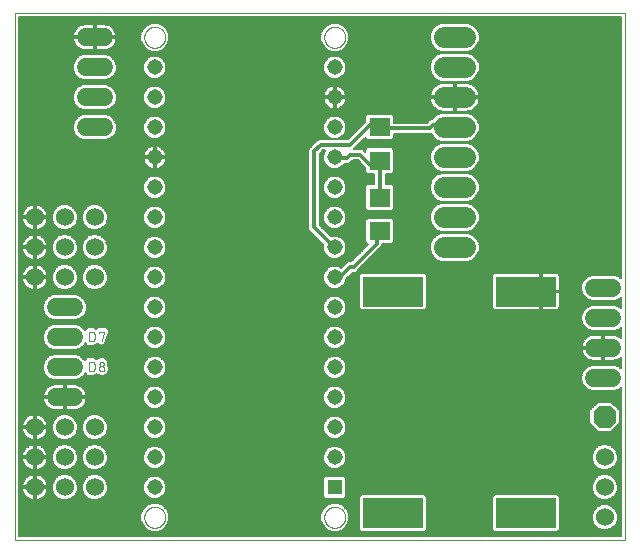
<source format=gtl>
G75*
%MOIN*%
%OFA0B0*%
%FSLAX25Y25*%
%IPPOS*%
%LPD*%
%AMOC8*
5,1,8,0,0,1.08239X$1,22.5*
%
%ADD10C,0.00000*%
%ADD11C,0.00300*%
%ADD12OC8,0.07600*%
%ADD13R,0.05150X0.05150*%
%ADD14C,0.05150*%
%ADD15C,0.06000*%
%ADD16R,0.07098X0.06299*%
%ADD17C,0.06000*%
%ADD18R,0.10000X0.10000*%
%ADD19C,0.07000*%
%ADD20C,0.00600*%
%ADD21C,0.01200*%
D10*
X0005700Y0004700D02*
X0005700Y0180161D01*
X0208901Y0180161D01*
X0208901Y0004700D01*
X0005700Y0004700D01*
X0048700Y0012200D02*
X0048702Y0012318D01*
X0048708Y0012436D01*
X0048718Y0012554D01*
X0048732Y0012671D01*
X0048750Y0012788D01*
X0048772Y0012905D01*
X0048797Y0013020D01*
X0048827Y0013134D01*
X0048861Y0013248D01*
X0048898Y0013360D01*
X0048939Y0013471D01*
X0048984Y0013580D01*
X0049032Y0013688D01*
X0049084Y0013794D01*
X0049140Y0013899D01*
X0049199Y0014001D01*
X0049261Y0014101D01*
X0049327Y0014199D01*
X0049396Y0014295D01*
X0049469Y0014389D01*
X0049544Y0014480D01*
X0049623Y0014568D01*
X0049704Y0014654D01*
X0049789Y0014737D01*
X0049876Y0014817D01*
X0049965Y0014894D01*
X0050058Y0014968D01*
X0050152Y0015038D01*
X0050249Y0015106D01*
X0050349Y0015170D01*
X0050450Y0015231D01*
X0050553Y0015288D01*
X0050659Y0015342D01*
X0050766Y0015393D01*
X0050874Y0015439D01*
X0050984Y0015482D01*
X0051096Y0015521D01*
X0051209Y0015557D01*
X0051323Y0015588D01*
X0051438Y0015616D01*
X0051553Y0015640D01*
X0051670Y0015660D01*
X0051787Y0015676D01*
X0051905Y0015688D01*
X0052023Y0015696D01*
X0052141Y0015700D01*
X0052259Y0015700D01*
X0052377Y0015696D01*
X0052495Y0015688D01*
X0052613Y0015676D01*
X0052730Y0015660D01*
X0052847Y0015640D01*
X0052962Y0015616D01*
X0053077Y0015588D01*
X0053191Y0015557D01*
X0053304Y0015521D01*
X0053416Y0015482D01*
X0053526Y0015439D01*
X0053634Y0015393D01*
X0053741Y0015342D01*
X0053847Y0015288D01*
X0053950Y0015231D01*
X0054051Y0015170D01*
X0054151Y0015106D01*
X0054248Y0015038D01*
X0054342Y0014968D01*
X0054435Y0014894D01*
X0054524Y0014817D01*
X0054611Y0014737D01*
X0054696Y0014654D01*
X0054777Y0014568D01*
X0054856Y0014480D01*
X0054931Y0014389D01*
X0055004Y0014295D01*
X0055073Y0014199D01*
X0055139Y0014101D01*
X0055201Y0014001D01*
X0055260Y0013899D01*
X0055316Y0013794D01*
X0055368Y0013688D01*
X0055416Y0013580D01*
X0055461Y0013471D01*
X0055502Y0013360D01*
X0055539Y0013248D01*
X0055573Y0013134D01*
X0055603Y0013020D01*
X0055628Y0012905D01*
X0055650Y0012788D01*
X0055668Y0012671D01*
X0055682Y0012554D01*
X0055692Y0012436D01*
X0055698Y0012318D01*
X0055700Y0012200D01*
X0055698Y0012082D01*
X0055692Y0011964D01*
X0055682Y0011846D01*
X0055668Y0011729D01*
X0055650Y0011612D01*
X0055628Y0011495D01*
X0055603Y0011380D01*
X0055573Y0011266D01*
X0055539Y0011152D01*
X0055502Y0011040D01*
X0055461Y0010929D01*
X0055416Y0010820D01*
X0055368Y0010712D01*
X0055316Y0010606D01*
X0055260Y0010501D01*
X0055201Y0010399D01*
X0055139Y0010299D01*
X0055073Y0010201D01*
X0055004Y0010105D01*
X0054931Y0010011D01*
X0054856Y0009920D01*
X0054777Y0009832D01*
X0054696Y0009746D01*
X0054611Y0009663D01*
X0054524Y0009583D01*
X0054435Y0009506D01*
X0054342Y0009432D01*
X0054248Y0009362D01*
X0054151Y0009294D01*
X0054051Y0009230D01*
X0053950Y0009169D01*
X0053847Y0009112D01*
X0053741Y0009058D01*
X0053634Y0009007D01*
X0053526Y0008961D01*
X0053416Y0008918D01*
X0053304Y0008879D01*
X0053191Y0008843D01*
X0053077Y0008812D01*
X0052962Y0008784D01*
X0052847Y0008760D01*
X0052730Y0008740D01*
X0052613Y0008724D01*
X0052495Y0008712D01*
X0052377Y0008704D01*
X0052259Y0008700D01*
X0052141Y0008700D01*
X0052023Y0008704D01*
X0051905Y0008712D01*
X0051787Y0008724D01*
X0051670Y0008740D01*
X0051553Y0008760D01*
X0051438Y0008784D01*
X0051323Y0008812D01*
X0051209Y0008843D01*
X0051096Y0008879D01*
X0050984Y0008918D01*
X0050874Y0008961D01*
X0050766Y0009007D01*
X0050659Y0009058D01*
X0050553Y0009112D01*
X0050450Y0009169D01*
X0050349Y0009230D01*
X0050249Y0009294D01*
X0050152Y0009362D01*
X0050058Y0009432D01*
X0049965Y0009506D01*
X0049876Y0009583D01*
X0049789Y0009663D01*
X0049704Y0009746D01*
X0049623Y0009832D01*
X0049544Y0009920D01*
X0049469Y0010011D01*
X0049396Y0010105D01*
X0049327Y0010201D01*
X0049261Y0010299D01*
X0049199Y0010399D01*
X0049140Y0010501D01*
X0049084Y0010606D01*
X0049032Y0010712D01*
X0048984Y0010820D01*
X0048939Y0010929D01*
X0048898Y0011040D01*
X0048861Y0011152D01*
X0048827Y0011266D01*
X0048797Y0011380D01*
X0048772Y0011495D01*
X0048750Y0011612D01*
X0048732Y0011729D01*
X0048718Y0011846D01*
X0048708Y0011964D01*
X0048702Y0012082D01*
X0048700Y0012200D01*
X0108700Y0012200D02*
X0108702Y0012318D01*
X0108708Y0012436D01*
X0108718Y0012554D01*
X0108732Y0012671D01*
X0108750Y0012788D01*
X0108772Y0012905D01*
X0108797Y0013020D01*
X0108827Y0013134D01*
X0108861Y0013248D01*
X0108898Y0013360D01*
X0108939Y0013471D01*
X0108984Y0013580D01*
X0109032Y0013688D01*
X0109084Y0013794D01*
X0109140Y0013899D01*
X0109199Y0014001D01*
X0109261Y0014101D01*
X0109327Y0014199D01*
X0109396Y0014295D01*
X0109469Y0014389D01*
X0109544Y0014480D01*
X0109623Y0014568D01*
X0109704Y0014654D01*
X0109789Y0014737D01*
X0109876Y0014817D01*
X0109965Y0014894D01*
X0110058Y0014968D01*
X0110152Y0015038D01*
X0110249Y0015106D01*
X0110349Y0015170D01*
X0110450Y0015231D01*
X0110553Y0015288D01*
X0110659Y0015342D01*
X0110766Y0015393D01*
X0110874Y0015439D01*
X0110984Y0015482D01*
X0111096Y0015521D01*
X0111209Y0015557D01*
X0111323Y0015588D01*
X0111438Y0015616D01*
X0111553Y0015640D01*
X0111670Y0015660D01*
X0111787Y0015676D01*
X0111905Y0015688D01*
X0112023Y0015696D01*
X0112141Y0015700D01*
X0112259Y0015700D01*
X0112377Y0015696D01*
X0112495Y0015688D01*
X0112613Y0015676D01*
X0112730Y0015660D01*
X0112847Y0015640D01*
X0112962Y0015616D01*
X0113077Y0015588D01*
X0113191Y0015557D01*
X0113304Y0015521D01*
X0113416Y0015482D01*
X0113526Y0015439D01*
X0113634Y0015393D01*
X0113741Y0015342D01*
X0113847Y0015288D01*
X0113950Y0015231D01*
X0114051Y0015170D01*
X0114151Y0015106D01*
X0114248Y0015038D01*
X0114342Y0014968D01*
X0114435Y0014894D01*
X0114524Y0014817D01*
X0114611Y0014737D01*
X0114696Y0014654D01*
X0114777Y0014568D01*
X0114856Y0014480D01*
X0114931Y0014389D01*
X0115004Y0014295D01*
X0115073Y0014199D01*
X0115139Y0014101D01*
X0115201Y0014001D01*
X0115260Y0013899D01*
X0115316Y0013794D01*
X0115368Y0013688D01*
X0115416Y0013580D01*
X0115461Y0013471D01*
X0115502Y0013360D01*
X0115539Y0013248D01*
X0115573Y0013134D01*
X0115603Y0013020D01*
X0115628Y0012905D01*
X0115650Y0012788D01*
X0115668Y0012671D01*
X0115682Y0012554D01*
X0115692Y0012436D01*
X0115698Y0012318D01*
X0115700Y0012200D01*
X0115698Y0012082D01*
X0115692Y0011964D01*
X0115682Y0011846D01*
X0115668Y0011729D01*
X0115650Y0011612D01*
X0115628Y0011495D01*
X0115603Y0011380D01*
X0115573Y0011266D01*
X0115539Y0011152D01*
X0115502Y0011040D01*
X0115461Y0010929D01*
X0115416Y0010820D01*
X0115368Y0010712D01*
X0115316Y0010606D01*
X0115260Y0010501D01*
X0115201Y0010399D01*
X0115139Y0010299D01*
X0115073Y0010201D01*
X0115004Y0010105D01*
X0114931Y0010011D01*
X0114856Y0009920D01*
X0114777Y0009832D01*
X0114696Y0009746D01*
X0114611Y0009663D01*
X0114524Y0009583D01*
X0114435Y0009506D01*
X0114342Y0009432D01*
X0114248Y0009362D01*
X0114151Y0009294D01*
X0114051Y0009230D01*
X0113950Y0009169D01*
X0113847Y0009112D01*
X0113741Y0009058D01*
X0113634Y0009007D01*
X0113526Y0008961D01*
X0113416Y0008918D01*
X0113304Y0008879D01*
X0113191Y0008843D01*
X0113077Y0008812D01*
X0112962Y0008784D01*
X0112847Y0008760D01*
X0112730Y0008740D01*
X0112613Y0008724D01*
X0112495Y0008712D01*
X0112377Y0008704D01*
X0112259Y0008700D01*
X0112141Y0008700D01*
X0112023Y0008704D01*
X0111905Y0008712D01*
X0111787Y0008724D01*
X0111670Y0008740D01*
X0111553Y0008760D01*
X0111438Y0008784D01*
X0111323Y0008812D01*
X0111209Y0008843D01*
X0111096Y0008879D01*
X0110984Y0008918D01*
X0110874Y0008961D01*
X0110766Y0009007D01*
X0110659Y0009058D01*
X0110553Y0009112D01*
X0110450Y0009169D01*
X0110349Y0009230D01*
X0110249Y0009294D01*
X0110152Y0009362D01*
X0110058Y0009432D01*
X0109965Y0009506D01*
X0109876Y0009583D01*
X0109789Y0009663D01*
X0109704Y0009746D01*
X0109623Y0009832D01*
X0109544Y0009920D01*
X0109469Y0010011D01*
X0109396Y0010105D01*
X0109327Y0010201D01*
X0109261Y0010299D01*
X0109199Y0010399D01*
X0109140Y0010501D01*
X0109084Y0010606D01*
X0109032Y0010712D01*
X0108984Y0010820D01*
X0108939Y0010929D01*
X0108898Y0011040D01*
X0108861Y0011152D01*
X0108827Y0011266D01*
X0108797Y0011380D01*
X0108772Y0011495D01*
X0108750Y0011612D01*
X0108732Y0011729D01*
X0108718Y0011846D01*
X0108708Y0011964D01*
X0108702Y0012082D01*
X0108700Y0012200D01*
X0108700Y0172200D02*
X0108702Y0172318D01*
X0108708Y0172436D01*
X0108718Y0172554D01*
X0108732Y0172671D01*
X0108750Y0172788D01*
X0108772Y0172905D01*
X0108797Y0173020D01*
X0108827Y0173134D01*
X0108861Y0173248D01*
X0108898Y0173360D01*
X0108939Y0173471D01*
X0108984Y0173580D01*
X0109032Y0173688D01*
X0109084Y0173794D01*
X0109140Y0173899D01*
X0109199Y0174001D01*
X0109261Y0174101D01*
X0109327Y0174199D01*
X0109396Y0174295D01*
X0109469Y0174389D01*
X0109544Y0174480D01*
X0109623Y0174568D01*
X0109704Y0174654D01*
X0109789Y0174737D01*
X0109876Y0174817D01*
X0109965Y0174894D01*
X0110058Y0174968D01*
X0110152Y0175038D01*
X0110249Y0175106D01*
X0110349Y0175170D01*
X0110450Y0175231D01*
X0110553Y0175288D01*
X0110659Y0175342D01*
X0110766Y0175393D01*
X0110874Y0175439D01*
X0110984Y0175482D01*
X0111096Y0175521D01*
X0111209Y0175557D01*
X0111323Y0175588D01*
X0111438Y0175616D01*
X0111553Y0175640D01*
X0111670Y0175660D01*
X0111787Y0175676D01*
X0111905Y0175688D01*
X0112023Y0175696D01*
X0112141Y0175700D01*
X0112259Y0175700D01*
X0112377Y0175696D01*
X0112495Y0175688D01*
X0112613Y0175676D01*
X0112730Y0175660D01*
X0112847Y0175640D01*
X0112962Y0175616D01*
X0113077Y0175588D01*
X0113191Y0175557D01*
X0113304Y0175521D01*
X0113416Y0175482D01*
X0113526Y0175439D01*
X0113634Y0175393D01*
X0113741Y0175342D01*
X0113847Y0175288D01*
X0113950Y0175231D01*
X0114051Y0175170D01*
X0114151Y0175106D01*
X0114248Y0175038D01*
X0114342Y0174968D01*
X0114435Y0174894D01*
X0114524Y0174817D01*
X0114611Y0174737D01*
X0114696Y0174654D01*
X0114777Y0174568D01*
X0114856Y0174480D01*
X0114931Y0174389D01*
X0115004Y0174295D01*
X0115073Y0174199D01*
X0115139Y0174101D01*
X0115201Y0174001D01*
X0115260Y0173899D01*
X0115316Y0173794D01*
X0115368Y0173688D01*
X0115416Y0173580D01*
X0115461Y0173471D01*
X0115502Y0173360D01*
X0115539Y0173248D01*
X0115573Y0173134D01*
X0115603Y0173020D01*
X0115628Y0172905D01*
X0115650Y0172788D01*
X0115668Y0172671D01*
X0115682Y0172554D01*
X0115692Y0172436D01*
X0115698Y0172318D01*
X0115700Y0172200D01*
X0115698Y0172082D01*
X0115692Y0171964D01*
X0115682Y0171846D01*
X0115668Y0171729D01*
X0115650Y0171612D01*
X0115628Y0171495D01*
X0115603Y0171380D01*
X0115573Y0171266D01*
X0115539Y0171152D01*
X0115502Y0171040D01*
X0115461Y0170929D01*
X0115416Y0170820D01*
X0115368Y0170712D01*
X0115316Y0170606D01*
X0115260Y0170501D01*
X0115201Y0170399D01*
X0115139Y0170299D01*
X0115073Y0170201D01*
X0115004Y0170105D01*
X0114931Y0170011D01*
X0114856Y0169920D01*
X0114777Y0169832D01*
X0114696Y0169746D01*
X0114611Y0169663D01*
X0114524Y0169583D01*
X0114435Y0169506D01*
X0114342Y0169432D01*
X0114248Y0169362D01*
X0114151Y0169294D01*
X0114051Y0169230D01*
X0113950Y0169169D01*
X0113847Y0169112D01*
X0113741Y0169058D01*
X0113634Y0169007D01*
X0113526Y0168961D01*
X0113416Y0168918D01*
X0113304Y0168879D01*
X0113191Y0168843D01*
X0113077Y0168812D01*
X0112962Y0168784D01*
X0112847Y0168760D01*
X0112730Y0168740D01*
X0112613Y0168724D01*
X0112495Y0168712D01*
X0112377Y0168704D01*
X0112259Y0168700D01*
X0112141Y0168700D01*
X0112023Y0168704D01*
X0111905Y0168712D01*
X0111787Y0168724D01*
X0111670Y0168740D01*
X0111553Y0168760D01*
X0111438Y0168784D01*
X0111323Y0168812D01*
X0111209Y0168843D01*
X0111096Y0168879D01*
X0110984Y0168918D01*
X0110874Y0168961D01*
X0110766Y0169007D01*
X0110659Y0169058D01*
X0110553Y0169112D01*
X0110450Y0169169D01*
X0110349Y0169230D01*
X0110249Y0169294D01*
X0110152Y0169362D01*
X0110058Y0169432D01*
X0109965Y0169506D01*
X0109876Y0169583D01*
X0109789Y0169663D01*
X0109704Y0169746D01*
X0109623Y0169832D01*
X0109544Y0169920D01*
X0109469Y0170011D01*
X0109396Y0170105D01*
X0109327Y0170201D01*
X0109261Y0170299D01*
X0109199Y0170399D01*
X0109140Y0170501D01*
X0109084Y0170606D01*
X0109032Y0170712D01*
X0108984Y0170820D01*
X0108939Y0170929D01*
X0108898Y0171040D01*
X0108861Y0171152D01*
X0108827Y0171266D01*
X0108797Y0171380D01*
X0108772Y0171495D01*
X0108750Y0171612D01*
X0108732Y0171729D01*
X0108718Y0171846D01*
X0108708Y0171964D01*
X0108702Y0172082D01*
X0108700Y0172200D01*
X0048700Y0172200D02*
X0048702Y0172318D01*
X0048708Y0172436D01*
X0048718Y0172554D01*
X0048732Y0172671D01*
X0048750Y0172788D01*
X0048772Y0172905D01*
X0048797Y0173020D01*
X0048827Y0173134D01*
X0048861Y0173248D01*
X0048898Y0173360D01*
X0048939Y0173471D01*
X0048984Y0173580D01*
X0049032Y0173688D01*
X0049084Y0173794D01*
X0049140Y0173899D01*
X0049199Y0174001D01*
X0049261Y0174101D01*
X0049327Y0174199D01*
X0049396Y0174295D01*
X0049469Y0174389D01*
X0049544Y0174480D01*
X0049623Y0174568D01*
X0049704Y0174654D01*
X0049789Y0174737D01*
X0049876Y0174817D01*
X0049965Y0174894D01*
X0050058Y0174968D01*
X0050152Y0175038D01*
X0050249Y0175106D01*
X0050349Y0175170D01*
X0050450Y0175231D01*
X0050553Y0175288D01*
X0050659Y0175342D01*
X0050766Y0175393D01*
X0050874Y0175439D01*
X0050984Y0175482D01*
X0051096Y0175521D01*
X0051209Y0175557D01*
X0051323Y0175588D01*
X0051438Y0175616D01*
X0051553Y0175640D01*
X0051670Y0175660D01*
X0051787Y0175676D01*
X0051905Y0175688D01*
X0052023Y0175696D01*
X0052141Y0175700D01*
X0052259Y0175700D01*
X0052377Y0175696D01*
X0052495Y0175688D01*
X0052613Y0175676D01*
X0052730Y0175660D01*
X0052847Y0175640D01*
X0052962Y0175616D01*
X0053077Y0175588D01*
X0053191Y0175557D01*
X0053304Y0175521D01*
X0053416Y0175482D01*
X0053526Y0175439D01*
X0053634Y0175393D01*
X0053741Y0175342D01*
X0053847Y0175288D01*
X0053950Y0175231D01*
X0054051Y0175170D01*
X0054151Y0175106D01*
X0054248Y0175038D01*
X0054342Y0174968D01*
X0054435Y0174894D01*
X0054524Y0174817D01*
X0054611Y0174737D01*
X0054696Y0174654D01*
X0054777Y0174568D01*
X0054856Y0174480D01*
X0054931Y0174389D01*
X0055004Y0174295D01*
X0055073Y0174199D01*
X0055139Y0174101D01*
X0055201Y0174001D01*
X0055260Y0173899D01*
X0055316Y0173794D01*
X0055368Y0173688D01*
X0055416Y0173580D01*
X0055461Y0173471D01*
X0055502Y0173360D01*
X0055539Y0173248D01*
X0055573Y0173134D01*
X0055603Y0173020D01*
X0055628Y0172905D01*
X0055650Y0172788D01*
X0055668Y0172671D01*
X0055682Y0172554D01*
X0055692Y0172436D01*
X0055698Y0172318D01*
X0055700Y0172200D01*
X0055698Y0172082D01*
X0055692Y0171964D01*
X0055682Y0171846D01*
X0055668Y0171729D01*
X0055650Y0171612D01*
X0055628Y0171495D01*
X0055603Y0171380D01*
X0055573Y0171266D01*
X0055539Y0171152D01*
X0055502Y0171040D01*
X0055461Y0170929D01*
X0055416Y0170820D01*
X0055368Y0170712D01*
X0055316Y0170606D01*
X0055260Y0170501D01*
X0055201Y0170399D01*
X0055139Y0170299D01*
X0055073Y0170201D01*
X0055004Y0170105D01*
X0054931Y0170011D01*
X0054856Y0169920D01*
X0054777Y0169832D01*
X0054696Y0169746D01*
X0054611Y0169663D01*
X0054524Y0169583D01*
X0054435Y0169506D01*
X0054342Y0169432D01*
X0054248Y0169362D01*
X0054151Y0169294D01*
X0054051Y0169230D01*
X0053950Y0169169D01*
X0053847Y0169112D01*
X0053741Y0169058D01*
X0053634Y0169007D01*
X0053526Y0168961D01*
X0053416Y0168918D01*
X0053304Y0168879D01*
X0053191Y0168843D01*
X0053077Y0168812D01*
X0052962Y0168784D01*
X0052847Y0168760D01*
X0052730Y0168740D01*
X0052613Y0168724D01*
X0052495Y0168712D01*
X0052377Y0168704D01*
X0052259Y0168700D01*
X0052141Y0168700D01*
X0052023Y0168704D01*
X0051905Y0168712D01*
X0051787Y0168724D01*
X0051670Y0168740D01*
X0051553Y0168760D01*
X0051438Y0168784D01*
X0051323Y0168812D01*
X0051209Y0168843D01*
X0051096Y0168879D01*
X0050984Y0168918D01*
X0050874Y0168961D01*
X0050766Y0169007D01*
X0050659Y0169058D01*
X0050553Y0169112D01*
X0050450Y0169169D01*
X0050349Y0169230D01*
X0050249Y0169294D01*
X0050152Y0169362D01*
X0050058Y0169432D01*
X0049965Y0169506D01*
X0049876Y0169583D01*
X0049789Y0169663D01*
X0049704Y0169746D01*
X0049623Y0169832D01*
X0049544Y0169920D01*
X0049469Y0170011D01*
X0049396Y0170105D01*
X0049327Y0170201D01*
X0049261Y0170299D01*
X0049199Y0170399D01*
X0049140Y0170501D01*
X0049084Y0170606D01*
X0049032Y0170712D01*
X0048984Y0170820D01*
X0048939Y0170929D01*
X0048898Y0171040D01*
X0048861Y0171152D01*
X0048827Y0171266D01*
X0048797Y0171380D01*
X0048772Y0171495D01*
X0048750Y0171612D01*
X0048732Y0171729D01*
X0048718Y0171846D01*
X0048708Y0171964D01*
X0048702Y0172082D01*
X0048700Y0172200D01*
D11*
X0035383Y0074050D02*
X0033605Y0074050D01*
X0033605Y0073694D01*
X0032128Y0073161D02*
X0032128Y0071739D01*
X0032126Y0071681D01*
X0032120Y0071623D01*
X0032111Y0071566D01*
X0032098Y0071509D01*
X0032081Y0071453D01*
X0032060Y0071399D01*
X0032036Y0071346D01*
X0032009Y0071295D01*
X0031978Y0071245D01*
X0031944Y0071198D01*
X0031907Y0071153D01*
X0031868Y0071110D01*
X0031825Y0071071D01*
X0031780Y0071034D01*
X0031733Y0071000D01*
X0031684Y0070969D01*
X0031632Y0070942D01*
X0031579Y0070918D01*
X0031525Y0070897D01*
X0031469Y0070880D01*
X0031412Y0070867D01*
X0031355Y0070858D01*
X0031297Y0070852D01*
X0031239Y0070850D01*
X0030350Y0070850D01*
X0030350Y0074050D01*
X0031239Y0074050D01*
X0031297Y0074048D01*
X0031355Y0074042D01*
X0031412Y0074033D01*
X0031469Y0074020D01*
X0031525Y0074003D01*
X0031579Y0073982D01*
X0031632Y0073958D01*
X0031684Y0073931D01*
X0031733Y0073900D01*
X0031780Y0073866D01*
X0031825Y0073829D01*
X0031868Y0073790D01*
X0031907Y0073747D01*
X0031944Y0073702D01*
X0031978Y0073655D01*
X0032009Y0073606D01*
X0032036Y0073554D01*
X0032060Y0073501D01*
X0032081Y0073447D01*
X0032098Y0073391D01*
X0032111Y0073334D01*
X0032120Y0073277D01*
X0032126Y0073219D01*
X0032128Y0073161D01*
X0034494Y0070850D02*
X0035383Y0074050D01*
X0035205Y0063339D02*
X0035203Y0063287D01*
X0035197Y0063235D01*
X0035188Y0063184D01*
X0035175Y0063134D01*
X0035158Y0063085D01*
X0035138Y0063037D01*
X0035114Y0062991D01*
X0035087Y0062947D01*
X0035057Y0062904D01*
X0035024Y0062865D01*
X0034987Y0062827D01*
X0034949Y0062792D01*
X0034908Y0062761D01*
X0034864Y0062732D01*
X0034819Y0062707D01*
X0034772Y0062685D01*
X0034724Y0062666D01*
X0034674Y0062651D01*
X0034623Y0062640D01*
X0034572Y0062632D01*
X0034520Y0062628D01*
X0034468Y0062628D01*
X0034416Y0062632D01*
X0034365Y0062640D01*
X0034314Y0062651D01*
X0034264Y0062666D01*
X0034216Y0062685D01*
X0034169Y0062707D01*
X0034124Y0062732D01*
X0034080Y0062761D01*
X0034039Y0062792D01*
X0034001Y0062827D01*
X0033964Y0062865D01*
X0033931Y0062904D01*
X0033901Y0062947D01*
X0033874Y0062991D01*
X0033850Y0063037D01*
X0033830Y0063085D01*
X0033813Y0063134D01*
X0033800Y0063184D01*
X0033791Y0063235D01*
X0033785Y0063287D01*
X0033783Y0063339D01*
X0033785Y0063391D01*
X0033791Y0063443D01*
X0033800Y0063494D01*
X0033813Y0063544D01*
X0033830Y0063593D01*
X0033850Y0063641D01*
X0033874Y0063687D01*
X0033901Y0063731D01*
X0033931Y0063774D01*
X0033964Y0063813D01*
X0034001Y0063851D01*
X0034039Y0063886D01*
X0034080Y0063917D01*
X0034124Y0063946D01*
X0034169Y0063971D01*
X0034216Y0063993D01*
X0034264Y0064012D01*
X0034314Y0064027D01*
X0034365Y0064038D01*
X0034416Y0064046D01*
X0034468Y0064050D01*
X0034520Y0064050D01*
X0034572Y0064046D01*
X0034623Y0064038D01*
X0034674Y0064027D01*
X0034724Y0064012D01*
X0034772Y0063993D01*
X0034819Y0063971D01*
X0034864Y0063946D01*
X0034908Y0063917D01*
X0034949Y0063886D01*
X0034987Y0063851D01*
X0035024Y0063813D01*
X0035057Y0063774D01*
X0035087Y0063731D01*
X0035114Y0063687D01*
X0035138Y0063641D01*
X0035158Y0063593D01*
X0035175Y0063544D01*
X0035188Y0063494D01*
X0035197Y0063443D01*
X0035203Y0063391D01*
X0035205Y0063339D01*
X0035383Y0061739D02*
X0035381Y0061681D01*
X0035375Y0061623D01*
X0035366Y0061566D01*
X0035353Y0061509D01*
X0035336Y0061453D01*
X0035315Y0061399D01*
X0035291Y0061346D01*
X0035264Y0061295D01*
X0035233Y0061245D01*
X0035199Y0061198D01*
X0035162Y0061153D01*
X0035123Y0061110D01*
X0035080Y0061071D01*
X0035035Y0061034D01*
X0034988Y0061000D01*
X0034939Y0060969D01*
X0034887Y0060942D01*
X0034834Y0060918D01*
X0034780Y0060897D01*
X0034724Y0060880D01*
X0034667Y0060867D01*
X0034610Y0060858D01*
X0034552Y0060852D01*
X0034494Y0060850D01*
X0034436Y0060852D01*
X0034378Y0060858D01*
X0034321Y0060867D01*
X0034264Y0060880D01*
X0034208Y0060897D01*
X0034154Y0060918D01*
X0034101Y0060942D01*
X0034050Y0060969D01*
X0034000Y0061000D01*
X0033953Y0061034D01*
X0033908Y0061071D01*
X0033865Y0061110D01*
X0033826Y0061153D01*
X0033789Y0061198D01*
X0033755Y0061245D01*
X0033724Y0061295D01*
X0033697Y0061346D01*
X0033673Y0061399D01*
X0033652Y0061453D01*
X0033635Y0061509D01*
X0033622Y0061566D01*
X0033613Y0061623D01*
X0033607Y0061681D01*
X0033605Y0061739D01*
X0033607Y0061797D01*
X0033613Y0061855D01*
X0033622Y0061912D01*
X0033635Y0061969D01*
X0033652Y0062025D01*
X0033673Y0062079D01*
X0033697Y0062132D01*
X0033724Y0062184D01*
X0033755Y0062233D01*
X0033789Y0062280D01*
X0033826Y0062325D01*
X0033865Y0062368D01*
X0033908Y0062407D01*
X0033953Y0062444D01*
X0034000Y0062478D01*
X0034050Y0062509D01*
X0034101Y0062536D01*
X0034154Y0062560D01*
X0034208Y0062581D01*
X0034264Y0062598D01*
X0034321Y0062611D01*
X0034378Y0062620D01*
X0034436Y0062626D01*
X0034494Y0062628D01*
X0034552Y0062626D01*
X0034610Y0062620D01*
X0034667Y0062611D01*
X0034724Y0062598D01*
X0034780Y0062581D01*
X0034834Y0062560D01*
X0034887Y0062536D01*
X0034939Y0062509D01*
X0034988Y0062478D01*
X0035035Y0062444D01*
X0035080Y0062407D01*
X0035123Y0062368D01*
X0035162Y0062325D01*
X0035199Y0062280D01*
X0035233Y0062233D01*
X0035264Y0062184D01*
X0035291Y0062132D01*
X0035315Y0062079D01*
X0035336Y0062025D01*
X0035353Y0061969D01*
X0035366Y0061912D01*
X0035375Y0061855D01*
X0035381Y0061797D01*
X0035383Y0061739D01*
X0032128Y0061739D02*
X0032128Y0063161D01*
X0032126Y0063219D01*
X0032120Y0063277D01*
X0032111Y0063334D01*
X0032098Y0063391D01*
X0032081Y0063447D01*
X0032060Y0063501D01*
X0032036Y0063554D01*
X0032009Y0063606D01*
X0031978Y0063655D01*
X0031944Y0063702D01*
X0031907Y0063747D01*
X0031868Y0063790D01*
X0031825Y0063829D01*
X0031780Y0063866D01*
X0031733Y0063900D01*
X0031684Y0063931D01*
X0031632Y0063958D01*
X0031579Y0063982D01*
X0031525Y0064003D01*
X0031469Y0064020D01*
X0031412Y0064033D01*
X0031355Y0064042D01*
X0031297Y0064048D01*
X0031239Y0064050D01*
X0030350Y0064050D01*
X0030350Y0060850D01*
X0031239Y0060850D01*
X0031297Y0060852D01*
X0031355Y0060858D01*
X0031412Y0060867D01*
X0031469Y0060880D01*
X0031525Y0060897D01*
X0031579Y0060918D01*
X0031632Y0060942D01*
X0031684Y0060969D01*
X0031733Y0061000D01*
X0031780Y0061034D01*
X0031825Y0061071D01*
X0031868Y0061110D01*
X0031907Y0061153D01*
X0031944Y0061198D01*
X0031978Y0061245D01*
X0032009Y0061295D01*
X0032036Y0061346D01*
X0032060Y0061399D01*
X0032081Y0061453D01*
X0032098Y0061509D01*
X0032111Y0061566D01*
X0032120Y0061623D01*
X0032126Y0061681D01*
X0032128Y0061739D01*
D12*
X0202200Y0045700D03*
D13*
X0112200Y0022200D03*
D14*
X0112200Y0032200D03*
X0112200Y0042200D03*
X0112200Y0052200D03*
X0112200Y0062200D03*
X0112200Y0072200D03*
X0112200Y0082200D03*
X0112200Y0092200D03*
X0112200Y0102200D03*
X0112200Y0112200D03*
X0112200Y0122200D03*
X0112200Y0132200D03*
X0112200Y0142200D03*
X0112200Y0152200D03*
X0112200Y0162200D03*
X0052200Y0162200D03*
X0052200Y0152200D03*
X0052200Y0142200D03*
X0052200Y0132200D03*
X0052200Y0122200D03*
X0052200Y0112200D03*
X0052200Y0102200D03*
X0052200Y0092200D03*
X0052200Y0082200D03*
X0052200Y0072200D03*
X0052200Y0062200D03*
X0052200Y0052200D03*
X0052200Y0042200D03*
X0052200Y0032200D03*
X0052200Y0022200D03*
D15*
X0032200Y0022200D03*
X0032200Y0032200D03*
X0032200Y0042200D03*
X0022200Y0042200D03*
X0022200Y0032200D03*
X0022200Y0022200D03*
X0012200Y0022200D03*
X0012200Y0032200D03*
X0012200Y0042200D03*
X0012200Y0092200D03*
X0012200Y0102200D03*
X0012200Y0112200D03*
X0022200Y0112200D03*
X0022200Y0102200D03*
X0022200Y0092200D03*
X0032200Y0092200D03*
X0032200Y0102200D03*
X0032200Y0112200D03*
X0202200Y0032200D03*
X0202200Y0022200D03*
X0202200Y0012200D03*
D16*
X0127200Y0107602D03*
X0127200Y0118798D03*
X0127200Y0131102D03*
X0127200Y0142298D03*
D17*
X0198700Y0088700D02*
X0204700Y0088700D01*
X0204700Y0078700D02*
X0198700Y0078700D01*
X0198700Y0068700D02*
X0204700Y0068700D01*
X0204700Y0058700D02*
X0198700Y0058700D01*
X0035200Y0142200D02*
X0029200Y0142200D01*
X0029200Y0152200D02*
X0035200Y0152200D01*
X0035200Y0162200D02*
X0029200Y0162200D01*
X0029200Y0172200D02*
X0035200Y0172200D01*
X0025200Y0082200D02*
X0019200Y0082200D01*
X0019200Y0072200D02*
X0025200Y0072200D01*
X0025200Y0062200D02*
X0019200Y0062200D01*
X0019200Y0052200D02*
X0025200Y0052200D01*
D18*
X0126609Y0087476D03*
X0136609Y0087476D03*
X0170822Y0087476D03*
X0180861Y0087476D03*
X0180861Y0013539D03*
X0170984Y0013539D03*
X0136609Y0013539D03*
X0126609Y0013539D03*
D19*
X0148700Y0102200D02*
X0155700Y0102200D01*
X0155700Y0112200D02*
X0148700Y0112200D01*
X0148700Y0122200D02*
X0155700Y0122200D01*
X0155700Y0132200D02*
X0148700Y0132200D01*
X0148700Y0142200D02*
X0155700Y0142200D01*
X0155700Y0152200D02*
X0148700Y0152200D01*
X0148700Y0162200D02*
X0155700Y0162200D01*
X0155700Y0172200D02*
X0148700Y0172200D01*
D20*
X0144265Y0174036D02*
X0116635Y0174036D01*
X0116387Y0174634D02*
X0144513Y0174634D01*
X0144631Y0174919D02*
X0143900Y0173155D01*
X0143900Y0171245D01*
X0144631Y0169481D01*
X0145981Y0168131D01*
X0147745Y0167400D01*
X0156655Y0167400D01*
X0158419Y0168131D01*
X0159769Y0169481D01*
X0160500Y0171245D01*
X0160500Y0173155D01*
X0159769Y0174919D01*
X0158419Y0176269D01*
X0156655Y0177000D01*
X0147745Y0177000D01*
X0145981Y0176269D01*
X0144631Y0174919D01*
X0144945Y0175233D02*
X0115955Y0175233D01*
X0116269Y0174919D02*
X0114919Y0176269D01*
X0113155Y0177000D01*
X0111245Y0177000D01*
X0109481Y0176269D01*
X0108131Y0174919D01*
X0107400Y0173155D01*
X0107400Y0171245D01*
X0108131Y0169481D01*
X0109481Y0168131D01*
X0111245Y0167400D01*
X0113155Y0167400D01*
X0114919Y0168131D01*
X0116269Y0169481D01*
X0117000Y0171245D01*
X0117000Y0173155D01*
X0116269Y0174919D01*
X0115357Y0175831D02*
X0145543Y0175831D01*
X0146369Y0176430D02*
X0114531Y0176430D01*
X0116883Y0173437D02*
X0144017Y0173437D01*
X0143900Y0172839D02*
X0117000Y0172839D01*
X0117000Y0172240D02*
X0143900Y0172240D01*
X0143900Y0171642D02*
X0117000Y0171642D01*
X0116916Y0171043D02*
X0143984Y0171043D01*
X0144232Y0170445D02*
X0116668Y0170445D01*
X0116420Y0169846D02*
X0144479Y0169846D01*
X0144864Y0169248D02*
X0116036Y0169248D01*
X0115437Y0168649D02*
X0145463Y0168649D01*
X0146174Y0168051D02*
X0114726Y0168051D01*
X0113281Y0167452D02*
X0147619Y0167452D01*
X0147745Y0167000D02*
X0145981Y0166269D01*
X0144631Y0164919D01*
X0143900Y0163155D01*
X0143900Y0161245D01*
X0144631Y0159481D01*
X0145981Y0158131D01*
X0147745Y0157400D01*
X0156655Y0157400D01*
X0158419Y0158131D01*
X0159769Y0159481D01*
X0160500Y0161245D01*
X0160500Y0163155D01*
X0159769Y0164919D01*
X0158419Y0166269D01*
X0156655Y0167000D01*
X0147745Y0167000D01*
X0147392Y0166854D02*
X0007000Y0166854D01*
X0007000Y0167452D02*
X0051119Y0167452D01*
X0051245Y0167400D02*
X0053155Y0167400D01*
X0054919Y0168131D01*
X0056269Y0169481D01*
X0057000Y0171245D01*
X0057000Y0173155D01*
X0056269Y0174919D01*
X0054919Y0176269D01*
X0053155Y0177000D01*
X0051245Y0177000D01*
X0049481Y0176269D01*
X0048131Y0174919D01*
X0047400Y0173155D01*
X0047400Y0171245D01*
X0048131Y0169481D01*
X0049481Y0168131D01*
X0051245Y0167400D01*
X0051429Y0166075D02*
X0050005Y0165485D01*
X0048915Y0164395D01*
X0048325Y0162971D01*
X0048325Y0161429D01*
X0048915Y0160005D01*
X0050005Y0158915D01*
X0051429Y0158325D01*
X0052971Y0158325D01*
X0054395Y0158915D01*
X0055485Y0160005D01*
X0056075Y0161429D01*
X0056075Y0162971D01*
X0055485Y0164395D01*
X0054395Y0165485D01*
X0052971Y0166075D01*
X0051429Y0166075D01*
X0050420Y0165657D02*
X0037824Y0165657D01*
X0037636Y0165845D02*
X0036055Y0166500D01*
X0028345Y0166500D01*
X0026764Y0165845D01*
X0025555Y0164636D01*
X0024900Y0163055D01*
X0024900Y0161345D01*
X0025555Y0159764D01*
X0026764Y0158555D01*
X0028345Y0157900D01*
X0036055Y0157900D01*
X0037636Y0158555D01*
X0038845Y0159764D01*
X0039500Y0161345D01*
X0039500Y0163055D01*
X0038845Y0164636D01*
X0037636Y0165845D01*
X0036646Y0166255D02*
X0145967Y0166255D01*
X0145368Y0165657D02*
X0113980Y0165657D01*
X0114395Y0165485D02*
X0112971Y0166075D01*
X0111429Y0166075D01*
X0110005Y0165485D01*
X0108915Y0164395D01*
X0108325Y0162971D01*
X0108325Y0161429D01*
X0108915Y0160005D01*
X0110005Y0158915D01*
X0111429Y0158325D01*
X0112971Y0158325D01*
X0114395Y0158915D01*
X0115485Y0160005D01*
X0116075Y0161429D01*
X0116075Y0162971D01*
X0115485Y0164395D01*
X0114395Y0165485D01*
X0114822Y0165058D02*
X0144770Y0165058D01*
X0144440Y0164460D02*
X0115420Y0164460D01*
X0115706Y0163861D02*
X0144193Y0163861D01*
X0143945Y0163263D02*
X0115954Y0163263D01*
X0116075Y0162664D02*
X0143900Y0162664D01*
X0143900Y0162066D02*
X0116075Y0162066D01*
X0116075Y0161467D02*
X0143900Y0161467D01*
X0144056Y0160869D02*
X0115843Y0160869D01*
X0115595Y0160270D02*
X0144304Y0160270D01*
X0144552Y0159672D02*
X0115151Y0159672D01*
X0114553Y0159073D02*
X0145039Y0159073D01*
X0145637Y0158474D02*
X0113331Y0158474D01*
X0111069Y0158474D02*
X0053331Y0158474D01*
X0054553Y0159073D02*
X0109847Y0159073D01*
X0109249Y0159672D02*
X0055151Y0159672D01*
X0055595Y0160270D02*
X0108805Y0160270D01*
X0108557Y0160869D02*
X0055843Y0160869D01*
X0056075Y0161467D02*
X0108325Y0161467D01*
X0108325Y0162066D02*
X0056075Y0162066D01*
X0056075Y0162664D02*
X0108325Y0162664D01*
X0108446Y0163263D02*
X0055954Y0163263D01*
X0055706Y0163861D02*
X0108694Y0163861D01*
X0108980Y0164460D02*
X0055420Y0164460D01*
X0054822Y0165058D02*
X0109578Y0165058D01*
X0110420Y0165657D02*
X0053980Y0165657D01*
X0053281Y0167452D02*
X0111119Y0167452D01*
X0109674Y0168051D02*
X0054726Y0168051D01*
X0055437Y0168649D02*
X0108963Y0168649D01*
X0108364Y0169248D02*
X0056036Y0169248D01*
X0056420Y0169846D02*
X0107979Y0169846D01*
X0107732Y0170445D02*
X0056668Y0170445D01*
X0056916Y0171043D02*
X0107484Y0171043D01*
X0107400Y0171642D02*
X0057000Y0171642D01*
X0057000Y0172240D02*
X0107400Y0172240D01*
X0107400Y0172839D02*
X0057000Y0172839D01*
X0056883Y0173437D02*
X0107517Y0173437D01*
X0107765Y0174036D02*
X0056635Y0174036D01*
X0056387Y0174634D02*
X0108013Y0174634D01*
X0108445Y0175233D02*
X0055955Y0175233D01*
X0055357Y0175831D02*
X0109043Y0175831D01*
X0109869Y0176430D02*
X0054531Y0176430D01*
X0049869Y0176430D02*
X0035981Y0176430D01*
X0036207Y0176394D02*
X0035538Y0176500D01*
X0032500Y0176500D01*
X0032500Y0172500D01*
X0031900Y0172500D01*
X0031900Y0176500D01*
X0028862Y0176500D01*
X0028193Y0176394D01*
X0027549Y0176185D01*
X0026946Y0175878D01*
X0026399Y0175480D01*
X0025920Y0175001D01*
X0025522Y0174454D01*
X0025215Y0173851D01*
X0025006Y0173207D01*
X0024900Y0172538D01*
X0024900Y0172500D01*
X0031900Y0172500D01*
X0031900Y0171900D01*
X0032500Y0171900D01*
X0032500Y0172500D01*
X0039500Y0172500D01*
X0039500Y0172538D01*
X0039394Y0173207D01*
X0039185Y0173851D01*
X0038878Y0174454D01*
X0038480Y0175001D01*
X0038001Y0175480D01*
X0037454Y0175878D01*
X0036851Y0176185D01*
X0036207Y0176394D01*
X0037517Y0175831D02*
X0049043Y0175831D01*
X0048445Y0175233D02*
X0038248Y0175233D01*
X0038746Y0174634D02*
X0048013Y0174634D01*
X0047765Y0174036D02*
X0039091Y0174036D01*
X0039319Y0173437D02*
X0047517Y0173437D01*
X0047400Y0172839D02*
X0039452Y0172839D01*
X0039500Y0171900D02*
X0032500Y0171900D01*
X0032500Y0167900D01*
X0035538Y0167900D01*
X0036207Y0168006D01*
X0036851Y0168215D01*
X0037454Y0168522D01*
X0038001Y0168920D01*
X0038480Y0169399D01*
X0038878Y0169946D01*
X0039185Y0170549D01*
X0039394Y0171193D01*
X0039500Y0171862D01*
X0039500Y0171900D01*
X0039465Y0171642D02*
X0047400Y0171642D01*
X0047400Y0172240D02*
X0032500Y0172240D01*
X0032500Y0171642D02*
X0031900Y0171642D01*
X0031900Y0171900D02*
X0031900Y0167900D01*
X0028862Y0167900D01*
X0028193Y0168006D01*
X0027549Y0168215D01*
X0026946Y0168522D01*
X0026399Y0168920D01*
X0025920Y0169399D01*
X0025522Y0169946D01*
X0025215Y0170549D01*
X0025006Y0171193D01*
X0024900Y0171862D01*
X0024900Y0171900D01*
X0031900Y0171900D01*
X0031900Y0172240D02*
X0007000Y0172240D01*
X0007000Y0171642D02*
X0024935Y0171642D01*
X0025055Y0171043D02*
X0007000Y0171043D01*
X0007000Y0170445D02*
X0025268Y0170445D01*
X0025595Y0169846D02*
X0007000Y0169846D01*
X0007000Y0169248D02*
X0026071Y0169248D01*
X0026772Y0168649D02*
X0007000Y0168649D01*
X0007000Y0168051D02*
X0028055Y0168051D01*
X0027754Y0166255D02*
X0007000Y0166255D01*
X0007000Y0165657D02*
X0026576Y0165657D01*
X0025977Y0165058D02*
X0007000Y0165058D01*
X0007000Y0164460D02*
X0025482Y0164460D01*
X0025234Y0163861D02*
X0007000Y0163861D01*
X0007000Y0163263D02*
X0024986Y0163263D01*
X0024900Y0162664D02*
X0007000Y0162664D01*
X0007000Y0162066D02*
X0024900Y0162066D01*
X0024900Y0161467D02*
X0007000Y0161467D01*
X0007000Y0160869D02*
X0025097Y0160869D01*
X0025345Y0160270D02*
X0007000Y0160270D01*
X0007000Y0159672D02*
X0025647Y0159672D01*
X0026246Y0159073D02*
X0007000Y0159073D01*
X0007000Y0158474D02*
X0026958Y0158474D01*
X0028345Y0156500D02*
X0026764Y0155845D01*
X0025555Y0154636D01*
X0024900Y0153055D01*
X0024900Y0151345D01*
X0025555Y0149764D01*
X0026764Y0148555D01*
X0028345Y0147900D01*
X0036055Y0147900D01*
X0037636Y0148555D01*
X0038845Y0149764D01*
X0039500Y0151345D01*
X0039500Y0153055D01*
X0038845Y0154636D01*
X0037636Y0155845D01*
X0036055Y0156500D01*
X0028345Y0156500D01*
X0027332Y0156080D02*
X0007000Y0156080D01*
X0007000Y0155482D02*
X0026401Y0155482D01*
X0025802Y0154883D02*
X0007000Y0154883D01*
X0007000Y0154285D02*
X0025409Y0154285D01*
X0025161Y0153686D02*
X0007000Y0153686D01*
X0007000Y0153088D02*
X0024913Y0153088D01*
X0024900Y0152489D02*
X0007000Y0152489D01*
X0007000Y0151891D02*
X0024900Y0151891D01*
X0024922Y0151292D02*
X0007000Y0151292D01*
X0007000Y0150694D02*
X0025170Y0150694D01*
X0025417Y0150095D02*
X0007000Y0150095D01*
X0007000Y0149497D02*
X0025822Y0149497D01*
X0026421Y0148898D02*
X0007000Y0148898D01*
X0007000Y0148300D02*
X0027379Y0148300D01*
X0028345Y0146500D02*
X0026764Y0145845D01*
X0025555Y0144636D01*
X0024900Y0143055D01*
X0024900Y0141345D01*
X0025555Y0139764D01*
X0026764Y0138555D01*
X0028345Y0137900D01*
X0036055Y0137900D01*
X0037636Y0138555D01*
X0038845Y0139764D01*
X0039500Y0141345D01*
X0039500Y0143055D01*
X0038845Y0144636D01*
X0037636Y0145845D01*
X0036055Y0146500D01*
X0028345Y0146500D01*
X0026910Y0145906D02*
X0007000Y0145906D01*
X0007000Y0146504D02*
X0122869Y0146504D01*
X0123112Y0146748D02*
X0122351Y0145987D01*
X0122351Y0144038D01*
X0122100Y0143787D01*
X0116613Y0138300D01*
X0106713Y0138300D01*
X0105600Y0137187D01*
X0105600Y0137187D01*
X0103400Y0134987D01*
X0103400Y0108113D01*
X0108389Y0103124D01*
X0108325Y0102971D01*
X0108325Y0101429D01*
X0108915Y0100005D01*
X0110005Y0098915D01*
X0111429Y0098325D01*
X0112971Y0098325D01*
X0114395Y0098915D01*
X0115485Y0100005D01*
X0116075Y0101429D01*
X0116075Y0102971D01*
X0115485Y0104395D01*
X0114395Y0105485D01*
X0112971Y0106075D01*
X0111429Y0106075D01*
X0110993Y0105894D01*
X0107200Y0109687D01*
X0107200Y0133413D01*
X0108287Y0134500D01*
X0109020Y0134500D01*
X0108915Y0134395D01*
X0108325Y0132971D01*
X0108325Y0131429D01*
X0108915Y0130005D01*
X0110005Y0128915D01*
X0111429Y0128325D01*
X0112971Y0128325D01*
X0114395Y0128915D01*
X0115485Y0130005D01*
X0115524Y0130100D01*
X0117087Y0130100D01*
X0118187Y0131200D01*
X0119913Y0131200D01*
X0122100Y0129013D01*
X0122351Y0128762D01*
X0122351Y0127413D01*
X0123112Y0126652D01*
X0125400Y0126652D01*
X0125400Y0123248D01*
X0123112Y0123248D01*
X0122351Y0122487D01*
X0122351Y0115110D01*
X0123112Y0114349D01*
X0131288Y0114349D01*
X0132049Y0115110D01*
X0132049Y0122487D01*
X0131288Y0123248D01*
X0129200Y0123248D01*
X0129200Y0126652D01*
X0131288Y0126652D01*
X0132049Y0127413D01*
X0132049Y0134790D01*
X0131288Y0135551D01*
X0123112Y0135551D01*
X0122351Y0134790D01*
X0122351Y0134136D01*
X0121487Y0135000D01*
X0118687Y0135000D01*
X0122351Y0138664D01*
X0122351Y0138610D01*
X0123112Y0137849D01*
X0131288Y0137849D01*
X0132049Y0138610D01*
X0132049Y0140000D01*
X0144416Y0140000D01*
X0144631Y0139481D01*
X0145981Y0138131D01*
X0147745Y0137400D01*
X0156655Y0137400D01*
X0158419Y0138131D01*
X0159769Y0139481D01*
X0160500Y0141245D01*
X0160500Y0143155D01*
X0159769Y0144919D01*
X0158419Y0146269D01*
X0156655Y0147000D01*
X0147745Y0147000D01*
X0145981Y0146269D01*
X0144631Y0144919D01*
X0144623Y0144900D01*
X0144113Y0144900D01*
X0143013Y0143800D01*
X0132049Y0143800D01*
X0132049Y0145987D01*
X0131288Y0146748D01*
X0123112Y0146748D01*
X0122351Y0145906D02*
X0113379Y0145906D01*
X0112971Y0146075D02*
X0111429Y0146075D01*
X0110005Y0145485D01*
X0108915Y0144395D01*
X0108325Y0142971D01*
X0108325Y0141429D01*
X0108915Y0140005D01*
X0110005Y0138915D01*
X0111429Y0138325D01*
X0112971Y0138325D01*
X0114395Y0138915D01*
X0115485Y0140005D01*
X0116075Y0141429D01*
X0116075Y0142971D01*
X0115485Y0144395D01*
X0114395Y0145485D01*
X0112971Y0146075D01*
X0114573Y0145307D02*
X0122351Y0145307D01*
X0122351Y0144709D02*
X0115171Y0144709D01*
X0115603Y0144110D02*
X0122351Y0144110D01*
X0121825Y0143512D02*
X0115851Y0143512D01*
X0116075Y0142913D02*
X0121226Y0142913D01*
X0120628Y0142315D02*
X0116075Y0142315D01*
X0116075Y0141716D02*
X0120029Y0141716D01*
X0119431Y0141118D02*
X0115946Y0141118D01*
X0115698Y0140519D02*
X0118832Y0140519D01*
X0118234Y0139921D02*
X0115400Y0139921D01*
X0114802Y0139322D02*
X0117635Y0139322D01*
X0117037Y0138724D02*
X0113933Y0138724D01*
X0110467Y0138724D02*
X0053933Y0138724D01*
X0054395Y0138915D02*
X0055485Y0140005D01*
X0056075Y0141429D01*
X0056075Y0142971D01*
X0055485Y0144395D01*
X0054395Y0145485D01*
X0052971Y0146075D01*
X0051429Y0146075D01*
X0050005Y0145485D01*
X0048915Y0144395D01*
X0048325Y0142971D01*
X0048325Y0141429D01*
X0048915Y0140005D01*
X0050005Y0138915D01*
X0051429Y0138325D01*
X0052971Y0138325D01*
X0054395Y0138915D01*
X0054802Y0139322D02*
X0109598Y0139322D01*
X0109000Y0139921D02*
X0055400Y0139921D01*
X0055698Y0140519D02*
X0108702Y0140519D01*
X0108454Y0141118D02*
X0055946Y0141118D01*
X0056075Y0141716D02*
X0108325Y0141716D01*
X0108325Y0142315D02*
X0056075Y0142315D01*
X0056075Y0142913D02*
X0108325Y0142913D01*
X0108549Y0143512D02*
X0055851Y0143512D01*
X0055603Y0144110D02*
X0108797Y0144110D01*
X0109229Y0144709D02*
X0055171Y0144709D01*
X0054573Y0145307D02*
X0109827Y0145307D01*
X0111021Y0145906D02*
X0053379Y0145906D01*
X0051021Y0145906D02*
X0037490Y0145906D01*
X0038174Y0145307D02*
X0049827Y0145307D01*
X0049229Y0144709D02*
X0038772Y0144709D01*
X0039063Y0144110D02*
X0048797Y0144110D01*
X0048549Y0143512D02*
X0039311Y0143512D01*
X0039500Y0142913D02*
X0048325Y0142913D01*
X0048325Y0142315D02*
X0039500Y0142315D01*
X0039500Y0141716D02*
X0048325Y0141716D01*
X0048454Y0141118D02*
X0039406Y0141118D01*
X0039158Y0140519D02*
X0048702Y0140519D01*
X0049000Y0139921D02*
X0038910Y0139921D01*
X0038403Y0139322D02*
X0049598Y0139322D01*
X0050467Y0138724D02*
X0037805Y0138724D01*
X0036599Y0138125D02*
X0106538Y0138125D01*
X0105940Y0137527D02*
X0007000Y0137527D01*
X0007000Y0138125D02*
X0027801Y0138125D01*
X0026595Y0138724D02*
X0007000Y0138724D01*
X0007000Y0139322D02*
X0025997Y0139322D01*
X0025490Y0139921D02*
X0007000Y0139921D01*
X0007000Y0140519D02*
X0025242Y0140519D01*
X0024994Y0141118D02*
X0007000Y0141118D01*
X0007000Y0141716D02*
X0024900Y0141716D01*
X0024900Y0142315D02*
X0007000Y0142315D01*
X0007000Y0142913D02*
X0024900Y0142913D01*
X0025089Y0143512D02*
X0007000Y0143512D01*
X0007000Y0144110D02*
X0025337Y0144110D01*
X0025628Y0144709D02*
X0007000Y0144709D01*
X0007000Y0145307D02*
X0026226Y0145307D01*
X0037021Y0148300D02*
X0145902Y0148300D01*
X0146184Y0148095D02*
X0146857Y0147752D01*
X0147576Y0147518D01*
X0148322Y0147400D01*
X0151900Y0147400D01*
X0151900Y0151900D01*
X0152500Y0151900D01*
X0152500Y0152500D01*
X0151900Y0152500D01*
X0151900Y0157000D01*
X0148322Y0157000D01*
X0147576Y0156882D01*
X0146857Y0156648D01*
X0146184Y0156305D01*
X0145573Y0155861D01*
X0145039Y0155327D01*
X0144595Y0154716D01*
X0144252Y0154043D01*
X0144018Y0153324D01*
X0143900Y0152578D01*
X0143900Y0152500D01*
X0151900Y0152500D01*
X0151900Y0151900D01*
X0143900Y0151900D01*
X0143900Y0151822D01*
X0144018Y0151076D01*
X0144252Y0150357D01*
X0144595Y0149684D01*
X0145039Y0149073D01*
X0145573Y0148539D01*
X0146184Y0148095D01*
X0147012Y0147701D02*
X0007000Y0147701D01*
X0007000Y0147103D02*
X0207601Y0147103D01*
X0207601Y0147701D02*
X0157388Y0147701D01*
X0157543Y0147752D02*
X0158216Y0148095D01*
X0158827Y0148539D01*
X0159361Y0149073D01*
X0159805Y0149684D01*
X0160148Y0150357D01*
X0160382Y0151076D01*
X0160500Y0151822D01*
X0160500Y0151900D01*
X0152500Y0151900D01*
X0152500Y0147400D01*
X0156078Y0147400D01*
X0156824Y0147518D01*
X0157543Y0147752D01*
X0158498Y0148300D02*
X0207601Y0148300D01*
X0207601Y0148898D02*
X0159187Y0148898D01*
X0159669Y0149497D02*
X0207601Y0149497D01*
X0207601Y0150095D02*
X0160015Y0150095D01*
X0160258Y0150694D02*
X0207601Y0150694D01*
X0207601Y0151292D02*
X0160416Y0151292D01*
X0160500Y0151891D02*
X0207601Y0151891D01*
X0207601Y0152489D02*
X0152500Y0152489D01*
X0152500Y0152500D02*
X0160500Y0152500D01*
X0160500Y0152578D01*
X0160382Y0153324D01*
X0160148Y0154043D01*
X0159805Y0154716D01*
X0159361Y0155327D01*
X0158827Y0155861D01*
X0158216Y0156305D01*
X0157543Y0156648D01*
X0156824Y0156882D01*
X0156078Y0157000D01*
X0152500Y0157000D01*
X0152500Y0152500D01*
X0152500Y0153088D02*
X0151900Y0153088D01*
X0151900Y0153686D02*
X0152500Y0153686D01*
X0152500Y0154285D02*
X0151900Y0154285D01*
X0151900Y0154883D02*
X0152500Y0154883D01*
X0152500Y0155482D02*
X0151900Y0155482D01*
X0151900Y0156080D02*
X0152500Y0156080D01*
X0152500Y0156679D02*
X0151900Y0156679D01*
X0151900Y0152489D02*
X0112500Y0152489D01*
X0112500Y0152500D02*
X0116075Y0152500D01*
X0116075Y0152582D01*
X0115926Y0153330D01*
X0115634Y0154035D01*
X0115210Y0154670D01*
X0114670Y0155210D01*
X0114035Y0155634D01*
X0113330Y0155926D01*
X0112582Y0156075D01*
X0112500Y0156075D01*
X0112500Y0152500D01*
X0111900Y0152500D01*
X0111900Y0156075D01*
X0111818Y0156075D01*
X0111070Y0155926D01*
X0110365Y0155634D01*
X0109730Y0155210D01*
X0109190Y0154670D01*
X0108766Y0154035D01*
X0108474Y0153330D01*
X0108325Y0152582D01*
X0108325Y0152500D01*
X0111900Y0152500D01*
X0111900Y0151900D01*
X0108325Y0151900D01*
X0108325Y0151818D01*
X0108474Y0151070D01*
X0108766Y0150365D01*
X0109190Y0149730D01*
X0109730Y0149190D01*
X0110365Y0148766D01*
X0111070Y0148474D01*
X0111818Y0148325D01*
X0111900Y0148325D01*
X0111900Y0151900D01*
X0112500Y0151900D01*
X0112500Y0152500D01*
X0112500Y0153088D02*
X0111900Y0153088D01*
X0111900Y0153686D02*
X0112500Y0153686D01*
X0112500Y0154285D02*
X0111900Y0154285D01*
X0111900Y0154883D02*
X0112500Y0154883D01*
X0112500Y0155482D02*
X0111900Y0155482D01*
X0110137Y0155482D02*
X0054398Y0155482D01*
X0054395Y0155485D02*
X0052971Y0156075D01*
X0051429Y0156075D01*
X0050005Y0155485D01*
X0048915Y0154395D01*
X0048325Y0152971D01*
X0048325Y0151429D01*
X0048915Y0150005D01*
X0050005Y0148915D01*
X0051429Y0148325D01*
X0052971Y0148325D01*
X0054395Y0148915D01*
X0055485Y0150005D01*
X0056075Y0151429D01*
X0056075Y0152971D01*
X0055485Y0154395D01*
X0054395Y0155485D01*
X0054996Y0154883D02*
X0109404Y0154883D01*
X0108933Y0154285D02*
X0055530Y0154285D01*
X0055778Y0153686D02*
X0108622Y0153686D01*
X0108426Y0153088D02*
X0056026Y0153088D01*
X0056075Y0152489D02*
X0111900Y0152489D01*
X0111900Y0151891D02*
X0112500Y0151891D01*
X0112500Y0151900D02*
X0112500Y0148325D01*
X0112582Y0148325D01*
X0113330Y0148474D01*
X0114035Y0148766D01*
X0114670Y0149190D01*
X0115210Y0149730D01*
X0115634Y0150365D01*
X0115926Y0151070D01*
X0116075Y0151818D01*
X0116075Y0151900D01*
X0112500Y0151900D01*
X0112500Y0151292D02*
X0111900Y0151292D01*
X0111900Y0150694D02*
X0112500Y0150694D01*
X0112500Y0150095D02*
X0111900Y0150095D01*
X0111900Y0149497D02*
X0112500Y0149497D01*
X0112500Y0148898D02*
X0111900Y0148898D01*
X0110167Y0148898D02*
X0054354Y0148898D01*
X0054977Y0149497D02*
X0109423Y0149497D01*
X0108946Y0150095D02*
X0055522Y0150095D01*
X0055770Y0150694D02*
X0108630Y0150694D01*
X0108430Y0151292D02*
X0056018Y0151292D01*
X0056075Y0151891D02*
X0108325Y0151891D01*
X0114233Y0148898D02*
X0145213Y0148898D01*
X0144731Y0149497D02*
X0114977Y0149497D01*
X0115454Y0150095D02*
X0144385Y0150095D01*
X0144142Y0150694D02*
X0115770Y0150694D01*
X0115970Y0151292D02*
X0143984Y0151292D01*
X0143900Y0151891D02*
X0116075Y0151891D01*
X0115974Y0153088D02*
X0143981Y0153088D01*
X0144136Y0153686D02*
X0115778Y0153686D01*
X0115467Y0154285D02*
X0144375Y0154285D01*
X0144717Y0154883D02*
X0114996Y0154883D01*
X0114263Y0155482D02*
X0145194Y0155482D01*
X0145875Y0156080D02*
X0037068Y0156080D01*
X0037999Y0155482D02*
X0050002Y0155482D01*
X0049404Y0154883D02*
X0038598Y0154883D01*
X0038991Y0154285D02*
X0048870Y0154285D01*
X0048622Y0153686D02*
X0039239Y0153686D01*
X0039487Y0153088D02*
X0048374Y0153088D01*
X0048325Y0152489D02*
X0039500Y0152489D01*
X0039500Y0151891D02*
X0048325Y0151891D01*
X0048382Y0151292D02*
X0039478Y0151292D01*
X0039230Y0150694D02*
X0048630Y0150694D01*
X0048878Y0150095D02*
X0038982Y0150095D01*
X0038578Y0149497D02*
X0049423Y0149497D01*
X0050046Y0148898D02*
X0037979Y0148898D01*
X0037442Y0158474D02*
X0051069Y0158474D01*
X0049847Y0159073D02*
X0038154Y0159073D01*
X0038753Y0159672D02*
X0049249Y0159672D01*
X0048805Y0160270D02*
X0039055Y0160270D01*
X0039303Y0160869D02*
X0048557Y0160869D01*
X0048325Y0161467D02*
X0039500Y0161467D01*
X0039500Y0162066D02*
X0048325Y0162066D01*
X0048325Y0162664D02*
X0039500Y0162664D01*
X0039414Y0163263D02*
X0048446Y0163263D01*
X0048694Y0163861D02*
X0039166Y0163861D01*
X0038918Y0164460D02*
X0048980Y0164460D01*
X0049578Y0165058D02*
X0038423Y0165058D01*
X0036345Y0168051D02*
X0049674Y0168051D01*
X0048963Y0168649D02*
X0037628Y0168649D01*
X0038329Y0169248D02*
X0048364Y0169248D01*
X0047979Y0169846D02*
X0038805Y0169846D01*
X0039132Y0170445D02*
X0047732Y0170445D01*
X0047484Y0171043D02*
X0039345Y0171043D01*
X0032500Y0171043D02*
X0031900Y0171043D01*
X0031900Y0170445D02*
X0032500Y0170445D01*
X0032500Y0169846D02*
X0031900Y0169846D01*
X0031900Y0169248D02*
X0032500Y0169248D01*
X0032500Y0168649D02*
X0031900Y0168649D01*
X0031900Y0168051D02*
X0032500Y0168051D01*
X0032500Y0172839D02*
X0031900Y0172839D01*
X0031900Y0173437D02*
X0032500Y0173437D01*
X0032500Y0174036D02*
X0031900Y0174036D01*
X0031900Y0174634D02*
X0032500Y0174634D01*
X0032500Y0175233D02*
X0031900Y0175233D01*
X0031900Y0175831D02*
X0032500Y0175831D01*
X0032500Y0176430D02*
X0031900Y0176430D01*
X0028419Y0176430D02*
X0007000Y0176430D01*
X0007000Y0177028D02*
X0207601Y0177028D01*
X0207601Y0176430D02*
X0158031Y0176430D01*
X0158857Y0175831D02*
X0207601Y0175831D01*
X0207601Y0175233D02*
X0159455Y0175233D01*
X0159887Y0174634D02*
X0207601Y0174634D01*
X0207601Y0174036D02*
X0160135Y0174036D01*
X0160383Y0173437D02*
X0207601Y0173437D01*
X0207601Y0172839D02*
X0160500Y0172839D01*
X0160500Y0172240D02*
X0207601Y0172240D01*
X0207601Y0171642D02*
X0160500Y0171642D01*
X0160416Y0171043D02*
X0207601Y0171043D01*
X0207601Y0170445D02*
X0160168Y0170445D01*
X0159920Y0169846D02*
X0207601Y0169846D01*
X0207601Y0169248D02*
X0159536Y0169248D01*
X0158937Y0168649D02*
X0207601Y0168649D01*
X0207601Y0168051D02*
X0158226Y0168051D01*
X0156781Y0167452D02*
X0207601Y0167452D01*
X0207601Y0166854D02*
X0157008Y0166854D01*
X0158433Y0166255D02*
X0207601Y0166255D01*
X0207601Y0165657D02*
X0159032Y0165657D01*
X0159630Y0165058D02*
X0207601Y0165058D01*
X0207601Y0164460D02*
X0159960Y0164460D01*
X0160207Y0163861D02*
X0207601Y0163861D01*
X0207601Y0163263D02*
X0160455Y0163263D01*
X0160500Y0162664D02*
X0207601Y0162664D01*
X0207601Y0162066D02*
X0160500Y0162066D01*
X0160500Y0161467D02*
X0207601Y0161467D01*
X0207601Y0160869D02*
X0160344Y0160869D01*
X0160096Y0160270D02*
X0207601Y0160270D01*
X0207601Y0159672D02*
X0159848Y0159672D01*
X0159361Y0159073D02*
X0207601Y0159073D01*
X0207601Y0158474D02*
X0158763Y0158474D01*
X0157804Y0157876D02*
X0207601Y0157876D01*
X0207601Y0157277D02*
X0007000Y0157277D01*
X0007000Y0156679D02*
X0146952Y0156679D01*
X0146596Y0157876D02*
X0007000Y0157876D01*
X0007000Y0172839D02*
X0024948Y0172839D01*
X0025081Y0173437D02*
X0007000Y0173437D01*
X0007000Y0174036D02*
X0025309Y0174036D01*
X0025654Y0174634D02*
X0007000Y0174634D01*
X0007000Y0175233D02*
X0026152Y0175233D01*
X0026883Y0175831D02*
X0007000Y0175831D01*
X0007000Y0177627D02*
X0207601Y0177627D01*
X0207601Y0178225D02*
X0007000Y0178225D01*
X0007000Y0178824D02*
X0207601Y0178824D01*
X0207601Y0178861D02*
X0207601Y0091880D01*
X0207136Y0092345D01*
X0205555Y0093000D01*
X0197845Y0093000D01*
X0196264Y0092345D01*
X0195055Y0091136D01*
X0194400Y0089555D01*
X0194400Y0087845D01*
X0195055Y0086264D01*
X0196264Y0085055D01*
X0197845Y0084400D01*
X0205555Y0084400D01*
X0207136Y0085055D01*
X0207601Y0085520D01*
X0207601Y0081880D01*
X0207136Y0082345D01*
X0205555Y0083000D01*
X0197845Y0083000D01*
X0196264Y0082345D01*
X0195055Y0081136D01*
X0194400Y0079555D01*
X0194400Y0077845D01*
X0195055Y0076264D01*
X0196264Y0075055D01*
X0197845Y0074400D01*
X0205555Y0074400D01*
X0207136Y0075055D01*
X0207601Y0075520D01*
X0207601Y0071880D01*
X0207501Y0071980D01*
X0206954Y0072378D01*
X0206351Y0072685D01*
X0205707Y0072894D01*
X0205038Y0073000D01*
X0202000Y0073000D01*
X0202000Y0069000D01*
X0201400Y0069000D01*
X0201400Y0073000D01*
X0198362Y0073000D01*
X0197693Y0072894D01*
X0197049Y0072685D01*
X0196446Y0072378D01*
X0195899Y0071980D01*
X0195420Y0071501D01*
X0195022Y0070954D01*
X0194715Y0070351D01*
X0194506Y0069707D01*
X0194400Y0069038D01*
X0194400Y0069000D01*
X0201400Y0069000D01*
X0201400Y0068400D01*
X0202000Y0068400D01*
X0202000Y0064400D01*
X0205038Y0064400D01*
X0205707Y0064506D01*
X0206351Y0064715D01*
X0206954Y0065022D01*
X0207501Y0065420D01*
X0207601Y0065520D01*
X0207601Y0061880D01*
X0207136Y0062345D01*
X0205555Y0063000D01*
X0197845Y0063000D01*
X0196264Y0062345D01*
X0195055Y0061136D01*
X0194400Y0059555D01*
X0194400Y0057845D01*
X0195055Y0056264D01*
X0196264Y0055055D01*
X0197845Y0054400D01*
X0205555Y0054400D01*
X0207136Y0055055D01*
X0207601Y0055520D01*
X0207601Y0006000D01*
X0007000Y0006000D01*
X0007000Y0178861D01*
X0207601Y0178861D01*
X0207601Y0156679D02*
X0157448Y0156679D01*
X0158525Y0156080D02*
X0207601Y0156080D01*
X0207601Y0155482D02*
X0159206Y0155482D01*
X0159683Y0154883D02*
X0207601Y0154883D01*
X0207601Y0154285D02*
X0160025Y0154285D01*
X0160264Y0153686D02*
X0207601Y0153686D01*
X0207601Y0153088D02*
X0160419Y0153088D01*
X0152500Y0151891D02*
X0151900Y0151891D01*
X0151900Y0151292D02*
X0152500Y0151292D01*
X0152500Y0150694D02*
X0151900Y0150694D01*
X0151900Y0150095D02*
X0152500Y0150095D01*
X0152500Y0149497D02*
X0151900Y0149497D01*
X0151900Y0148898D02*
X0152500Y0148898D01*
X0152500Y0148300D02*
X0151900Y0148300D01*
X0151900Y0147701D02*
X0152500Y0147701D01*
X0157852Y0146504D02*
X0207601Y0146504D01*
X0207601Y0145906D02*
X0158782Y0145906D01*
X0159381Y0145307D02*
X0207601Y0145307D01*
X0207601Y0144709D02*
X0159856Y0144709D01*
X0160104Y0144110D02*
X0207601Y0144110D01*
X0207601Y0143512D02*
X0160352Y0143512D01*
X0160500Y0142913D02*
X0207601Y0142913D01*
X0207601Y0142315D02*
X0160500Y0142315D01*
X0160500Y0141716D02*
X0207601Y0141716D01*
X0207601Y0141118D02*
X0160447Y0141118D01*
X0160199Y0140519D02*
X0207601Y0140519D01*
X0207601Y0139921D02*
X0159951Y0139921D01*
X0159610Y0139322D02*
X0207601Y0139322D01*
X0207601Y0138724D02*
X0159012Y0138724D01*
X0158405Y0138125D02*
X0207601Y0138125D01*
X0207601Y0137527D02*
X0156960Y0137527D01*
X0156655Y0137000D02*
X0158419Y0136269D01*
X0159769Y0134919D01*
X0160500Y0133155D01*
X0160500Y0131245D01*
X0159769Y0129481D01*
X0158419Y0128131D01*
X0156655Y0127400D01*
X0147745Y0127400D01*
X0145981Y0128131D01*
X0144631Y0129481D01*
X0143900Y0131245D01*
X0143900Y0133155D01*
X0144631Y0134919D01*
X0145981Y0136269D01*
X0147745Y0137000D01*
X0156655Y0137000D01*
X0156828Y0136928D02*
X0207601Y0136928D01*
X0207601Y0136330D02*
X0158273Y0136330D01*
X0158957Y0135731D02*
X0207601Y0135731D01*
X0207601Y0135133D02*
X0159556Y0135133D01*
X0159929Y0134534D02*
X0207601Y0134534D01*
X0207601Y0133936D02*
X0160177Y0133936D01*
X0160425Y0133337D02*
X0207601Y0133337D01*
X0207601Y0132739D02*
X0160500Y0132739D01*
X0160500Y0132140D02*
X0207601Y0132140D01*
X0207601Y0131541D02*
X0160500Y0131541D01*
X0160375Y0130943D02*
X0207601Y0130943D01*
X0207601Y0130344D02*
X0160127Y0130344D01*
X0159879Y0129746D02*
X0207601Y0129746D01*
X0207601Y0129147D02*
X0159436Y0129147D01*
X0158837Y0128549D02*
X0207601Y0128549D01*
X0207601Y0127950D02*
X0157984Y0127950D01*
X0157250Y0126753D02*
X0207601Y0126753D01*
X0207601Y0126155D02*
X0158533Y0126155D01*
X0158419Y0126269D02*
X0156655Y0127000D01*
X0147745Y0127000D01*
X0145981Y0126269D01*
X0144631Y0124919D01*
X0143900Y0123155D01*
X0143900Y0121245D01*
X0144631Y0119481D01*
X0145981Y0118131D01*
X0147745Y0117400D01*
X0156655Y0117400D01*
X0158419Y0118131D01*
X0159769Y0119481D01*
X0160500Y0121245D01*
X0160500Y0123155D01*
X0159769Y0124919D01*
X0158419Y0126269D01*
X0159132Y0125556D02*
X0207601Y0125556D01*
X0207601Y0124958D02*
X0159730Y0124958D01*
X0160001Y0124359D02*
X0207601Y0124359D01*
X0207601Y0123761D02*
X0160249Y0123761D01*
X0160497Y0123162D02*
X0207601Y0123162D01*
X0207601Y0122564D02*
X0160500Y0122564D01*
X0160500Y0121965D02*
X0207601Y0121965D01*
X0207601Y0121367D02*
X0160500Y0121367D01*
X0160302Y0120768D02*
X0207601Y0120768D01*
X0207601Y0120170D02*
X0160055Y0120170D01*
X0159807Y0119571D02*
X0207601Y0119571D01*
X0207601Y0118973D02*
X0159261Y0118973D01*
X0158662Y0118374D02*
X0207601Y0118374D01*
X0207601Y0117776D02*
X0157562Y0117776D01*
X0156655Y0117000D02*
X0158419Y0116269D01*
X0159769Y0114919D01*
X0160500Y0113155D01*
X0160500Y0111245D01*
X0159769Y0109481D01*
X0158419Y0108131D01*
X0156655Y0107400D01*
X0147745Y0107400D01*
X0145981Y0108131D01*
X0144631Y0109481D01*
X0143900Y0111245D01*
X0143900Y0113155D01*
X0144631Y0114919D01*
X0145981Y0116269D01*
X0147745Y0117000D01*
X0156655Y0117000D01*
X0157672Y0116579D02*
X0207601Y0116579D01*
X0207601Y0117177D02*
X0132049Y0117177D01*
X0132049Y0116579D02*
X0146728Y0116579D01*
X0145692Y0115980D02*
X0132049Y0115980D01*
X0132049Y0115382D02*
X0145093Y0115382D01*
X0144575Y0114783D02*
X0131722Y0114783D01*
X0132049Y0117776D02*
X0146838Y0117776D01*
X0145738Y0118374D02*
X0132049Y0118374D01*
X0132049Y0118973D02*
X0145139Y0118973D01*
X0144593Y0119571D02*
X0132049Y0119571D01*
X0132049Y0120170D02*
X0144345Y0120170D01*
X0144098Y0120768D02*
X0132049Y0120768D01*
X0132049Y0121367D02*
X0143900Y0121367D01*
X0143900Y0121965D02*
X0132049Y0121965D01*
X0131972Y0122564D02*
X0143900Y0122564D01*
X0143903Y0123162D02*
X0131373Y0123162D01*
X0129200Y0123761D02*
X0144151Y0123761D01*
X0144399Y0124359D02*
X0129200Y0124359D01*
X0129200Y0124958D02*
X0144670Y0124958D01*
X0145268Y0125556D02*
X0129200Y0125556D01*
X0129200Y0126155D02*
X0145867Y0126155D01*
X0147150Y0126753D02*
X0131389Y0126753D01*
X0131988Y0127352D02*
X0207601Y0127352D01*
X0207601Y0115980D02*
X0158708Y0115980D01*
X0159307Y0115382D02*
X0207601Y0115382D01*
X0207601Y0114783D02*
X0159825Y0114783D01*
X0160073Y0114185D02*
X0207601Y0114185D01*
X0207601Y0113586D02*
X0160321Y0113586D01*
X0160500Y0112988D02*
X0207601Y0112988D01*
X0207601Y0112389D02*
X0160500Y0112389D01*
X0160500Y0111791D02*
X0207601Y0111791D01*
X0207601Y0111192D02*
X0160478Y0111192D01*
X0160230Y0110594D02*
X0207601Y0110594D01*
X0207601Y0109995D02*
X0159982Y0109995D01*
X0159685Y0109397D02*
X0207601Y0109397D01*
X0207601Y0108798D02*
X0159086Y0108798D01*
X0158488Y0108200D02*
X0207601Y0108200D01*
X0207601Y0107601D02*
X0157140Y0107601D01*
X0156655Y0107000D02*
X0158419Y0106269D01*
X0159769Y0104919D01*
X0160500Y0103155D01*
X0160500Y0101245D01*
X0159769Y0099481D01*
X0158419Y0098131D01*
X0156655Y0097400D01*
X0147745Y0097400D01*
X0145981Y0098131D01*
X0144631Y0099481D01*
X0143900Y0101245D01*
X0143900Y0103155D01*
X0144631Y0104919D01*
X0145981Y0106269D01*
X0147745Y0107000D01*
X0156655Y0107000D01*
X0158094Y0106404D02*
X0207601Y0106404D01*
X0207601Y0105805D02*
X0158883Y0105805D01*
X0159481Y0105207D02*
X0207601Y0105207D01*
X0207601Y0104608D02*
X0159898Y0104608D01*
X0160146Y0104010D02*
X0207601Y0104010D01*
X0207601Y0103411D02*
X0160394Y0103411D01*
X0160500Y0102813D02*
X0207601Y0102813D01*
X0207601Y0102214D02*
X0160500Y0102214D01*
X0160500Y0101616D02*
X0207601Y0101616D01*
X0207601Y0101017D02*
X0160406Y0101017D01*
X0160158Y0100419D02*
X0207601Y0100419D01*
X0207601Y0099820D02*
X0159910Y0099820D01*
X0159510Y0099222D02*
X0207601Y0099222D01*
X0207601Y0098623D02*
X0158912Y0098623D01*
X0158163Y0098025D02*
X0207601Y0098025D01*
X0207601Y0097426D02*
X0156718Y0097426D01*
X0164522Y0093014D02*
X0164522Y0081937D01*
X0165284Y0081176D01*
X0180561Y0081176D01*
X0180561Y0087176D01*
X0181161Y0087176D01*
X0181161Y0081176D01*
X0186033Y0081176D01*
X0186363Y0081264D01*
X0186660Y0081435D01*
X0186902Y0081677D01*
X0187073Y0081974D01*
X0187161Y0082304D01*
X0187161Y0087176D01*
X0181161Y0087176D01*
X0181161Y0087776D01*
X0180561Y0087776D01*
X0180561Y0093776D01*
X0165284Y0093776D01*
X0164522Y0093014D01*
X0164745Y0093237D02*
X0142687Y0093237D01*
X0142909Y0093014D02*
X0142148Y0093776D01*
X0131071Y0093776D01*
X0121071Y0093776D01*
X0120309Y0093014D01*
X0120309Y0081937D01*
X0121071Y0081176D01*
X0142148Y0081176D01*
X0142909Y0081937D01*
X0142909Y0093014D01*
X0142909Y0092638D02*
X0164522Y0092638D01*
X0164522Y0092040D02*
X0142909Y0092040D01*
X0142909Y0091441D02*
X0164522Y0091441D01*
X0164522Y0090843D02*
X0142909Y0090843D01*
X0142909Y0090244D02*
X0164522Y0090244D01*
X0164522Y0089646D02*
X0142909Y0089646D01*
X0142909Y0089047D02*
X0164522Y0089047D01*
X0164522Y0088449D02*
X0142909Y0088449D01*
X0142909Y0087850D02*
X0164522Y0087850D01*
X0164522Y0087252D02*
X0142909Y0087252D01*
X0142909Y0086653D02*
X0164522Y0086653D01*
X0164522Y0086055D02*
X0142909Y0086055D01*
X0142909Y0085456D02*
X0164522Y0085456D01*
X0164522Y0084858D02*
X0142909Y0084858D01*
X0142909Y0084259D02*
X0164522Y0084259D01*
X0164522Y0083661D02*
X0142909Y0083661D01*
X0142909Y0083062D02*
X0164522Y0083062D01*
X0164522Y0082464D02*
X0142909Y0082464D01*
X0142837Y0081865D02*
X0164594Y0081865D01*
X0165193Y0081267D02*
X0142239Y0081267D01*
X0147682Y0097426D02*
X0122913Y0097426D01*
X0122315Y0096828D02*
X0207601Y0096828D01*
X0207601Y0096229D02*
X0121716Y0096229D01*
X0121118Y0095631D02*
X0207601Y0095631D01*
X0207601Y0095032D02*
X0120519Y0095032D01*
X0120400Y0094913D02*
X0128100Y0102613D01*
X0128100Y0103152D01*
X0131288Y0103152D01*
X0132049Y0103913D01*
X0132049Y0111290D01*
X0131288Y0112051D01*
X0123112Y0112051D01*
X0122351Y0111290D01*
X0122351Y0103913D01*
X0123112Y0103152D01*
X0123265Y0103152D01*
X0117713Y0097600D01*
X0116613Y0097600D01*
X0114446Y0095433D01*
X0114395Y0095485D01*
X0112971Y0096075D01*
X0111429Y0096075D01*
X0110005Y0095485D01*
X0108915Y0094395D01*
X0108325Y0092971D01*
X0108325Y0091429D01*
X0108915Y0090005D01*
X0110005Y0088915D01*
X0111429Y0088325D01*
X0112971Y0088325D01*
X0114395Y0088915D01*
X0115485Y0090005D01*
X0116075Y0091429D01*
X0116075Y0091688D01*
X0118187Y0093800D01*
X0119287Y0093800D01*
X0120400Y0094913D01*
X0119921Y0094434D02*
X0207601Y0094434D01*
X0207601Y0093835D02*
X0119322Y0093835D01*
X0120532Y0093237D02*
X0117624Y0093237D01*
X0117025Y0092638D02*
X0120309Y0092638D01*
X0120309Y0092040D02*
X0116427Y0092040D01*
X0116075Y0091441D02*
X0120309Y0091441D01*
X0120309Y0090843D02*
X0115832Y0090843D01*
X0115584Y0090244D02*
X0120309Y0090244D01*
X0120309Y0089646D02*
X0115125Y0089646D01*
X0114527Y0089047D02*
X0120309Y0089047D01*
X0120309Y0088449D02*
X0113269Y0088449D01*
X0111131Y0088449D02*
X0053269Y0088449D01*
X0052971Y0088325D02*
X0054395Y0088915D01*
X0055485Y0090005D01*
X0056075Y0091429D01*
X0056075Y0092971D01*
X0055485Y0094395D01*
X0054395Y0095485D01*
X0052971Y0096075D01*
X0051429Y0096075D01*
X0050005Y0095485D01*
X0048915Y0094395D01*
X0048325Y0092971D01*
X0048325Y0091429D01*
X0048915Y0090005D01*
X0050005Y0088915D01*
X0051429Y0088325D01*
X0052971Y0088325D01*
X0054527Y0089047D02*
X0109873Y0089047D01*
X0109274Y0089646D02*
X0055125Y0089646D01*
X0055584Y0090244D02*
X0108816Y0090244D01*
X0108568Y0090843D02*
X0055832Y0090843D01*
X0056075Y0091441D02*
X0108325Y0091441D01*
X0108325Y0092040D02*
X0056075Y0092040D01*
X0056075Y0092638D02*
X0108325Y0092638D01*
X0108435Y0093237D02*
X0055965Y0093237D01*
X0055717Y0093835D02*
X0108683Y0093835D01*
X0108954Y0094434D02*
X0055446Y0094434D01*
X0054847Y0095032D02*
X0109552Y0095032D01*
X0110357Y0095631D02*
X0054043Y0095631D01*
X0052971Y0098325D02*
X0051429Y0098325D01*
X0050005Y0098915D01*
X0048915Y0100005D01*
X0048325Y0101429D01*
X0048325Y0102971D01*
X0048915Y0104395D01*
X0050005Y0105485D01*
X0051429Y0106075D01*
X0052971Y0106075D01*
X0054395Y0105485D01*
X0055485Y0104395D01*
X0056075Y0102971D01*
X0056075Y0101429D01*
X0055485Y0100005D01*
X0054395Y0098915D01*
X0052971Y0098325D01*
X0053691Y0098623D02*
X0110709Y0098623D01*
X0109698Y0099222D02*
X0054702Y0099222D01*
X0055300Y0099820D02*
X0109100Y0099820D01*
X0108744Y0100419D02*
X0055656Y0100419D01*
X0055904Y0101017D02*
X0108496Y0101017D01*
X0108325Y0101616D02*
X0056075Y0101616D01*
X0056075Y0102214D02*
X0108325Y0102214D01*
X0108325Y0102813D02*
X0056075Y0102813D01*
X0055892Y0103411D02*
X0108102Y0103411D01*
X0107503Y0104010D02*
X0055644Y0104010D01*
X0055271Y0104608D02*
X0106905Y0104608D01*
X0106306Y0105207D02*
X0054673Y0105207D01*
X0053621Y0105805D02*
X0105707Y0105805D01*
X0105109Y0106404D02*
X0033287Y0106404D01*
X0033055Y0106500D02*
X0031345Y0106500D01*
X0029764Y0105845D01*
X0028555Y0104636D01*
X0027900Y0103055D01*
X0027900Y0101345D01*
X0028555Y0099764D01*
X0029764Y0098555D01*
X0031345Y0097900D01*
X0033055Y0097900D01*
X0034636Y0098555D01*
X0035845Y0099764D01*
X0036500Y0101345D01*
X0036500Y0103055D01*
X0035845Y0104636D01*
X0034636Y0105845D01*
X0033055Y0106500D01*
X0033055Y0107900D02*
X0031345Y0107900D01*
X0029764Y0108555D01*
X0028555Y0109764D01*
X0027900Y0111345D01*
X0027900Y0113055D01*
X0028555Y0114636D01*
X0029764Y0115845D01*
X0031345Y0116500D01*
X0033055Y0116500D01*
X0034636Y0115845D01*
X0035845Y0114636D01*
X0036500Y0113055D01*
X0036500Y0111345D01*
X0035845Y0109764D01*
X0034636Y0108555D01*
X0033055Y0107900D01*
X0033778Y0108200D02*
X0103400Y0108200D01*
X0103400Y0108798D02*
X0054112Y0108798D01*
X0054395Y0108915D02*
X0055485Y0110005D01*
X0056075Y0111429D01*
X0056075Y0112971D01*
X0055485Y0114395D01*
X0054395Y0115485D01*
X0052971Y0116075D01*
X0051429Y0116075D01*
X0050005Y0115485D01*
X0048915Y0114395D01*
X0048325Y0112971D01*
X0048325Y0111429D01*
X0048915Y0110005D01*
X0050005Y0108915D01*
X0051429Y0108325D01*
X0052971Y0108325D01*
X0054395Y0108915D01*
X0054876Y0109397D02*
X0103400Y0109397D01*
X0103400Y0109995D02*
X0055475Y0109995D01*
X0055729Y0110594D02*
X0103400Y0110594D01*
X0103400Y0111192D02*
X0055977Y0111192D01*
X0056075Y0111791D02*
X0103400Y0111791D01*
X0103400Y0112389D02*
X0056075Y0112389D01*
X0056068Y0112988D02*
X0103400Y0112988D01*
X0103400Y0113586D02*
X0055820Y0113586D01*
X0055572Y0114185D02*
X0103400Y0114185D01*
X0103400Y0114783D02*
X0055097Y0114783D01*
X0054498Y0115382D02*
X0103400Y0115382D01*
X0103400Y0115980D02*
X0053199Y0115980D01*
X0051201Y0115980D02*
X0034310Y0115980D01*
X0035099Y0115382D02*
X0049902Y0115382D01*
X0049303Y0114783D02*
X0035698Y0114783D01*
X0036032Y0114185D02*
X0048828Y0114185D01*
X0048580Y0113586D02*
X0036280Y0113586D01*
X0036500Y0112988D02*
X0048332Y0112988D01*
X0048325Y0112389D02*
X0036500Y0112389D01*
X0036500Y0111791D02*
X0048325Y0111791D01*
X0048423Y0111192D02*
X0036437Y0111192D01*
X0036189Y0110594D02*
X0048671Y0110594D01*
X0048925Y0109995D02*
X0035941Y0109995D01*
X0035478Y0109397D02*
X0049524Y0109397D01*
X0050288Y0108798D02*
X0034879Y0108798D01*
X0034676Y0105805D02*
X0050779Y0105805D01*
X0049727Y0105207D02*
X0035274Y0105207D01*
X0035857Y0104608D02*
X0049129Y0104608D01*
X0048756Y0104010D02*
X0036105Y0104010D01*
X0036352Y0103411D02*
X0048508Y0103411D01*
X0048325Y0102813D02*
X0036500Y0102813D01*
X0036500Y0102214D02*
X0048325Y0102214D01*
X0048325Y0101616D02*
X0036500Y0101616D01*
X0036364Y0101017D02*
X0048496Y0101017D01*
X0048744Y0100419D02*
X0036117Y0100419D01*
X0035869Y0099820D02*
X0049100Y0099820D01*
X0049698Y0099222D02*
X0035303Y0099222D01*
X0034704Y0098623D02*
X0050709Y0098623D01*
X0050357Y0095631D02*
X0034850Y0095631D01*
X0034636Y0095845D02*
X0033055Y0096500D01*
X0031345Y0096500D01*
X0029764Y0095845D01*
X0028555Y0094636D01*
X0027900Y0093055D01*
X0027900Y0091345D01*
X0028555Y0089764D01*
X0029764Y0088555D01*
X0031345Y0087900D01*
X0033055Y0087900D01*
X0034636Y0088555D01*
X0035845Y0089764D01*
X0036500Y0091345D01*
X0036500Y0093055D01*
X0035845Y0094636D01*
X0034636Y0095845D01*
X0033709Y0096229D02*
X0115242Y0096229D01*
X0114644Y0095631D02*
X0114043Y0095631D01*
X0115841Y0096828D02*
X0007000Y0096828D01*
X0007000Y0097426D02*
X0116439Y0097426D01*
X0118138Y0098025D02*
X0033357Y0098025D01*
X0031043Y0098025D02*
X0023357Y0098025D01*
X0023055Y0097900D02*
X0024636Y0098555D01*
X0025845Y0099764D01*
X0026500Y0101345D01*
X0026500Y0103055D01*
X0025845Y0104636D01*
X0024636Y0105845D01*
X0023055Y0106500D01*
X0021345Y0106500D01*
X0019764Y0105845D01*
X0018555Y0104636D01*
X0017900Y0103055D01*
X0017900Y0101345D01*
X0018555Y0099764D01*
X0019764Y0098555D01*
X0021345Y0097900D01*
X0023055Y0097900D01*
X0023055Y0096500D02*
X0021345Y0096500D01*
X0019764Y0095845D01*
X0018555Y0094636D01*
X0017900Y0093055D01*
X0017900Y0091345D01*
X0018555Y0089764D01*
X0019764Y0088555D01*
X0021345Y0087900D01*
X0023055Y0087900D01*
X0024636Y0088555D01*
X0025845Y0089764D01*
X0026500Y0091345D01*
X0026500Y0093055D01*
X0025845Y0094636D01*
X0024636Y0095845D01*
X0023055Y0096500D01*
X0023709Y0096229D02*
X0030691Y0096229D01*
X0029550Y0095631D02*
X0024850Y0095631D01*
X0025449Y0095032D02*
X0028951Y0095032D01*
X0028471Y0094434D02*
X0025929Y0094434D01*
X0026177Y0093835D02*
X0028223Y0093835D01*
X0027975Y0093237D02*
X0026425Y0093237D01*
X0026500Y0092638D02*
X0027900Y0092638D01*
X0027900Y0092040D02*
X0026500Y0092040D01*
X0026500Y0091441D02*
X0027900Y0091441D01*
X0028108Y0090843D02*
X0026292Y0090843D01*
X0026044Y0090244D02*
X0028356Y0090244D01*
X0028673Y0089646D02*
X0025727Y0089646D01*
X0025128Y0089047D02*
X0029272Y0089047D01*
X0030020Y0088449D02*
X0024380Y0088449D01*
X0026055Y0086500D02*
X0018345Y0086500D01*
X0016764Y0085845D01*
X0015555Y0084636D01*
X0014900Y0083055D01*
X0014900Y0081345D01*
X0015555Y0079764D01*
X0016764Y0078555D01*
X0018345Y0077900D01*
X0026055Y0077900D01*
X0027636Y0078555D01*
X0028845Y0079764D01*
X0029500Y0081345D01*
X0029500Y0083055D01*
X0028845Y0084636D01*
X0027636Y0085845D01*
X0026055Y0086500D01*
X0027131Y0086055D02*
X0051381Y0086055D01*
X0051429Y0086075D02*
X0050005Y0085485D01*
X0048915Y0084395D01*
X0048325Y0082971D01*
X0048325Y0081429D01*
X0048915Y0080005D01*
X0050005Y0078915D01*
X0051429Y0078325D01*
X0052971Y0078325D01*
X0054395Y0078915D01*
X0055485Y0080005D01*
X0056075Y0081429D01*
X0056075Y0082971D01*
X0055485Y0084395D01*
X0054395Y0085485D01*
X0052971Y0086075D01*
X0051429Y0086075D01*
X0049976Y0085456D02*
X0028025Y0085456D01*
X0028623Y0084858D02*
X0049378Y0084858D01*
X0048859Y0084259D02*
X0029001Y0084259D01*
X0029249Y0083661D02*
X0048611Y0083661D01*
X0048363Y0083062D02*
X0029497Y0083062D01*
X0029500Y0082464D02*
X0048325Y0082464D01*
X0048325Y0081865D02*
X0029500Y0081865D01*
X0029468Y0081267D02*
X0048393Y0081267D01*
X0048641Y0080668D02*
X0029220Y0080668D01*
X0028972Y0080070D02*
X0048888Y0080070D01*
X0049449Y0079471D02*
X0028552Y0079471D01*
X0027954Y0078872D02*
X0050108Y0078872D01*
X0051429Y0076075D02*
X0050005Y0075485D01*
X0048915Y0074395D01*
X0048325Y0072971D01*
X0048325Y0071429D01*
X0048915Y0070005D01*
X0050005Y0068915D01*
X0051429Y0068325D01*
X0052971Y0068325D01*
X0054395Y0068915D01*
X0055485Y0070005D01*
X0056075Y0071429D01*
X0056075Y0072971D01*
X0055485Y0074395D01*
X0054395Y0075485D01*
X0052971Y0076075D01*
X0051429Y0076075D01*
X0050959Y0075880D02*
X0027552Y0075880D01*
X0027636Y0075845D02*
X0026055Y0076500D01*
X0018345Y0076500D01*
X0016764Y0075845D01*
X0015555Y0074636D01*
X0014900Y0073055D01*
X0014900Y0071345D01*
X0015555Y0069764D01*
X0016764Y0068555D01*
X0018345Y0067900D01*
X0026055Y0067900D01*
X0027636Y0068555D01*
X0028845Y0069764D01*
X0029003Y0070146D01*
X0029749Y0069400D01*
X0030638Y0069400D01*
X0030638Y0069400D01*
X0031866Y0069400D01*
X0032951Y0070027D01*
X0033124Y0070327D01*
X0033527Y0069614D01*
X0034684Y0069292D01*
X0035730Y0069883D01*
X0036678Y0073294D01*
X0036833Y0073449D01*
X0036833Y0073852D01*
X0036941Y0074241D01*
X0036833Y0074431D01*
X0036833Y0074651D01*
X0036548Y0074936D01*
X0036350Y0075286D01*
X0036138Y0075345D01*
X0035983Y0075500D01*
X0035580Y0075500D01*
X0035192Y0075608D01*
X0035001Y0075500D01*
X0033004Y0075500D01*
X0032588Y0075083D01*
X0031866Y0075500D01*
X0029749Y0075500D01*
X0028900Y0074651D01*
X0028900Y0074504D01*
X0028845Y0074636D01*
X0027636Y0075845D01*
X0028200Y0075281D02*
X0029531Y0075281D01*
X0028932Y0074683D02*
X0028798Y0074683D01*
X0026107Y0076478D02*
X0194966Y0076478D01*
X0194718Y0077077D02*
X0007000Y0077077D01*
X0007000Y0077675D02*
X0194470Y0077675D01*
X0194400Y0078274D02*
X0026958Y0078274D01*
X0032244Y0075281D02*
X0032786Y0075281D01*
X0036352Y0075281D02*
X0049802Y0075281D01*
X0049203Y0074683D02*
X0036800Y0074683D01*
X0036897Y0074084D02*
X0048786Y0074084D01*
X0048539Y0073486D02*
X0036833Y0073486D01*
X0036565Y0072887D02*
X0048325Y0072887D01*
X0048325Y0072289D02*
X0036398Y0072289D01*
X0036232Y0071690D02*
X0048325Y0071690D01*
X0048465Y0071092D02*
X0036066Y0071092D01*
X0035900Y0070493D02*
X0048713Y0070493D01*
X0049025Y0069895D02*
X0035733Y0069895D01*
X0034692Y0069296D02*
X0049624Y0069296D01*
X0050530Y0068698D02*
X0027779Y0068698D01*
X0028377Y0069296D02*
X0034670Y0069296D01*
X0033368Y0069895D02*
X0032723Y0069895D01*
X0032951Y0070027D02*
X0032951Y0070027D01*
X0032951Y0070027D01*
X0029255Y0069895D02*
X0028899Y0069895D01*
X0026536Y0068099D02*
X0194442Y0068099D01*
X0194400Y0068362D02*
X0194506Y0067693D01*
X0194715Y0067049D01*
X0195022Y0066446D01*
X0195420Y0065899D01*
X0195899Y0065420D01*
X0196446Y0065022D01*
X0197049Y0064715D01*
X0197693Y0064506D01*
X0198362Y0064400D01*
X0201400Y0064400D01*
X0201400Y0068400D01*
X0194400Y0068400D01*
X0194400Y0068362D01*
X0194568Y0067501D02*
X0007000Y0067501D01*
X0007000Y0068099D02*
X0017864Y0068099D01*
X0016621Y0068698D02*
X0007000Y0068698D01*
X0007000Y0069296D02*
X0016023Y0069296D01*
X0015501Y0069895D02*
X0007000Y0069895D01*
X0007000Y0070493D02*
X0015253Y0070493D01*
X0015005Y0071092D02*
X0007000Y0071092D01*
X0007000Y0071690D02*
X0014900Y0071690D01*
X0014900Y0072289D02*
X0007000Y0072289D01*
X0007000Y0072887D02*
X0014900Y0072887D01*
X0015078Y0073486D02*
X0007000Y0073486D01*
X0007000Y0074084D02*
X0015326Y0074084D01*
X0015602Y0074683D02*
X0007000Y0074683D01*
X0007000Y0075281D02*
X0016200Y0075281D01*
X0016848Y0075880D02*
X0007000Y0075880D01*
X0007000Y0076478D02*
X0018293Y0076478D01*
X0017442Y0078274D02*
X0007000Y0078274D01*
X0007000Y0078872D02*
X0016446Y0078872D01*
X0015848Y0079471D02*
X0007000Y0079471D01*
X0007000Y0080070D02*
X0015428Y0080070D01*
X0015180Y0080668D02*
X0007000Y0080668D01*
X0007000Y0081267D02*
X0014932Y0081267D01*
X0014900Y0081865D02*
X0007000Y0081865D01*
X0007000Y0082464D02*
X0014900Y0082464D01*
X0014903Y0083062D02*
X0007000Y0083062D01*
X0007000Y0083661D02*
X0015151Y0083661D01*
X0015399Y0084259D02*
X0007000Y0084259D01*
X0007000Y0084858D02*
X0015776Y0084858D01*
X0016375Y0085456D02*
X0007000Y0085456D01*
X0007000Y0086055D02*
X0017269Y0086055D01*
X0020020Y0088449D02*
X0014309Y0088449D01*
X0014454Y0088522D02*
X0013851Y0088215D01*
X0013207Y0088006D01*
X0012538Y0087900D01*
X0012500Y0087900D01*
X0012500Y0091900D01*
X0012500Y0092500D01*
X0011900Y0092500D01*
X0011900Y0096500D01*
X0011862Y0096500D01*
X0011193Y0096394D01*
X0010549Y0096185D01*
X0009946Y0095878D01*
X0009399Y0095480D01*
X0008920Y0095001D01*
X0008522Y0094454D01*
X0008215Y0093851D01*
X0008006Y0093207D01*
X0007900Y0092538D01*
X0007900Y0092500D01*
X0011900Y0092500D01*
X0011900Y0091900D01*
X0007900Y0091900D01*
X0007900Y0091862D01*
X0008006Y0091193D01*
X0008215Y0090549D01*
X0008522Y0089946D01*
X0008920Y0089399D01*
X0009399Y0088920D01*
X0009946Y0088522D01*
X0010549Y0088215D01*
X0011193Y0088006D01*
X0011862Y0087900D01*
X0011900Y0087900D01*
X0011900Y0091900D01*
X0012500Y0091900D01*
X0016500Y0091900D01*
X0016500Y0091862D01*
X0016394Y0091193D01*
X0016185Y0090549D01*
X0015878Y0089946D01*
X0015480Y0089399D01*
X0015001Y0088920D01*
X0014454Y0088522D01*
X0015128Y0089047D02*
X0019272Y0089047D01*
X0018673Y0089646D02*
X0015659Y0089646D01*
X0016029Y0090244D02*
X0018356Y0090244D01*
X0018108Y0090843D02*
X0016280Y0090843D01*
X0016433Y0091441D02*
X0017900Y0091441D01*
X0017900Y0092040D02*
X0012500Y0092040D01*
X0012500Y0092500D02*
X0016500Y0092500D01*
X0016500Y0092538D01*
X0016394Y0093207D01*
X0016185Y0093851D01*
X0015878Y0094454D01*
X0015480Y0095001D01*
X0015001Y0095480D01*
X0014454Y0095878D01*
X0013851Y0096185D01*
X0013207Y0096394D01*
X0012538Y0096500D01*
X0012500Y0096500D01*
X0012500Y0092500D01*
X0012500Y0092638D02*
X0011900Y0092638D01*
X0011900Y0092040D02*
X0007000Y0092040D01*
X0007000Y0092638D02*
X0007916Y0092638D01*
X0008016Y0093237D02*
X0007000Y0093237D01*
X0007000Y0093835D02*
X0008210Y0093835D01*
X0008512Y0094434D02*
X0007000Y0094434D01*
X0007000Y0095032D02*
X0008951Y0095032D01*
X0009607Y0095631D02*
X0007000Y0095631D01*
X0007000Y0096229D02*
X0010686Y0096229D01*
X0011900Y0096229D02*
X0012500Y0096229D01*
X0012500Y0095631D02*
X0011900Y0095631D01*
X0011900Y0095032D02*
X0012500Y0095032D01*
X0012500Y0094434D02*
X0011900Y0094434D01*
X0011900Y0093835D02*
X0012500Y0093835D01*
X0012500Y0093237D02*
X0011900Y0093237D01*
X0011900Y0091441D02*
X0012500Y0091441D01*
X0012500Y0090843D02*
X0011900Y0090843D01*
X0011900Y0090244D02*
X0012500Y0090244D01*
X0012500Y0089646D02*
X0011900Y0089646D01*
X0011900Y0089047D02*
X0012500Y0089047D01*
X0012500Y0088449D02*
X0011900Y0088449D01*
X0010091Y0088449D02*
X0007000Y0088449D01*
X0007000Y0089047D02*
X0009272Y0089047D01*
X0008741Y0089646D02*
X0007000Y0089646D01*
X0007000Y0090244D02*
X0008371Y0090244D01*
X0008120Y0090843D02*
X0007000Y0090843D01*
X0007000Y0091441D02*
X0007967Y0091441D01*
X0007000Y0087850D02*
X0120309Y0087850D01*
X0120309Y0087252D02*
X0007000Y0087252D01*
X0007000Y0086653D02*
X0120309Y0086653D01*
X0120309Y0086055D02*
X0113019Y0086055D01*
X0112971Y0086075D02*
X0111429Y0086075D01*
X0110005Y0085485D01*
X0108915Y0084395D01*
X0108325Y0082971D01*
X0108325Y0081429D01*
X0108915Y0080005D01*
X0110005Y0078915D01*
X0111429Y0078325D01*
X0112971Y0078325D01*
X0114395Y0078915D01*
X0115485Y0080005D01*
X0116075Y0081429D01*
X0116075Y0082971D01*
X0115485Y0084395D01*
X0114395Y0085485D01*
X0112971Y0086075D01*
X0114424Y0085456D02*
X0120309Y0085456D01*
X0120309Y0084858D02*
X0115022Y0084858D01*
X0115541Y0084259D02*
X0120309Y0084259D01*
X0120309Y0083661D02*
X0115789Y0083661D01*
X0116037Y0083062D02*
X0120309Y0083062D01*
X0120309Y0082464D02*
X0116075Y0082464D01*
X0116075Y0081865D02*
X0120382Y0081865D01*
X0120980Y0081267D02*
X0116007Y0081267D01*
X0115759Y0080668D02*
X0194861Y0080668D01*
X0194613Y0080070D02*
X0115512Y0080070D01*
X0114951Y0079471D02*
X0194400Y0079471D01*
X0194400Y0078872D02*
X0114292Y0078872D01*
X0112971Y0076075D02*
X0111429Y0076075D01*
X0110005Y0075485D01*
X0108915Y0074395D01*
X0108325Y0072971D01*
X0108325Y0071429D01*
X0108915Y0070005D01*
X0110005Y0068915D01*
X0111429Y0068325D01*
X0112971Y0068325D01*
X0114395Y0068915D01*
X0115485Y0070005D01*
X0116075Y0071429D01*
X0116075Y0072971D01*
X0115485Y0074395D01*
X0114395Y0075485D01*
X0112971Y0076075D01*
X0113441Y0075880D02*
X0195439Y0075880D01*
X0196037Y0075281D02*
X0114598Y0075281D01*
X0115197Y0074683D02*
X0197162Y0074683D01*
X0197672Y0072887D02*
X0116075Y0072887D01*
X0116075Y0072289D02*
X0196324Y0072289D01*
X0195609Y0071690D02*
X0116075Y0071690D01*
X0115935Y0071092D02*
X0195123Y0071092D01*
X0194788Y0070493D02*
X0115687Y0070493D01*
X0115375Y0069895D02*
X0194567Y0069895D01*
X0194441Y0069296D02*
X0114776Y0069296D01*
X0113870Y0068698D02*
X0201400Y0068698D01*
X0201400Y0069296D02*
X0202000Y0069296D01*
X0202000Y0069895D02*
X0201400Y0069895D01*
X0201400Y0070493D02*
X0202000Y0070493D01*
X0202000Y0071092D02*
X0201400Y0071092D01*
X0201400Y0071690D02*
X0202000Y0071690D01*
X0202000Y0072289D02*
X0201400Y0072289D01*
X0201400Y0072887D02*
X0202000Y0072887D01*
X0205728Y0072887D02*
X0207601Y0072887D01*
X0207601Y0072289D02*
X0207076Y0072289D01*
X0207601Y0073486D02*
X0115861Y0073486D01*
X0115614Y0074084D02*
X0207601Y0074084D01*
X0207601Y0074683D02*
X0206238Y0074683D01*
X0207363Y0075281D02*
X0207601Y0075281D01*
X0207601Y0082464D02*
X0206850Y0082464D01*
X0207601Y0083062D02*
X0187161Y0083062D01*
X0187161Y0082464D02*
X0196550Y0082464D01*
X0195784Y0081865D02*
X0187010Y0081865D01*
X0186367Y0081267D02*
X0195185Y0081267D01*
X0196740Y0084858D02*
X0187161Y0084858D01*
X0187161Y0085456D02*
X0195863Y0085456D01*
X0195264Y0086055D02*
X0187161Y0086055D01*
X0187161Y0086653D02*
X0194894Y0086653D01*
X0194646Y0087252D02*
X0181161Y0087252D01*
X0181161Y0087776D02*
X0187161Y0087776D01*
X0187161Y0092647D01*
X0187073Y0092977D01*
X0186902Y0093274D01*
X0186660Y0093516D01*
X0186363Y0093687D01*
X0186033Y0093776D01*
X0181161Y0093776D01*
X0181161Y0087776D01*
X0181161Y0087850D02*
X0180561Y0087850D01*
X0180561Y0088449D02*
X0181161Y0088449D01*
X0181161Y0089047D02*
X0180561Y0089047D01*
X0180561Y0089646D02*
X0181161Y0089646D01*
X0181161Y0090244D02*
X0180561Y0090244D01*
X0180561Y0090843D02*
X0181161Y0090843D01*
X0181161Y0091441D02*
X0180561Y0091441D01*
X0180561Y0092040D02*
X0181161Y0092040D01*
X0181161Y0092638D02*
X0180561Y0092638D01*
X0180561Y0093237D02*
X0181161Y0093237D01*
X0186923Y0093237D02*
X0207601Y0093237D01*
X0207601Y0092638D02*
X0206429Y0092638D01*
X0207441Y0092040D02*
X0207601Y0092040D01*
X0207537Y0085456D02*
X0207601Y0085456D01*
X0207601Y0084858D02*
X0206660Y0084858D01*
X0207601Y0084259D02*
X0187161Y0084259D01*
X0187161Y0083661D02*
X0207601Y0083661D01*
X0196971Y0092638D02*
X0187161Y0092638D01*
X0187161Y0092040D02*
X0195959Y0092040D01*
X0195360Y0091441D02*
X0187161Y0091441D01*
X0187161Y0090843D02*
X0194933Y0090843D01*
X0194685Y0090244D02*
X0187161Y0090244D01*
X0187161Y0089646D02*
X0194437Y0089646D01*
X0194400Y0089047D02*
X0187161Y0089047D01*
X0187161Y0088449D02*
X0194400Y0088449D01*
X0194400Y0087850D02*
X0187161Y0087850D01*
X0181161Y0086653D02*
X0180561Y0086653D01*
X0180561Y0086055D02*
X0181161Y0086055D01*
X0181161Y0085456D02*
X0180561Y0085456D01*
X0180561Y0084858D02*
X0181161Y0084858D01*
X0181161Y0084259D02*
X0180561Y0084259D01*
X0180561Y0083661D02*
X0181161Y0083661D01*
X0181161Y0083062D02*
X0180561Y0083062D01*
X0180561Y0082464D02*
X0181161Y0082464D01*
X0181161Y0081865D02*
X0180561Y0081865D01*
X0180561Y0081267D02*
X0181161Y0081267D01*
X0194790Y0066902D02*
X0007000Y0066902D01*
X0007000Y0066304D02*
X0017871Y0066304D01*
X0018345Y0066500D02*
X0016764Y0065845D01*
X0015555Y0064636D01*
X0014900Y0063055D01*
X0014900Y0061345D01*
X0015555Y0059764D01*
X0016764Y0058555D01*
X0018345Y0057900D01*
X0026055Y0057900D01*
X0027636Y0058555D01*
X0028845Y0059764D01*
X0029003Y0060146D01*
X0029749Y0059400D01*
X0030638Y0059400D01*
X0030638Y0059400D01*
X0031866Y0059400D01*
X0032878Y0059984D01*
X0033048Y0059749D01*
X0033048Y0059749D01*
X0033048Y0059749D01*
X0034494Y0059280D01*
X0035939Y0059749D01*
X0035939Y0059749D01*
X0036833Y0060979D01*
X0036833Y0062339D01*
X0036833Y0062339D01*
X0036833Y0062499D01*
X0036655Y0062743D01*
X0036655Y0063939D01*
X0036655Y0063939D01*
X0036655Y0064041D01*
X0035829Y0065177D01*
X0034494Y0065611D01*
X0034494Y0065611D01*
X0033158Y0065177D01*
X0032941Y0064879D01*
X0031866Y0065500D01*
X0029749Y0065500D01*
X0028900Y0064651D01*
X0028900Y0064504D01*
X0028845Y0064636D01*
X0027636Y0065845D01*
X0026055Y0066500D01*
X0018345Y0066500D01*
X0016624Y0065705D02*
X0007000Y0065705D01*
X0007000Y0065107D02*
X0016026Y0065107D01*
X0015502Y0064508D02*
X0007000Y0064508D01*
X0007000Y0063910D02*
X0015254Y0063910D01*
X0015006Y0063311D02*
X0007000Y0063311D01*
X0007000Y0062713D02*
X0014900Y0062713D01*
X0014900Y0062114D02*
X0007000Y0062114D01*
X0007000Y0061516D02*
X0014900Y0061516D01*
X0015077Y0060917D02*
X0007000Y0060917D01*
X0007000Y0060319D02*
X0015325Y0060319D01*
X0015599Y0059720D02*
X0007000Y0059720D01*
X0007000Y0059122D02*
X0016197Y0059122D01*
X0016840Y0058523D02*
X0007000Y0058523D01*
X0007000Y0057925D02*
X0018285Y0057925D01*
X0018193Y0056394D02*
X0017549Y0056185D01*
X0016946Y0055878D01*
X0016399Y0055480D01*
X0015920Y0055001D01*
X0015522Y0054454D01*
X0015215Y0053851D01*
X0015006Y0053207D01*
X0014900Y0052538D01*
X0007000Y0052538D01*
X0007000Y0053137D02*
X0014995Y0053137D01*
X0014900Y0052538D02*
X0014900Y0052500D01*
X0021900Y0052500D01*
X0021900Y0056500D01*
X0018862Y0056500D01*
X0018193Y0056394D01*
X0017440Y0056129D02*
X0007000Y0056129D01*
X0007000Y0055531D02*
X0016469Y0055531D01*
X0015870Y0054932D02*
X0007000Y0054932D01*
X0007000Y0054334D02*
X0015461Y0054334D01*
X0015177Y0053735D02*
X0007000Y0053735D01*
X0007000Y0051939D02*
X0021900Y0051939D01*
X0021900Y0051900D02*
X0014900Y0051900D01*
X0014900Y0051862D01*
X0015006Y0051193D01*
X0015215Y0050549D01*
X0015522Y0049946D01*
X0015920Y0049399D01*
X0016399Y0048920D01*
X0016946Y0048522D01*
X0017549Y0048215D01*
X0018193Y0048006D01*
X0018862Y0047900D01*
X0021900Y0047900D01*
X0021900Y0051900D01*
X0022500Y0051900D01*
X0022500Y0052500D01*
X0021900Y0052500D01*
X0021900Y0051900D01*
X0021900Y0051341D02*
X0022500Y0051341D01*
X0022500Y0051900D02*
X0022500Y0047900D01*
X0025538Y0047900D01*
X0026207Y0048006D01*
X0026851Y0048215D01*
X0027454Y0048522D01*
X0028001Y0048920D01*
X0028480Y0049399D01*
X0028878Y0049946D01*
X0029185Y0050549D01*
X0029394Y0051193D01*
X0029500Y0051862D01*
X0029500Y0051900D01*
X0022500Y0051900D01*
X0022500Y0051939D02*
X0048325Y0051939D01*
X0048325Y0051429D02*
X0048325Y0052971D01*
X0048915Y0054395D01*
X0050005Y0055485D01*
X0051429Y0056075D01*
X0052971Y0056075D01*
X0054395Y0055485D01*
X0055485Y0054395D01*
X0056075Y0052971D01*
X0056075Y0051429D01*
X0055485Y0050005D01*
X0054395Y0048915D01*
X0052971Y0048325D01*
X0051429Y0048325D01*
X0050005Y0048915D01*
X0048915Y0050005D01*
X0048325Y0051429D01*
X0048362Y0051341D02*
X0029418Y0051341D01*
X0029248Y0050742D02*
X0048610Y0050742D01*
X0048858Y0050144D02*
X0028978Y0050144D01*
X0028586Y0049545D02*
X0049375Y0049545D01*
X0049973Y0048947D02*
X0028028Y0048947D01*
X0027112Y0048348D02*
X0051373Y0048348D01*
X0053027Y0048348D02*
X0111373Y0048348D01*
X0111429Y0048325D02*
X0112971Y0048325D01*
X0114395Y0048915D01*
X0115485Y0050005D01*
X0116075Y0051429D01*
X0116075Y0052971D01*
X0115485Y0054395D01*
X0114395Y0055485D01*
X0112971Y0056075D01*
X0111429Y0056075D01*
X0110005Y0055485D01*
X0108915Y0054395D01*
X0108325Y0052971D01*
X0108325Y0051429D01*
X0108915Y0050005D01*
X0110005Y0048915D01*
X0111429Y0048325D01*
X0109973Y0048947D02*
X0054427Y0048947D01*
X0055025Y0049545D02*
X0109375Y0049545D01*
X0108858Y0050144D02*
X0055542Y0050144D01*
X0055790Y0050742D02*
X0108610Y0050742D01*
X0108362Y0051341D02*
X0056038Y0051341D01*
X0056075Y0051939D02*
X0108325Y0051939D01*
X0108325Y0052538D02*
X0056075Y0052538D01*
X0056006Y0053137D02*
X0108394Y0053137D01*
X0108642Y0053735D02*
X0055758Y0053735D01*
X0055510Y0054334D02*
X0108890Y0054334D01*
X0109452Y0054932D02*
X0054948Y0054932D01*
X0054285Y0055531D02*
X0110115Y0055531D01*
X0111429Y0058325D02*
X0112971Y0058325D01*
X0114395Y0058915D01*
X0115485Y0060005D01*
X0116075Y0061429D01*
X0116075Y0062971D01*
X0115485Y0064395D01*
X0114395Y0065485D01*
X0112971Y0066075D01*
X0111429Y0066075D01*
X0110005Y0065485D01*
X0108915Y0064395D01*
X0108325Y0062971D01*
X0108325Y0061429D01*
X0108915Y0060005D01*
X0110005Y0058915D01*
X0111429Y0058325D01*
X0110951Y0058523D02*
X0053449Y0058523D01*
X0052971Y0058325D02*
X0054395Y0058915D01*
X0055485Y0060005D01*
X0056075Y0061429D01*
X0056075Y0062971D01*
X0055485Y0064395D01*
X0054395Y0065485D01*
X0052971Y0066075D01*
X0051429Y0066075D01*
X0050005Y0065485D01*
X0048915Y0064395D01*
X0048325Y0062971D01*
X0048325Y0061429D01*
X0048915Y0060005D01*
X0050005Y0058915D01*
X0051429Y0058325D01*
X0052971Y0058325D01*
X0054601Y0059122D02*
X0109799Y0059122D01*
X0109200Y0059720D02*
X0055200Y0059720D01*
X0055615Y0060319D02*
X0108785Y0060319D01*
X0108537Y0060917D02*
X0055863Y0060917D01*
X0056075Y0061516D02*
X0108325Y0061516D01*
X0108325Y0062114D02*
X0056075Y0062114D01*
X0056075Y0062713D02*
X0108325Y0062713D01*
X0108466Y0063311D02*
X0055934Y0063311D01*
X0055686Y0063910D02*
X0108714Y0063910D01*
X0109028Y0064508D02*
X0055372Y0064508D01*
X0054773Y0065107D02*
X0109627Y0065107D01*
X0110537Y0065705D02*
X0053863Y0065705D01*
X0053870Y0068698D02*
X0110530Y0068698D01*
X0109624Y0069296D02*
X0054776Y0069296D01*
X0055375Y0069895D02*
X0109025Y0069895D01*
X0108713Y0070493D02*
X0055687Y0070493D01*
X0055935Y0071092D02*
X0108465Y0071092D01*
X0108325Y0071690D02*
X0056075Y0071690D01*
X0056075Y0072289D02*
X0108325Y0072289D01*
X0108325Y0072887D02*
X0056075Y0072887D01*
X0055861Y0073486D02*
X0108539Y0073486D01*
X0108786Y0074084D02*
X0055614Y0074084D01*
X0055197Y0074683D02*
X0109203Y0074683D01*
X0109802Y0075281D02*
X0054598Y0075281D01*
X0053441Y0075880D02*
X0110959Y0075880D01*
X0110108Y0078872D02*
X0054292Y0078872D01*
X0054951Y0079471D02*
X0109449Y0079471D01*
X0108888Y0080070D02*
X0055512Y0080070D01*
X0055759Y0080668D02*
X0108641Y0080668D01*
X0108393Y0081267D02*
X0056007Y0081267D01*
X0056075Y0081865D02*
X0108325Y0081865D01*
X0108325Y0082464D02*
X0056075Y0082464D01*
X0056037Y0083062D02*
X0108363Y0083062D01*
X0108611Y0083661D02*
X0055789Y0083661D01*
X0055541Y0084259D02*
X0108859Y0084259D01*
X0109378Y0084858D02*
X0055022Y0084858D01*
X0054424Y0085456D02*
X0109976Y0085456D01*
X0111381Y0086055D02*
X0053019Y0086055D01*
X0051131Y0088449D02*
X0034380Y0088449D01*
X0035128Y0089047D02*
X0049873Y0089047D01*
X0049274Y0089646D02*
X0035727Y0089646D01*
X0036044Y0090244D02*
X0048816Y0090244D01*
X0048568Y0090843D02*
X0036292Y0090843D01*
X0036500Y0091441D02*
X0048325Y0091441D01*
X0048325Y0092040D02*
X0036500Y0092040D01*
X0036500Y0092638D02*
X0048325Y0092638D01*
X0048435Y0093237D02*
X0036425Y0093237D01*
X0036177Y0093835D02*
X0048683Y0093835D01*
X0048954Y0094434D02*
X0035929Y0094434D01*
X0035449Y0095032D02*
X0049552Y0095032D01*
X0031113Y0106404D02*
X0023287Y0106404D01*
X0024676Y0105805D02*
X0029724Y0105805D01*
X0029126Y0105207D02*
X0025274Y0105207D01*
X0025857Y0104608D02*
X0028543Y0104608D01*
X0028295Y0104010D02*
X0026105Y0104010D01*
X0026352Y0103411D02*
X0028048Y0103411D01*
X0027900Y0102813D02*
X0026500Y0102813D01*
X0026500Y0102214D02*
X0027900Y0102214D01*
X0027900Y0101616D02*
X0026500Y0101616D01*
X0026364Y0101017D02*
X0028036Y0101017D01*
X0028283Y0100419D02*
X0026117Y0100419D01*
X0025869Y0099820D02*
X0028531Y0099820D01*
X0029097Y0099222D02*
X0025303Y0099222D01*
X0024704Y0098623D02*
X0029696Y0098623D01*
X0021043Y0098025D02*
X0013265Y0098025D01*
X0013207Y0098006D02*
X0013851Y0098215D01*
X0014454Y0098522D01*
X0015001Y0098920D01*
X0015480Y0099399D01*
X0015878Y0099946D01*
X0016185Y0100549D01*
X0016394Y0101193D01*
X0016500Y0101862D01*
X0016500Y0101900D01*
X0012500Y0101900D01*
X0012500Y0102500D01*
X0011900Y0102500D01*
X0011900Y0106500D01*
X0011862Y0106500D01*
X0011193Y0106394D01*
X0010549Y0106185D01*
X0009946Y0105878D01*
X0009399Y0105480D01*
X0008920Y0105001D01*
X0008522Y0104454D01*
X0008215Y0103851D01*
X0008006Y0103207D01*
X0007900Y0102538D01*
X0007900Y0102500D01*
X0011900Y0102500D01*
X0011900Y0101900D01*
X0007900Y0101900D01*
X0007900Y0101862D01*
X0008006Y0101193D01*
X0008215Y0100549D01*
X0008522Y0099946D01*
X0008920Y0099399D01*
X0009399Y0098920D01*
X0009946Y0098522D01*
X0010549Y0098215D01*
X0011193Y0098006D01*
X0011862Y0097900D01*
X0011900Y0097900D01*
X0011900Y0101900D01*
X0012500Y0101900D01*
X0012500Y0097900D01*
X0012538Y0097900D01*
X0013207Y0098006D01*
X0012500Y0098025D02*
X0011900Y0098025D01*
X0011900Y0098623D02*
X0012500Y0098623D01*
X0012500Y0099222D02*
X0011900Y0099222D01*
X0011900Y0099820D02*
X0012500Y0099820D01*
X0012500Y0100419D02*
X0011900Y0100419D01*
X0011900Y0101017D02*
X0012500Y0101017D01*
X0012500Y0101616D02*
X0011900Y0101616D01*
X0011900Y0102214D02*
X0007000Y0102214D01*
X0007000Y0101616D02*
X0007939Y0101616D01*
X0008063Y0101017D02*
X0007000Y0101017D01*
X0007000Y0100419D02*
X0008282Y0100419D01*
X0008614Y0099820D02*
X0007000Y0099820D01*
X0007000Y0099222D02*
X0009097Y0099222D01*
X0009807Y0098623D02*
X0007000Y0098623D01*
X0007000Y0098025D02*
X0011135Y0098025D01*
X0013714Y0096229D02*
X0020691Y0096229D01*
X0019550Y0095631D02*
X0014793Y0095631D01*
X0015449Y0095032D02*
X0018951Y0095032D01*
X0018471Y0094434D02*
X0015888Y0094434D01*
X0016190Y0093835D02*
X0018223Y0093835D01*
X0017975Y0093237D02*
X0016384Y0093237D01*
X0016484Y0092638D02*
X0017900Y0092638D01*
X0019696Y0098623D02*
X0014593Y0098623D01*
X0015303Y0099222D02*
X0019097Y0099222D01*
X0018531Y0099820D02*
X0015786Y0099820D01*
X0016118Y0100419D02*
X0018283Y0100419D01*
X0018036Y0101017D02*
X0016337Y0101017D01*
X0016461Y0101616D02*
X0017900Y0101616D01*
X0017900Y0102214D02*
X0012500Y0102214D01*
X0012500Y0102500D02*
X0016500Y0102500D01*
X0016500Y0102538D01*
X0016394Y0103207D01*
X0016185Y0103851D01*
X0015878Y0104454D01*
X0015480Y0105001D01*
X0015001Y0105480D01*
X0014454Y0105878D01*
X0013851Y0106185D01*
X0013207Y0106394D01*
X0012538Y0106500D01*
X0012500Y0106500D01*
X0012500Y0102500D01*
X0012500Y0102813D02*
X0011900Y0102813D01*
X0011900Y0103411D02*
X0012500Y0103411D01*
X0012500Y0104010D02*
X0011900Y0104010D01*
X0011900Y0104608D02*
X0012500Y0104608D01*
X0012500Y0105207D02*
X0011900Y0105207D01*
X0011900Y0105805D02*
X0012500Y0105805D01*
X0012500Y0106404D02*
X0011900Y0106404D01*
X0011256Y0106404D02*
X0007000Y0106404D01*
X0007000Y0105805D02*
X0009847Y0105805D01*
X0009126Y0105207D02*
X0007000Y0105207D01*
X0007000Y0104608D02*
X0008635Y0104608D01*
X0008296Y0104010D02*
X0007000Y0104010D01*
X0007000Y0103411D02*
X0008072Y0103411D01*
X0007943Y0102813D02*
X0007000Y0102813D01*
X0007000Y0107003D02*
X0104510Y0107003D01*
X0103912Y0107601D02*
X0007000Y0107601D01*
X0007000Y0108200D02*
X0010597Y0108200D01*
X0010549Y0108215D02*
X0011193Y0108006D01*
X0011862Y0107900D01*
X0011900Y0107900D01*
X0011900Y0111900D01*
X0007900Y0111900D01*
X0007900Y0111862D01*
X0008006Y0111193D01*
X0008215Y0110549D01*
X0008522Y0109946D01*
X0008920Y0109399D01*
X0009399Y0108920D01*
X0009946Y0108522D01*
X0010549Y0108215D01*
X0009567Y0108798D02*
X0007000Y0108798D01*
X0007000Y0109397D02*
X0008922Y0109397D01*
X0008497Y0109995D02*
X0007000Y0109995D01*
X0007000Y0110594D02*
X0008201Y0110594D01*
X0008006Y0111192D02*
X0007000Y0111192D01*
X0007000Y0111791D02*
X0007911Y0111791D01*
X0007900Y0112500D02*
X0011900Y0112500D01*
X0011900Y0116500D01*
X0011862Y0116500D01*
X0011193Y0116394D01*
X0010549Y0116185D01*
X0009946Y0115878D01*
X0009399Y0115480D01*
X0008920Y0115001D01*
X0008522Y0114454D01*
X0008215Y0113851D01*
X0008006Y0113207D01*
X0007900Y0112538D01*
X0007900Y0112500D01*
X0007971Y0112988D02*
X0007000Y0112988D01*
X0007000Y0113586D02*
X0008129Y0113586D01*
X0008385Y0114185D02*
X0007000Y0114185D01*
X0007000Y0114783D02*
X0008762Y0114783D01*
X0009301Y0115382D02*
X0007000Y0115382D01*
X0007000Y0115980D02*
X0010148Y0115980D01*
X0011900Y0115980D02*
X0012500Y0115980D01*
X0012500Y0116500D02*
X0012500Y0112500D01*
X0011900Y0112500D01*
X0011900Y0111900D01*
X0012500Y0111900D01*
X0012500Y0112500D01*
X0016500Y0112500D01*
X0016500Y0112538D01*
X0016394Y0113207D01*
X0016185Y0113851D01*
X0015878Y0114454D01*
X0015480Y0115001D01*
X0015001Y0115480D01*
X0014454Y0115878D01*
X0013851Y0116185D01*
X0013207Y0116394D01*
X0012538Y0116500D01*
X0012500Y0116500D01*
X0012500Y0115382D02*
X0011900Y0115382D01*
X0011900Y0114783D02*
X0012500Y0114783D01*
X0012500Y0114185D02*
X0011900Y0114185D01*
X0011900Y0113586D02*
X0012500Y0113586D01*
X0012500Y0112988D02*
X0011900Y0112988D01*
X0011900Y0112389D02*
X0007000Y0112389D01*
X0011900Y0111791D02*
X0012500Y0111791D01*
X0012500Y0111900D02*
X0012500Y0107900D01*
X0012538Y0107900D01*
X0013207Y0108006D01*
X0013851Y0108215D01*
X0014454Y0108522D01*
X0015001Y0108920D01*
X0015480Y0109399D01*
X0015878Y0109946D01*
X0016185Y0110549D01*
X0016394Y0111193D01*
X0016500Y0111862D01*
X0016500Y0111900D01*
X0012500Y0111900D01*
X0012500Y0112389D02*
X0017900Y0112389D01*
X0017900Y0111791D02*
X0016489Y0111791D01*
X0016394Y0111192D02*
X0017963Y0111192D01*
X0017900Y0111345D02*
X0018555Y0109764D01*
X0019764Y0108555D01*
X0021345Y0107900D01*
X0023055Y0107900D01*
X0024636Y0108555D01*
X0025845Y0109764D01*
X0026500Y0111345D01*
X0026500Y0113055D01*
X0025845Y0114636D01*
X0024636Y0115845D01*
X0023055Y0116500D01*
X0021345Y0116500D01*
X0019764Y0115845D01*
X0018555Y0114636D01*
X0017900Y0113055D01*
X0017900Y0111345D01*
X0018211Y0110594D02*
X0016199Y0110594D01*
X0015903Y0109995D02*
X0018459Y0109995D01*
X0018922Y0109397D02*
X0015478Y0109397D01*
X0014833Y0108798D02*
X0019521Y0108798D01*
X0020622Y0108200D02*
X0013803Y0108200D01*
X0012500Y0108200D02*
X0011900Y0108200D01*
X0011900Y0108798D02*
X0012500Y0108798D01*
X0012500Y0109397D02*
X0011900Y0109397D01*
X0011900Y0109995D02*
X0012500Y0109995D01*
X0012500Y0110594D02*
X0011900Y0110594D01*
X0011900Y0111192D02*
X0012500Y0111192D01*
X0016429Y0112988D02*
X0017900Y0112988D01*
X0018120Y0113586D02*
X0016271Y0113586D01*
X0016015Y0114185D02*
X0018368Y0114185D01*
X0018702Y0114783D02*
X0015638Y0114783D01*
X0015099Y0115382D02*
X0019301Y0115382D01*
X0020090Y0115980D02*
X0014252Y0115980D01*
X0007000Y0116579D02*
X0103400Y0116579D01*
X0103400Y0117177D02*
X0007000Y0117177D01*
X0007000Y0117776D02*
X0103400Y0117776D01*
X0103400Y0118374D02*
X0053089Y0118374D01*
X0052971Y0118325D02*
X0054395Y0118915D01*
X0055485Y0120005D01*
X0056075Y0121429D01*
X0056075Y0122971D01*
X0055485Y0124395D01*
X0054395Y0125485D01*
X0052971Y0126075D01*
X0051429Y0126075D01*
X0050005Y0125485D01*
X0048915Y0124395D01*
X0048325Y0122971D01*
X0048325Y0121429D01*
X0048915Y0120005D01*
X0050005Y0118915D01*
X0051429Y0118325D01*
X0052971Y0118325D01*
X0054453Y0118973D02*
X0103400Y0118973D01*
X0103400Y0119571D02*
X0055051Y0119571D01*
X0055553Y0120170D02*
X0103400Y0120170D01*
X0103400Y0120768D02*
X0055801Y0120768D01*
X0056049Y0121367D02*
X0103400Y0121367D01*
X0103400Y0121965D02*
X0056075Y0121965D01*
X0056075Y0122564D02*
X0103400Y0122564D01*
X0103400Y0123162D02*
X0055995Y0123162D01*
X0055748Y0123761D02*
X0103400Y0123761D01*
X0103400Y0124359D02*
X0055500Y0124359D01*
X0054922Y0124958D02*
X0103400Y0124958D01*
X0103400Y0125556D02*
X0054222Y0125556D01*
X0053330Y0128474D02*
X0054035Y0128766D01*
X0054670Y0129190D01*
X0055210Y0129730D01*
X0055634Y0130365D01*
X0055926Y0131070D01*
X0056075Y0131818D01*
X0056075Y0131900D01*
X0052500Y0131900D01*
X0052500Y0132500D01*
X0051900Y0132500D01*
X0051900Y0136075D01*
X0051818Y0136075D01*
X0051070Y0135926D01*
X0050365Y0135634D01*
X0049730Y0135210D01*
X0049190Y0134670D01*
X0048766Y0134035D01*
X0048474Y0133330D01*
X0048325Y0132582D01*
X0048325Y0132500D01*
X0051900Y0132500D01*
X0051900Y0131900D01*
X0048325Y0131900D01*
X0048325Y0131818D01*
X0048474Y0131070D01*
X0048766Y0130365D01*
X0049190Y0129730D01*
X0049730Y0129190D01*
X0050365Y0128766D01*
X0051070Y0128474D01*
X0051818Y0128325D01*
X0051900Y0128325D01*
X0051900Y0131900D01*
X0052500Y0131900D01*
X0052500Y0128325D01*
X0052582Y0128325D01*
X0053330Y0128474D01*
X0053511Y0128549D02*
X0103400Y0128549D01*
X0103400Y0129147D02*
X0054606Y0129147D01*
X0055220Y0129746D02*
X0103400Y0129746D01*
X0103400Y0130344D02*
X0055620Y0130344D01*
X0055873Y0130943D02*
X0103400Y0130943D01*
X0103400Y0131541D02*
X0056020Y0131541D01*
X0056075Y0132500D02*
X0056075Y0132582D01*
X0055926Y0133330D01*
X0055634Y0134035D01*
X0055210Y0134670D01*
X0054670Y0135210D01*
X0054035Y0135634D01*
X0053330Y0135926D01*
X0052582Y0136075D01*
X0052500Y0136075D01*
X0052500Y0132500D01*
X0056075Y0132500D01*
X0056044Y0132739D02*
X0103400Y0132739D01*
X0103400Y0133337D02*
X0055923Y0133337D01*
X0055675Y0133936D02*
X0103400Y0133936D01*
X0103400Y0134534D02*
X0055301Y0134534D01*
X0054747Y0135133D02*
X0103546Y0135133D01*
X0104144Y0135731D02*
X0053801Y0135731D01*
X0052500Y0135731D02*
X0051900Y0135731D01*
X0051900Y0135133D02*
X0052500Y0135133D01*
X0052500Y0134534D02*
X0051900Y0134534D01*
X0051900Y0133936D02*
X0052500Y0133936D01*
X0052500Y0133337D02*
X0051900Y0133337D01*
X0051900Y0132739D02*
X0052500Y0132739D01*
X0052500Y0132140D02*
X0103400Y0132140D01*
X0107200Y0132140D02*
X0108325Y0132140D01*
X0108325Y0132739D02*
X0107200Y0132739D01*
X0107200Y0133337D02*
X0108477Y0133337D01*
X0108725Y0133936D02*
X0107723Y0133936D01*
X0107200Y0131541D02*
X0108325Y0131541D01*
X0108527Y0130943D02*
X0107200Y0130943D01*
X0107200Y0130344D02*
X0108775Y0130344D01*
X0109174Y0129746D02*
X0107200Y0129746D01*
X0107200Y0129147D02*
X0109773Y0129147D01*
X0110889Y0128549D02*
X0107200Y0128549D01*
X0107200Y0127950D02*
X0122351Y0127950D01*
X0122351Y0128549D02*
X0113511Y0128549D01*
X0114627Y0129147D02*
X0121966Y0129147D01*
X0121367Y0129746D02*
X0115226Y0129746D01*
X0117331Y0130344D02*
X0120769Y0130344D01*
X0120170Y0130943D02*
X0117930Y0130943D01*
X0121953Y0134534D02*
X0122351Y0134534D01*
X0122694Y0135133D02*
X0118820Y0135133D01*
X0119418Y0135731D02*
X0145443Y0135731D01*
X0144844Y0135133D02*
X0131706Y0135133D01*
X0132049Y0134534D02*
X0144471Y0134534D01*
X0144223Y0133936D02*
X0132049Y0133936D01*
X0132049Y0133337D02*
X0143975Y0133337D01*
X0143900Y0132739D02*
X0132049Y0132739D01*
X0132049Y0132140D02*
X0143900Y0132140D01*
X0143900Y0131541D02*
X0132049Y0131541D01*
X0132049Y0130943D02*
X0144025Y0130943D01*
X0144273Y0130344D02*
X0132049Y0130344D01*
X0132049Y0129746D02*
X0144521Y0129746D01*
X0144964Y0129147D02*
X0132049Y0129147D01*
X0132049Y0128549D02*
X0145563Y0128549D01*
X0146416Y0127950D02*
X0132049Y0127950D01*
X0125400Y0126155D02*
X0107200Y0126155D01*
X0107200Y0126753D02*
X0123011Y0126753D01*
X0122412Y0127352D02*
X0107200Y0127352D01*
X0107200Y0125556D02*
X0110178Y0125556D01*
X0110005Y0125485D02*
X0108915Y0124395D01*
X0108325Y0122971D01*
X0108325Y0121429D01*
X0108915Y0120005D01*
X0110005Y0118915D01*
X0111429Y0118325D01*
X0112971Y0118325D01*
X0114395Y0118915D01*
X0115485Y0120005D01*
X0116075Y0121429D01*
X0116075Y0122971D01*
X0115485Y0124395D01*
X0114395Y0125485D01*
X0112971Y0126075D01*
X0111429Y0126075D01*
X0110005Y0125485D01*
X0109478Y0124958D02*
X0107200Y0124958D01*
X0107200Y0124359D02*
X0108900Y0124359D01*
X0108652Y0123761D02*
X0107200Y0123761D01*
X0107200Y0123162D02*
X0108405Y0123162D01*
X0108325Y0122564D02*
X0107200Y0122564D01*
X0107200Y0121965D02*
X0108325Y0121965D01*
X0108351Y0121367D02*
X0107200Y0121367D01*
X0107200Y0120768D02*
X0108599Y0120768D01*
X0108847Y0120170D02*
X0107200Y0120170D01*
X0107200Y0119571D02*
X0109349Y0119571D01*
X0109947Y0118973D02*
X0107200Y0118973D01*
X0107200Y0118374D02*
X0111311Y0118374D01*
X0113089Y0118374D02*
X0122351Y0118374D01*
X0122351Y0117776D02*
X0107200Y0117776D01*
X0107200Y0117177D02*
X0122351Y0117177D01*
X0122351Y0116579D02*
X0107200Y0116579D01*
X0107200Y0115980D02*
X0111201Y0115980D01*
X0111429Y0116075D02*
X0110005Y0115485D01*
X0108915Y0114395D01*
X0108325Y0112971D01*
X0108325Y0111429D01*
X0108915Y0110005D01*
X0110005Y0108915D01*
X0111429Y0108325D01*
X0112971Y0108325D01*
X0114395Y0108915D01*
X0115485Y0110005D01*
X0116075Y0111429D01*
X0116075Y0112971D01*
X0115485Y0114395D01*
X0114395Y0115485D01*
X0112971Y0116075D01*
X0111429Y0116075D01*
X0109902Y0115382D02*
X0107200Y0115382D01*
X0107200Y0114783D02*
X0109303Y0114783D01*
X0108828Y0114185D02*
X0107200Y0114185D01*
X0107200Y0113586D02*
X0108580Y0113586D01*
X0108332Y0112988D02*
X0107200Y0112988D01*
X0107200Y0112389D02*
X0108325Y0112389D01*
X0108325Y0111791D02*
X0107200Y0111791D01*
X0107200Y0111192D02*
X0108423Y0111192D01*
X0108671Y0110594D02*
X0107200Y0110594D01*
X0107200Y0109995D02*
X0108925Y0109995D01*
X0109524Y0109397D02*
X0107490Y0109397D01*
X0108089Y0108798D02*
X0110288Y0108798D01*
X0109286Y0107601D02*
X0122351Y0107601D01*
X0122351Y0107003D02*
X0109884Y0107003D01*
X0110483Y0106404D02*
X0122351Y0106404D01*
X0122351Y0105805D02*
X0113621Y0105805D01*
X0114673Y0105207D02*
X0122351Y0105207D01*
X0122351Y0104608D02*
X0115271Y0104608D01*
X0115644Y0104010D02*
X0122351Y0104010D01*
X0122853Y0103411D02*
X0115892Y0103411D01*
X0116075Y0102813D02*
X0122926Y0102813D01*
X0122327Y0102214D02*
X0116075Y0102214D01*
X0116075Y0101616D02*
X0121729Y0101616D01*
X0121130Y0101017D02*
X0115904Y0101017D01*
X0115656Y0100419D02*
X0120532Y0100419D01*
X0119933Y0099820D02*
X0115300Y0099820D01*
X0114702Y0099222D02*
X0119335Y0099222D01*
X0118736Y0098623D02*
X0113691Y0098623D01*
X0123512Y0098025D02*
X0146237Y0098025D01*
X0145488Y0098623D02*
X0124110Y0098623D01*
X0124709Y0099222D02*
X0144890Y0099222D01*
X0144490Y0099820D02*
X0125307Y0099820D01*
X0125906Y0100419D02*
X0144242Y0100419D01*
X0143994Y0101017D02*
X0126504Y0101017D01*
X0127103Y0101616D02*
X0143900Y0101616D01*
X0143900Y0102214D02*
X0127701Y0102214D01*
X0128100Y0102813D02*
X0143900Y0102813D01*
X0144006Y0103411D02*
X0131547Y0103411D01*
X0132049Y0104010D02*
X0144254Y0104010D01*
X0144502Y0104608D02*
X0132049Y0104608D01*
X0132049Y0105207D02*
X0144919Y0105207D01*
X0145517Y0105805D02*
X0132049Y0105805D01*
X0132049Y0106404D02*
X0146306Y0106404D01*
X0147260Y0107601D02*
X0132049Y0107601D01*
X0132049Y0107003D02*
X0207601Y0107003D01*
X0202000Y0068099D02*
X0201400Y0068099D01*
X0201400Y0067501D02*
X0202000Y0067501D01*
X0202000Y0066902D02*
X0201400Y0066902D01*
X0201400Y0066304D02*
X0202000Y0066304D01*
X0202000Y0065705D02*
X0201400Y0065705D01*
X0201400Y0065107D02*
X0202000Y0065107D01*
X0202000Y0064508D02*
X0201400Y0064508D01*
X0197686Y0064508D02*
X0115372Y0064508D01*
X0115686Y0063910D02*
X0207601Y0063910D01*
X0207601Y0064508D02*
X0205714Y0064508D01*
X0207070Y0065107D02*
X0207601Y0065107D01*
X0207601Y0063311D02*
X0115934Y0063311D01*
X0116075Y0062713D02*
X0197151Y0062713D01*
X0196033Y0062114D02*
X0116075Y0062114D01*
X0116075Y0061516D02*
X0195435Y0061516D01*
X0194964Y0060917D02*
X0115863Y0060917D01*
X0115615Y0060319D02*
X0194716Y0060319D01*
X0194468Y0059720D02*
X0115200Y0059720D01*
X0114601Y0059122D02*
X0194400Y0059122D01*
X0194400Y0058523D02*
X0113449Y0058523D01*
X0114285Y0055531D02*
X0195788Y0055531D01*
X0195190Y0056129D02*
X0026960Y0056129D01*
X0026851Y0056185D02*
X0026207Y0056394D01*
X0025538Y0056500D01*
X0022500Y0056500D01*
X0022500Y0052500D01*
X0029500Y0052500D01*
X0029500Y0052538D01*
X0048325Y0052538D01*
X0048394Y0053137D02*
X0029405Y0053137D01*
X0029394Y0053207D02*
X0029185Y0053851D01*
X0028878Y0054454D01*
X0028480Y0055001D01*
X0028001Y0055480D01*
X0027454Y0055878D01*
X0026851Y0056185D01*
X0027931Y0055531D02*
X0050115Y0055531D01*
X0049452Y0054932D02*
X0028530Y0054932D01*
X0028939Y0054334D02*
X0048890Y0054334D01*
X0048642Y0053735D02*
X0029223Y0053735D01*
X0029394Y0053207D02*
X0029500Y0052538D01*
X0027560Y0058523D02*
X0050951Y0058523D01*
X0049799Y0059122D02*
X0028203Y0059122D01*
X0028801Y0059720D02*
X0029429Y0059720D01*
X0026115Y0057925D02*
X0194400Y0057925D01*
X0194615Y0057326D02*
X0007000Y0057326D01*
X0007000Y0056728D02*
X0194863Y0056728D01*
X0196560Y0054932D02*
X0114948Y0054932D01*
X0115510Y0054334D02*
X0207601Y0054334D01*
X0207601Y0054932D02*
X0206840Y0054932D01*
X0207601Y0053735D02*
X0115758Y0053735D01*
X0116006Y0053137D02*
X0207601Y0053137D01*
X0207601Y0052538D02*
X0116075Y0052538D01*
X0116075Y0051939D02*
X0207601Y0051939D01*
X0207601Y0051341D02*
X0116038Y0051341D01*
X0115790Y0050742D02*
X0200030Y0050742D01*
X0200088Y0050800D02*
X0197100Y0047812D01*
X0197100Y0043588D01*
X0200088Y0040600D01*
X0204312Y0040600D01*
X0207300Y0043588D01*
X0207300Y0047812D01*
X0204312Y0050800D01*
X0200088Y0050800D01*
X0199431Y0050144D02*
X0115542Y0050144D01*
X0115025Y0049545D02*
X0198833Y0049545D01*
X0198234Y0048947D02*
X0114427Y0048947D01*
X0113027Y0048348D02*
X0197636Y0048348D01*
X0197100Y0047750D02*
X0007000Y0047750D01*
X0007000Y0048348D02*
X0017288Y0048348D01*
X0016372Y0048947D02*
X0007000Y0048947D01*
X0007000Y0049545D02*
X0015814Y0049545D01*
X0015422Y0050144D02*
X0007000Y0050144D01*
X0007000Y0050742D02*
X0015152Y0050742D01*
X0014982Y0051341D02*
X0007000Y0051341D01*
X0007000Y0047151D02*
X0197100Y0047151D01*
X0197100Y0046553D02*
X0007000Y0046553D01*
X0007000Y0045954D02*
X0010097Y0045954D01*
X0009946Y0045878D02*
X0009399Y0045480D01*
X0008920Y0045001D01*
X0008522Y0044454D01*
X0008215Y0043851D01*
X0008006Y0043207D01*
X0007900Y0042538D01*
X0007900Y0042500D01*
X0011900Y0042500D01*
X0011900Y0046500D01*
X0011862Y0046500D01*
X0011193Y0046394D01*
X0010549Y0046185D01*
X0009946Y0045878D01*
X0009275Y0045356D02*
X0007000Y0045356D01*
X0007000Y0044757D02*
X0008743Y0044757D01*
X0008372Y0044159D02*
X0007000Y0044159D01*
X0007000Y0043560D02*
X0008121Y0043560D01*
X0007967Y0042962D02*
X0007000Y0042962D01*
X0007000Y0042363D02*
X0011900Y0042363D01*
X0011900Y0042500D02*
X0011900Y0041900D01*
X0007900Y0041900D01*
X0007900Y0041862D01*
X0008006Y0041193D01*
X0008215Y0040549D01*
X0008522Y0039946D01*
X0008920Y0039399D01*
X0009399Y0038920D01*
X0009946Y0038522D01*
X0010549Y0038215D01*
X0011193Y0038006D01*
X0011862Y0037900D01*
X0011900Y0037900D01*
X0011900Y0041900D01*
X0012500Y0041900D01*
X0012500Y0042500D01*
X0011900Y0042500D01*
X0011900Y0042962D02*
X0012500Y0042962D01*
X0012500Y0042500D02*
X0012500Y0046500D01*
X0012538Y0046500D01*
X0013207Y0046394D01*
X0013851Y0046185D01*
X0014454Y0045878D01*
X0015001Y0045480D01*
X0015480Y0045001D01*
X0015878Y0044454D01*
X0016185Y0043851D01*
X0016394Y0043207D01*
X0016500Y0042538D01*
X0016500Y0042500D01*
X0012500Y0042500D01*
X0012500Y0042363D02*
X0017900Y0042363D01*
X0017900Y0041765D02*
X0016485Y0041765D01*
X0016500Y0041862D02*
X0016500Y0041900D01*
X0012500Y0041900D01*
X0012500Y0037900D01*
X0012538Y0037900D01*
X0013207Y0038006D01*
X0013851Y0038215D01*
X0014454Y0038522D01*
X0015001Y0038920D01*
X0015480Y0039399D01*
X0015878Y0039946D01*
X0016185Y0040549D01*
X0016394Y0041193D01*
X0016500Y0041862D01*
X0016385Y0041166D02*
X0017974Y0041166D01*
X0017900Y0041345D02*
X0018555Y0039764D01*
X0019764Y0038555D01*
X0021345Y0037900D01*
X0023055Y0037900D01*
X0024636Y0038555D01*
X0025845Y0039764D01*
X0026500Y0041345D01*
X0026500Y0043055D01*
X0025845Y0044636D01*
X0024636Y0045845D01*
X0023055Y0046500D01*
X0021345Y0046500D01*
X0019764Y0045845D01*
X0018555Y0044636D01*
X0017900Y0043055D01*
X0017900Y0041345D01*
X0018222Y0040568D02*
X0016191Y0040568D01*
X0015889Y0039969D02*
X0018470Y0039969D01*
X0018948Y0039371D02*
X0015452Y0039371D01*
X0014798Y0038772D02*
X0019547Y0038772D01*
X0020684Y0038174D02*
X0013723Y0038174D01*
X0012500Y0038174D02*
X0011900Y0038174D01*
X0011900Y0038772D02*
X0012500Y0038772D01*
X0012500Y0039371D02*
X0011900Y0039371D01*
X0011900Y0039969D02*
X0012500Y0039969D01*
X0012500Y0040568D02*
X0011900Y0040568D01*
X0011900Y0041166D02*
X0012500Y0041166D01*
X0012500Y0041765D02*
X0011900Y0041765D01*
X0011900Y0043560D02*
X0012500Y0043560D01*
X0012500Y0044159D02*
X0011900Y0044159D01*
X0011900Y0044757D02*
X0012500Y0044757D01*
X0012500Y0045356D02*
X0011900Y0045356D01*
X0011900Y0045954D02*
X0012500Y0045954D01*
X0014303Y0045954D02*
X0020027Y0045954D01*
X0019275Y0045356D02*
X0015125Y0045356D01*
X0015657Y0044757D02*
X0018676Y0044757D01*
X0018357Y0044159D02*
X0016028Y0044159D01*
X0016279Y0043560D02*
X0018109Y0043560D01*
X0017900Y0042962D02*
X0016433Y0042962D01*
X0010677Y0038174D02*
X0007000Y0038174D01*
X0007000Y0038772D02*
X0009602Y0038772D01*
X0008948Y0039371D02*
X0007000Y0039371D01*
X0007000Y0039969D02*
X0008511Y0039969D01*
X0008209Y0040568D02*
X0007000Y0040568D01*
X0007000Y0041166D02*
X0008015Y0041166D01*
X0007915Y0041765D02*
X0007000Y0041765D01*
X0007000Y0037575D02*
X0207601Y0037575D01*
X0207601Y0036977D02*
X0007000Y0036977D01*
X0007000Y0036378D02*
X0011144Y0036378D01*
X0011193Y0036394D02*
X0010549Y0036185D01*
X0009946Y0035878D01*
X0009399Y0035480D01*
X0008920Y0035001D01*
X0008522Y0034454D01*
X0008215Y0033851D01*
X0008006Y0033207D01*
X0007900Y0032538D01*
X0007900Y0032500D01*
X0011900Y0032500D01*
X0011900Y0036500D01*
X0011862Y0036500D01*
X0011193Y0036394D01*
X0011900Y0036378D02*
X0012500Y0036378D01*
X0012500Y0036500D02*
X0012500Y0032500D01*
X0011900Y0032500D01*
X0011900Y0031900D01*
X0007900Y0031900D01*
X0007900Y0031862D01*
X0008006Y0031193D01*
X0008215Y0030549D01*
X0008522Y0029946D01*
X0008920Y0029399D01*
X0009399Y0028920D01*
X0009946Y0028522D01*
X0010549Y0028215D01*
X0011193Y0028006D01*
X0011862Y0027900D01*
X0011900Y0027900D01*
X0011900Y0031900D01*
X0012500Y0031900D01*
X0012500Y0032500D01*
X0016500Y0032500D01*
X0016500Y0032538D01*
X0016394Y0033207D01*
X0016185Y0033851D01*
X0015878Y0034454D01*
X0015480Y0035001D01*
X0015001Y0035480D01*
X0014454Y0035878D01*
X0013851Y0036185D01*
X0013207Y0036394D01*
X0012538Y0036500D01*
X0012500Y0036500D01*
X0012500Y0035780D02*
X0011900Y0035780D01*
X0011900Y0035181D02*
X0012500Y0035181D01*
X0012500Y0034583D02*
X0011900Y0034583D01*
X0011900Y0033984D02*
X0012500Y0033984D01*
X0012500Y0033386D02*
X0011900Y0033386D01*
X0011900Y0032787D02*
X0012500Y0032787D01*
X0012500Y0032189D02*
X0017900Y0032189D01*
X0017900Y0032787D02*
X0016461Y0032787D01*
X0016336Y0033386D02*
X0018037Y0033386D01*
X0017900Y0033055D02*
X0018555Y0034636D01*
X0019764Y0035845D01*
X0021345Y0036500D01*
X0023055Y0036500D01*
X0024636Y0035845D01*
X0025845Y0034636D01*
X0026500Y0033055D01*
X0026500Y0031345D01*
X0025845Y0029764D01*
X0024636Y0028555D01*
X0023055Y0027900D01*
X0021345Y0027900D01*
X0019764Y0028555D01*
X0018555Y0029764D01*
X0017900Y0031345D01*
X0017900Y0033055D01*
X0018285Y0033984D02*
X0016117Y0033984D01*
X0015784Y0034583D02*
X0018533Y0034583D01*
X0019100Y0035181D02*
X0015300Y0035181D01*
X0014589Y0035780D02*
X0019699Y0035780D01*
X0021051Y0036378D02*
X0013256Y0036378D01*
X0009811Y0035780D02*
X0007000Y0035780D01*
X0007000Y0035181D02*
X0009100Y0035181D01*
X0008616Y0034583D02*
X0007000Y0034583D01*
X0007000Y0033984D02*
X0008283Y0033984D01*
X0008064Y0033386D02*
X0007000Y0033386D01*
X0007000Y0032787D02*
X0007939Y0032787D01*
X0007000Y0032189D02*
X0011900Y0032189D01*
X0011900Y0031590D02*
X0012500Y0031590D01*
X0012500Y0031900D02*
X0012500Y0027900D01*
X0012538Y0027900D01*
X0013207Y0028006D01*
X0013851Y0028215D01*
X0014454Y0028522D01*
X0015001Y0028920D01*
X0015480Y0029399D01*
X0015878Y0029946D01*
X0016185Y0030549D01*
X0016394Y0031193D01*
X0016500Y0031862D01*
X0016500Y0031900D01*
X0012500Y0031900D01*
X0012500Y0030992D02*
X0011900Y0030992D01*
X0011900Y0030393D02*
X0012500Y0030393D01*
X0012500Y0029795D02*
X0011900Y0029795D01*
X0011900Y0029196D02*
X0012500Y0029196D01*
X0012500Y0028598D02*
X0011900Y0028598D01*
X0011900Y0027999D02*
X0012500Y0027999D01*
X0013164Y0027999D02*
X0021106Y0027999D01*
X0019721Y0028598D02*
X0014557Y0028598D01*
X0015277Y0029196D02*
X0019123Y0029196D01*
X0018542Y0029795D02*
X0015767Y0029795D01*
X0016105Y0030393D02*
X0018294Y0030393D01*
X0018046Y0030992D02*
X0016329Y0030992D01*
X0016457Y0031590D02*
X0017900Y0031590D01*
X0023294Y0027999D02*
X0031106Y0027999D01*
X0031345Y0027900D02*
X0033055Y0027900D01*
X0034636Y0028555D01*
X0035845Y0029764D01*
X0036500Y0031345D01*
X0036500Y0033055D01*
X0035845Y0034636D01*
X0034636Y0035845D01*
X0033055Y0036500D01*
X0031345Y0036500D01*
X0029764Y0035845D01*
X0028555Y0034636D01*
X0027900Y0033055D01*
X0027900Y0031345D01*
X0028555Y0029764D01*
X0029764Y0028555D01*
X0031345Y0027900D01*
X0031345Y0026500D02*
X0029764Y0025845D01*
X0028555Y0024636D01*
X0027900Y0023055D01*
X0027900Y0021345D01*
X0028555Y0019764D01*
X0029764Y0018555D01*
X0031345Y0017900D01*
X0033055Y0017900D01*
X0034636Y0018555D01*
X0035845Y0019764D01*
X0036500Y0021345D01*
X0036500Y0023055D01*
X0035845Y0024636D01*
X0034636Y0025845D01*
X0033055Y0026500D01*
X0031345Y0026500D01*
X0030629Y0026203D02*
X0023771Y0026203D01*
X0023055Y0026500D02*
X0024636Y0025845D01*
X0025845Y0024636D01*
X0026500Y0023055D01*
X0026500Y0021345D01*
X0025845Y0019764D01*
X0024636Y0018555D01*
X0023055Y0017900D01*
X0021345Y0017900D01*
X0019764Y0018555D01*
X0018555Y0019764D01*
X0017900Y0021345D01*
X0017900Y0023055D01*
X0018555Y0024636D01*
X0019764Y0025845D01*
X0021345Y0026500D01*
X0023055Y0026500D01*
X0024876Y0025605D02*
X0029524Y0025605D01*
X0028925Y0025006D02*
X0025475Y0025006D01*
X0025940Y0024408D02*
X0028460Y0024408D01*
X0028212Y0023809D02*
X0026188Y0023809D01*
X0026436Y0023211D02*
X0027964Y0023211D01*
X0027900Y0022612D02*
X0026500Y0022612D01*
X0026500Y0022014D02*
X0027900Y0022014D01*
X0027900Y0021415D02*
X0026500Y0021415D01*
X0026281Y0020817D02*
X0028119Y0020817D01*
X0028367Y0020218D02*
X0026033Y0020218D01*
X0025701Y0019620D02*
X0028699Y0019620D01*
X0029298Y0019021D02*
X0025102Y0019021D01*
X0024318Y0018423D02*
X0030082Y0018423D01*
X0034318Y0018423D02*
X0051193Y0018423D01*
X0051429Y0018325D02*
X0052971Y0018325D01*
X0054395Y0018915D01*
X0055485Y0020005D01*
X0056075Y0021429D01*
X0056075Y0022971D01*
X0055485Y0024395D01*
X0054395Y0025485D01*
X0052971Y0026075D01*
X0051429Y0026075D01*
X0050005Y0025485D01*
X0048915Y0024395D01*
X0048325Y0022971D01*
X0048325Y0021429D01*
X0048915Y0020005D01*
X0050005Y0018915D01*
X0051429Y0018325D01*
X0051245Y0017000D02*
X0049481Y0016269D01*
X0048131Y0014919D01*
X0047400Y0013155D01*
X0047400Y0011245D01*
X0048131Y0009481D01*
X0049481Y0008131D01*
X0051245Y0007400D01*
X0053155Y0007400D01*
X0054919Y0008131D01*
X0056269Y0009481D01*
X0057000Y0011245D01*
X0057000Y0013155D01*
X0056269Y0014919D01*
X0054919Y0016269D01*
X0053155Y0017000D01*
X0051245Y0017000D01*
X0050346Y0016627D02*
X0007000Y0016627D01*
X0007000Y0016029D02*
X0049241Y0016029D01*
X0048642Y0015430D02*
X0007000Y0015430D01*
X0007000Y0014832D02*
X0048095Y0014832D01*
X0047847Y0014233D02*
X0007000Y0014233D01*
X0007000Y0013635D02*
X0047599Y0013635D01*
X0047400Y0013036D02*
X0007000Y0013036D01*
X0007000Y0012438D02*
X0047400Y0012438D01*
X0047400Y0011839D02*
X0007000Y0011839D01*
X0007000Y0011241D02*
X0047402Y0011241D01*
X0047650Y0010642D02*
X0007000Y0010642D01*
X0007000Y0010044D02*
X0047898Y0010044D01*
X0048167Y0009445D02*
X0007000Y0009445D01*
X0007000Y0008847D02*
X0048765Y0008847D01*
X0049364Y0008248D02*
X0007000Y0008248D01*
X0007000Y0007650D02*
X0050643Y0007650D01*
X0053757Y0007650D02*
X0110643Y0007650D01*
X0111245Y0007400D02*
X0113155Y0007400D01*
X0114919Y0008131D01*
X0116269Y0009481D01*
X0117000Y0011245D01*
X0117000Y0013155D01*
X0116269Y0014919D01*
X0114919Y0016269D01*
X0113155Y0017000D01*
X0111245Y0017000D01*
X0109481Y0016269D01*
X0108131Y0014919D01*
X0107400Y0013155D01*
X0107400Y0011245D01*
X0108131Y0009481D01*
X0109481Y0008131D01*
X0111245Y0007400D01*
X0109364Y0008248D02*
X0055036Y0008248D01*
X0055635Y0008847D02*
X0108765Y0008847D01*
X0108167Y0009445D02*
X0056233Y0009445D01*
X0056502Y0010044D02*
X0107898Y0010044D01*
X0107650Y0010642D02*
X0056750Y0010642D01*
X0056998Y0011241D02*
X0107402Y0011241D01*
X0107400Y0011839D02*
X0057000Y0011839D01*
X0057000Y0012438D02*
X0107400Y0012438D01*
X0107400Y0013036D02*
X0057000Y0013036D01*
X0056801Y0013635D02*
X0107599Y0013635D01*
X0107847Y0014233D02*
X0056553Y0014233D01*
X0056305Y0014832D02*
X0108095Y0014832D01*
X0108642Y0015430D02*
X0055758Y0015430D01*
X0055159Y0016029D02*
X0109241Y0016029D01*
X0110346Y0016627D02*
X0054054Y0016627D01*
X0053206Y0018423D02*
X0108989Y0018423D01*
X0109087Y0018325D02*
X0115313Y0018325D01*
X0116075Y0019087D01*
X0116075Y0025313D01*
X0115313Y0026075D01*
X0109087Y0026075D01*
X0108325Y0025313D01*
X0108325Y0019087D01*
X0109087Y0018325D01*
X0108391Y0019021D02*
X0054501Y0019021D01*
X0055100Y0019620D02*
X0108325Y0019620D01*
X0108325Y0020218D02*
X0055573Y0020218D01*
X0055821Y0020817D02*
X0108325Y0020817D01*
X0108325Y0021415D02*
X0056069Y0021415D01*
X0056075Y0022014D02*
X0108325Y0022014D01*
X0108325Y0022612D02*
X0056075Y0022612D01*
X0055975Y0023211D02*
X0108325Y0023211D01*
X0108325Y0023809D02*
X0055727Y0023809D01*
X0055472Y0024408D02*
X0108325Y0024408D01*
X0108325Y0025006D02*
X0054873Y0025006D01*
X0054105Y0025605D02*
X0108617Y0025605D01*
X0110005Y0028915D02*
X0111429Y0028325D01*
X0112971Y0028325D01*
X0114395Y0028915D01*
X0115485Y0030005D01*
X0116075Y0031429D01*
X0116075Y0032971D01*
X0115485Y0034395D01*
X0114395Y0035485D01*
X0112971Y0036075D01*
X0111429Y0036075D01*
X0110005Y0035485D01*
X0108915Y0034395D01*
X0108325Y0032971D01*
X0108325Y0031429D01*
X0108915Y0030005D01*
X0110005Y0028915D01*
X0109724Y0029196D02*
X0054676Y0029196D01*
X0054395Y0028915D02*
X0055485Y0030005D01*
X0056075Y0031429D01*
X0056075Y0032971D01*
X0055485Y0034395D01*
X0054395Y0035485D01*
X0052971Y0036075D01*
X0051429Y0036075D01*
X0050005Y0035485D01*
X0048915Y0034395D01*
X0048325Y0032971D01*
X0048325Y0031429D01*
X0048915Y0030005D01*
X0050005Y0028915D01*
X0051429Y0028325D01*
X0052971Y0028325D01*
X0054395Y0028915D01*
X0053628Y0028598D02*
X0110772Y0028598D01*
X0109126Y0029795D02*
X0055274Y0029795D01*
X0055646Y0030393D02*
X0108754Y0030393D01*
X0108506Y0030992D02*
X0055894Y0030992D01*
X0056075Y0031590D02*
X0108325Y0031590D01*
X0108325Y0032189D02*
X0056075Y0032189D01*
X0056075Y0032787D02*
X0108325Y0032787D01*
X0108497Y0033386D02*
X0055903Y0033386D01*
X0055655Y0033984D02*
X0108745Y0033984D01*
X0109103Y0034583D02*
X0055297Y0034583D01*
X0054699Y0035181D02*
X0109701Y0035181D01*
X0110717Y0035780D02*
X0053683Y0035780D01*
X0052971Y0038325D02*
X0054395Y0038915D01*
X0055485Y0040005D01*
X0056075Y0041429D01*
X0056075Y0042971D01*
X0055485Y0044395D01*
X0054395Y0045485D01*
X0052971Y0046075D01*
X0051429Y0046075D01*
X0050005Y0045485D01*
X0048915Y0044395D01*
X0048325Y0042971D01*
X0048325Y0041429D01*
X0048915Y0040005D01*
X0050005Y0038915D01*
X0051429Y0038325D01*
X0052971Y0038325D01*
X0054050Y0038772D02*
X0110350Y0038772D01*
X0110005Y0038915D02*
X0111429Y0038325D01*
X0112971Y0038325D01*
X0114395Y0038915D01*
X0115485Y0040005D01*
X0116075Y0041429D01*
X0116075Y0042971D01*
X0115485Y0044395D01*
X0114395Y0045485D01*
X0112971Y0046075D01*
X0111429Y0046075D01*
X0110005Y0045485D01*
X0108915Y0044395D01*
X0108325Y0042971D01*
X0108325Y0041429D01*
X0108915Y0040005D01*
X0110005Y0038915D01*
X0109549Y0039371D02*
X0054851Y0039371D01*
X0055449Y0039969D02*
X0108951Y0039969D01*
X0108682Y0040568D02*
X0055718Y0040568D01*
X0055966Y0041166D02*
X0108434Y0041166D01*
X0108325Y0041765D02*
X0056075Y0041765D01*
X0056075Y0042363D02*
X0108325Y0042363D01*
X0108325Y0042962D02*
X0056075Y0042962D01*
X0055831Y0043560D02*
X0108569Y0043560D01*
X0108817Y0044159D02*
X0055583Y0044159D01*
X0055122Y0044757D02*
X0109278Y0044757D01*
X0109876Y0045356D02*
X0054524Y0045356D01*
X0053261Y0045954D02*
X0111139Y0045954D01*
X0113261Y0045954D02*
X0197100Y0045954D01*
X0197100Y0045356D02*
X0114524Y0045356D01*
X0115122Y0044757D02*
X0197100Y0044757D01*
X0197100Y0044159D02*
X0115583Y0044159D01*
X0115831Y0043560D02*
X0197127Y0043560D01*
X0197726Y0042962D02*
X0116075Y0042962D01*
X0116075Y0042363D02*
X0198324Y0042363D01*
X0198923Y0041765D02*
X0116075Y0041765D01*
X0115966Y0041166D02*
X0199521Y0041166D01*
X0204879Y0041166D02*
X0207601Y0041166D01*
X0207601Y0040568D02*
X0115718Y0040568D01*
X0115449Y0039969D02*
X0207601Y0039969D01*
X0207601Y0039371D02*
X0114851Y0039371D01*
X0114050Y0038772D02*
X0207601Y0038772D01*
X0207601Y0038174D02*
X0033716Y0038174D01*
X0033055Y0037900D02*
X0034636Y0038555D01*
X0035845Y0039764D01*
X0036500Y0041345D01*
X0036500Y0043055D01*
X0035845Y0044636D01*
X0034636Y0045845D01*
X0033055Y0046500D01*
X0031345Y0046500D01*
X0029764Y0045845D01*
X0028555Y0044636D01*
X0027900Y0043055D01*
X0027900Y0041345D01*
X0028555Y0039764D01*
X0029764Y0038555D01*
X0031345Y0037900D01*
X0033055Y0037900D01*
X0033349Y0036378D02*
X0201051Y0036378D01*
X0201345Y0036500D02*
X0199764Y0035845D01*
X0198555Y0034636D01*
X0197900Y0033055D01*
X0197900Y0031345D01*
X0198555Y0029764D01*
X0199764Y0028555D01*
X0201345Y0027900D01*
X0203055Y0027900D01*
X0204636Y0028555D01*
X0205845Y0029764D01*
X0206500Y0031345D01*
X0206500Y0033055D01*
X0205845Y0034636D01*
X0204636Y0035845D01*
X0203055Y0036500D01*
X0201345Y0036500D01*
X0199699Y0035780D02*
X0113683Y0035780D01*
X0114699Y0035181D02*
X0199100Y0035181D01*
X0198533Y0034583D02*
X0115297Y0034583D01*
X0115655Y0033984D02*
X0198285Y0033984D01*
X0198037Y0033386D02*
X0115903Y0033386D01*
X0116075Y0032787D02*
X0197900Y0032787D01*
X0197900Y0032189D02*
X0116075Y0032189D01*
X0116075Y0031590D02*
X0197900Y0031590D01*
X0198046Y0030992D02*
X0115894Y0030992D01*
X0115646Y0030393D02*
X0198294Y0030393D01*
X0198542Y0029795D02*
X0115274Y0029795D01*
X0114676Y0029196D02*
X0199123Y0029196D01*
X0199721Y0028598D02*
X0113628Y0028598D01*
X0115783Y0025605D02*
X0199524Y0025605D01*
X0199764Y0025845D02*
X0198555Y0024636D01*
X0197900Y0023055D01*
X0197900Y0021345D01*
X0198555Y0019764D01*
X0199764Y0018555D01*
X0201345Y0017900D01*
X0203055Y0017900D01*
X0204636Y0018555D01*
X0205845Y0019764D01*
X0206500Y0021345D01*
X0206500Y0023055D01*
X0205845Y0024636D01*
X0204636Y0025845D01*
X0203055Y0026500D01*
X0201345Y0026500D01*
X0199764Y0025845D01*
X0200629Y0026203D02*
X0033771Y0026203D01*
X0034876Y0025605D02*
X0050295Y0025605D01*
X0049527Y0025006D02*
X0035475Y0025006D01*
X0035940Y0024408D02*
X0048928Y0024408D01*
X0048673Y0023809D02*
X0036188Y0023809D01*
X0036436Y0023211D02*
X0048425Y0023211D01*
X0048325Y0022612D02*
X0036500Y0022612D01*
X0036500Y0022014D02*
X0048325Y0022014D01*
X0048331Y0021415D02*
X0036500Y0021415D01*
X0036281Y0020817D02*
X0048579Y0020817D01*
X0048827Y0020218D02*
X0036033Y0020218D01*
X0035701Y0019620D02*
X0049300Y0019620D01*
X0049899Y0019021D02*
X0035102Y0019021D01*
X0033294Y0027999D02*
X0201106Y0027999D01*
X0203294Y0027999D02*
X0207601Y0027999D01*
X0207601Y0027401D02*
X0007000Y0027401D01*
X0007000Y0027999D02*
X0011236Y0027999D01*
X0009843Y0028598D02*
X0007000Y0028598D01*
X0007000Y0029196D02*
X0009123Y0029196D01*
X0008633Y0029795D02*
X0007000Y0029795D01*
X0007000Y0030393D02*
X0008295Y0030393D01*
X0008071Y0030992D02*
X0007000Y0030992D01*
X0007000Y0031590D02*
X0007943Y0031590D01*
X0007000Y0026802D02*
X0207601Y0026802D01*
X0207601Y0026203D02*
X0203771Y0026203D01*
X0204876Y0025605D02*
X0207601Y0025605D01*
X0207601Y0025006D02*
X0205475Y0025006D01*
X0205940Y0024408D02*
X0207601Y0024408D01*
X0207601Y0023809D02*
X0206188Y0023809D01*
X0206436Y0023211D02*
X0207601Y0023211D01*
X0207601Y0022612D02*
X0206500Y0022612D01*
X0206500Y0022014D02*
X0207601Y0022014D01*
X0207601Y0021415D02*
X0206500Y0021415D01*
X0206281Y0020817D02*
X0207601Y0020817D01*
X0207601Y0020218D02*
X0206033Y0020218D01*
X0205701Y0019620D02*
X0207601Y0019620D01*
X0207601Y0019021D02*
X0205102Y0019021D01*
X0204318Y0018423D02*
X0207601Y0018423D01*
X0207601Y0017824D02*
X0187161Y0017824D01*
X0187161Y0017226D02*
X0207601Y0017226D01*
X0207601Y0016627D02*
X0187161Y0016627D01*
X0187161Y0016029D02*
X0200207Y0016029D01*
X0199764Y0015845D02*
X0198555Y0014636D01*
X0197900Y0013055D01*
X0197900Y0011345D01*
X0198555Y0009764D01*
X0199764Y0008555D01*
X0201345Y0007900D01*
X0203055Y0007900D01*
X0204636Y0008555D01*
X0205845Y0009764D01*
X0206500Y0011345D01*
X0206500Y0013055D01*
X0205845Y0014636D01*
X0204636Y0015845D01*
X0203055Y0016500D01*
X0201345Y0016500D01*
X0199764Y0015845D01*
X0199349Y0015430D02*
X0187161Y0015430D01*
X0187161Y0014832D02*
X0198751Y0014832D01*
X0198388Y0014233D02*
X0187161Y0014233D01*
X0187161Y0013635D02*
X0198140Y0013635D01*
X0197900Y0013036D02*
X0187161Y0013036D01*
X0187161Y0012438D02*
X0197900Y0012438D01*
X0197900Y0011839D02*
X0187161Y0011839D01*
X0187161Y0011241D02*
X0197943Y0011241D01*
X0198191Y0010642D02*
X0187161Y0010642D01*
X0187161Y0010044D02*
X0198439Y0010044D01*
X0198874Y0009445D02*
X0187161Y0009445D01*
X0187161Y0008847D02*
X0199472Y0008847D01*
X0200504Y0008248D02*
X0187161Y0008248D01*
X0187161Y0008000D02*
X0187161Y0019077D01*
X0186400Y0019839D01*
X0165446Y0019839D01*
X0164684Y0019077D01*
X0164684Y0008000D01*
X0165446Y0007239D01*
X0186400Y0007239D01*
X0187161Y0008000D01*
X0186811Y0007650D02*
X0207601Y0007650D01*
X0207601Y0008248D02*
X0203896Y0008248D01*
X0204928Y0008847D02*
X0207601Y0008847D01*
X0207601Y0009445D02*
X0205526Y0009445D01*
X0205961Y0010044D02*
X0207601Y0010044D01*
X0207601Y0010642D02*
X0206209Y0010642D01*
X0206457Y0011241D02*
X0207601Y0011241D01*
X0207601Y0011839D02*
X0206500Y0011839D01*
X0206500Y0012438D02*
X0207601Y0012438D01*
X0207601Y0013036D02*
X0206500Y0013036D01*
X0206260Y0013635D02*
X0207601Y0013635D01*
X0207601Y0014233D02*
X0206012Y0014233D01*
X0205649Y0014832D02*
X0207601Y0014832D01*
X0207601Y0015430D02*
X0205051Y0015430D01*
X0204193Y0016029D02*
X0207601Y0016029D01*
X0200082Y0018423D02*
X0187161Y0018423D01*
X0187161Y0019021D02*
X0199298Y0019021D01*
X0198699Y0019620D02*
X0186619Y0019620D01*
X0197900Y0021415D02*
X0116075Y0021415D01*
X0116075Y0020817D02*
X0198119Y0020817D01*
X0198367Y0020218D02*
X0116075Y0020218D01*
X0116075Y0019620D02*
X0120852Y0019620D01*
X0121071Y0019839D02*
X0131071Y0019839D01*
X0142148Y0019839D01*
X0142909Y0019077D01*
X0142909Y0008000D01*
X0142148Y0007239D01*
X0121071Y0007239D01*
X0120309Y0008000D01*
X0120309Y0019077D01*
X0121071Y0019839D01*
X0120309Y0019021D02*
X0116009Y0019021D01*
X0115411Y0018423D02*
X0120309Y0018423D01*
X0120309Y0017824D02*
X0007000Y0017824D01*
X0007000Y0017226D02*
X0120309Y0017226D01*
X0120309Y0016627D02*
X0114054Y0016627D01*
X0115159Y0016029D02*
X0120309Y0016029D01*
X0120309Y0015430D02*
X0115758Y0015430D01*
X0116305Y0014832D02*
X0120309Y0014832D01*
X0120309Y0014233D02*
X0116553Y0014233D01*
X0116801Y0013635D02*
X0120309Y0013635D01*
X0120309Y0013036D02*
X0117000Y0013036D01*
X0117000Y0012438D02*
X0120309Y0012438D01*
X0120309Y0011839D02*
X0117000Y0011839D01*
X0116998Y0011241D02*
X0120309Y0011241D01*
X0120309Y0010642D02*
X0116750Y0010642D01*
X0116502Y0010044D02*
X0120309Y0010044D01*
X0120309Y0009445D02*
X0116233Y0009445D01*
X0115635Y0008847D02*
X0120309Y0008847D01*
X0120309Y0008248D02*
X0115036Y0008248D01*
X0113757Y0007650D02*
X0120660Y0007650D01*
X0116075Y0022014D02*
X0197900Y0022014D01*
X0197900Y0022612D02*
X0116075Y0022612D01*
X0116075Y0023211D02*
X0197964Y0023211D01*
X0198212Y0023809D02*
X0116075Y0023809D01*
X0116075Y0024408D02*
X0198460Y0024408D01*
X0198925Y0025006D02*
X0116075Y0025006D01*
X0142367Y0019620D02*
X0165227Y0019620D01*
X0164684Y0019021D02*
X0142909Y0019021D01*
X0142909Y0018423D02*
X0164684Y0018423D01*
X0164684Y0017824D02*
X0142909Y0017824D01*
X0142909Y0017226D02*
X0164684Y0017226D01*
X0164684Y0016627D02*
X0142909Y0016627D01*
X0142909Y0016029D02*
X0164684Y0016029D01*
X0164684Y0015430D02*
X0142909Y0015430D01*
X0142909Y0014832D02*
X0164684Y0014832D01*
X0164684Y0014233D02*
X0142909Y0014233D01*
X0142909Y0013635D02*
X0164684Y0013635D01*
X0164684Y0013036D02*
X0142909Y0013036D01*
X0142909Y0012438D02*
X0164684Y0012438D01*
X0164684Y0011839D02*
X0142909Y0011839D01*
X0142909Y0011241D02*
X0164684Y0011241D01*
X0164684Y0010642D02*
X0142909Y0010642D01*
X0142909Y0010044D02*
X0164684Y0010044D01*
X0164684Y0009445D02*
X0142909Y0009445D01*
X0142909Y0008847D02*
X0164684Y0008847D01*
X0164684Y0008248D02*
X0142909Y0008248D01*
X0142559Y0007650D02*
X0165035Y0007650D01*
X0203349Y0036378D02*
X0207601Y0036378D01*
X0207601Y0035780D02*
X0204701Y0035780D01*
X0205300Y0035181D02*
X0207601Y0035181D01*
X0207601Y0034583D02*
X0205867Y0034583D01*
X0206115Y0033984D02*
X0207601Y0033984D01*
X0207601Y0033386D02*
X0206363Y0033386D01*
X0206500Y0032787D02*
X0207601Y0032787D01*
X0207601Y0032189D02*
X0206500Y0032189D01*
X0206500Y0031590D02*
X0207601Y0031590D01*
X0207601Y0030992D02*
X0206354Y0030992D01*
X0206106Y0030393D02*
X0207601Y0030393D01*
X0207601Y0029795D02*
X0205858Y0029795D01*
X0205277Y0029196D02*
X0207601Y0029196D01*
X0207601Y0028598D02*
X0204679Y0028598D01*
X0205477Y0041765D02*
X0207601Y0041765D01*
X0207601Y0042363D02*
X0206076Y0042363D01*
X0206674Y0042962D02*
X0207601Y0042962D01*
X0207601Y0043560D02*
X0207273Y0043560D01*
X0207300Y0044159D02*
X0207601Y0044159D01*
X0207601Y0044757D02*
X0207300Y0044757D01*
X0207300Y0045356D02*
X0207601Y0045356D01*
X0207601Y0045954D02*
X0207300Y0045954D01*
X0207300Y0046553D02*
X0207601Y0046553D01*
X0207601Y0047151D02*
X0207300Y0047151D01*
X0207300Y0047750D02*
X0207601Y0047750D01*
X0207601Y0048348D02*
X0206764Y0048348D01*
X0206166Y0048947D02*
X0207601Y0048947D01*
X0207601Y0049545D02*
X0205567Y0049545D01*
X0204969Y0050144D02*
X0207601Y0050144D01*
X0207601Y0050742D02*
X0204370Y0050742D01*
X0207367Y0062114D02*
X0207601Y0062114D01*
X0207601Y0062713D02*
X0206249Y0062713D01*
X0196330Y0065107D02*
X0114773Y0065107D01*
X0113863Y0065705D02*
X0195614Y0065705D01*
X0195126Y0066304D02*
X0026529Y0066304D01*
X0027776Y0065705D02*
X0050537Y0065705D01*
X0049627Y0065107D02*
X0035881Y0065107D01*
X0035829Y0065177D02*
X0035829Y0065177D01*
X0035829Y0065177D01*
X0036316Y0064508D02*
X0049028Y0064508D01*
X0048714Y0063910D02*
X0036655Y0063910D01*
X0036655Y0063311D02*
X0048466Y0063311D01*
X0048325Y0062713D02*
X0036677Y0062713D01*
X0036833Y0062114D02*
X0048325Y0062114D01*
X0048325Y0061516D02*
X0036833Y0061516D01*
X0036788Y0060917D02*
X0048537Y0060917D01*
X0048785Y0060319D02*
X0036353Y0060319D01*
X0035850Y0059720D02*
X0049200Y0059720D01*
X0034494Y0059280D02*
X0034494Y0059280D01*
X0033138Y0059720D02*
X0032420Y0059720D01*
X0028900Y0064508D02*
X0028898Y0064508D01*
X0029356Y0065107D02*
X0028374Y0065107D01*
X0032547Y0065107D02*
X0033107Y0065107D01*
X0033158Y0065177D02*
X0033158Y0065177D01*
X0022500Y0056129D02*
X0021900Y0056129D01*
X0021900Y0055531D02*
X0022500Y0055531D01*
X0022500Y0054932D02*
X0021900Y0054932D01*
X0021900Y0054334D02*
X0022500Y0054334D01*
X0022500Y0053735D02*
X0021900Y0053735D01*
X0021900Y0053137D02*
X0022500Y0053137D01*
X0022500Y0052538D02*
X0021900Y0052538D01*
X0021900Y0050742D02*
X0022500Y0050742D01*
X0022500Y0050144D02*
X0021900Y0050144D01*
X0021900Y0049545D02*
X0022500Y0049545D01*
X0022500Y0048947D02*
X0021900Y0048947D01*
X0021900Y0048348D02*
X0022500Y0048348D01*
X0024373Y0045954D02*
X0030027Y0045954D01*
X0029275Y0045356D02*
X0025125Y0045356D01*
X0025724Y0044757D02*
X0028676Y0044757D01*
X0028357Y0044159D02*
X0026043Y0044159D01*
X0026291Y0043560D02*
X0028109Y0043560D01*
X0027900Y0042962D02*
X0026500Y0042962D01*
X0026500Y0042363D02*
X0027900Y0042363D01*
X0027900Y0041765D02*
X0026500Y0041765D01*
X0026426Y0041166D02*
X0027974Y0041166D01*
X0028222Y0040568D02*
X0026178Y0040568D01*
X0025930Y0039969D02*
X0028470Y0039969D01*
X0028948Y0039371D02*
X0025452Y0039371D01*
X0024853Y0038772D02*
X0029547Y0038772D01*
X0030684Y0038174D02*
X0023716Y0038174D01*
X0023349Y0036378D02*
X0031051Y0036378D01*
X0029699Y0035780D02*
X0024701Y0035780D01*
X0025300Y0035181D02*
X0029100Y0035181D01*
X0028533Y0034583D02*
X0025867Y0034583D01*
X0026115Y0033984D02*
X0028285Y0033984D01*
X0028037Y0033386D02*
X0026363Y0033386D01*
X0026500Y0032787D02*
X0027900Y0032787D01*
X0027900Y0032189D02*
X0026500Y0032189D01*
X0026500Y0031590D02*
X0027900Y0031590D01*
X0028046Y0030992D02*
X0026354Y0030992D01*
X0026106Y0030393D02*
X0028294Y0030393D01*
X0028542Y0029795D02*
X0025858Y0029795D01*
X0025277Y0029196D02*
X0029123Y0029196D01*
X0029721Y0028598D02*
X0024679Y0028598D01*
X0020629Y0026203D02*
X0013794Y0026203D01*
X0013851Y0026185D02*
X0013207Y0026394D01*
X0012538Y0026500D01*
X0012500Y0026500D01*
X0012500Y0022500D01*
X0011900Y0022500D01*
X0011900Y0026500D01*
X0011862Y0026500D01*
X0011193Y0026394D01*
X0010549Y0026185D01*
X0009946Y0025878D01*
X0009399Y0025480D01*
X0008920Y0025001D01*
X0008522Y0024454D01*
X0008215Y0023851D01*
X0008006Y0023207D01*
X0007900Y0022538D01*
X0007900Y0022500D01*
X0011900Y0022500D01*
X0011900Y0021900D01*
X0007900Y0021900D01*
X0007900Y0021862D01*
X0008006Y0021193D01*
X0008215Y0020549D01*
X0008522Y0019946D01*
X0008920Y0019399D01*
X0009399Y0018920D01*
X0009946Y0018522D01*
X0010549Y0018215D01*
X0011193Y0018006D01*
X0011862Y0017900D01*
X0011900Y0017900D01*
X0011900Y0021900D01*
X0012500Y0021900D01*
X0012500Y0022500D01*
X0016500Y0022500D01*
X0016500Y0022538D01*
X0016394Y0023207D01*
X0016185Y0023851D01*
X0015878Y0024454D01*
X0015480Y0025001D01*
X0015001Y0025480D01*
X0014454Y0025878D01*
X0013851Y0026185D01*
X0014829Y0025605D02*
X0019524Y0025605D01*
X0018925Y0025006D02*
X0015475Y0025006D01*
X0015901Y0024408D02*
X0018460Y0024408D01*
X0018212Y0023809D02*
X0016198Y0023809D01*
X0016393Y0023211D02*
X0017964Y0023211D01*
X0017900Y0022612D02*
X0016488Y0022612D01*
X0016500Y0021900D02*
X0012500Y0021900D01*
X0012500Y0017900D01*
X0012538Y0017900D01*
X0013207Y0018006D01*
X0013851Y0018215D01*
X0014454Y0018522D01*
X0015001Y0018920D01*
X0015480Y0019399D01*
X0015878Y0019946D01*
X0016185Y0020549D01*
X0016394Y0021193D01*
X0016500Y0021862D01*
X0016500Y0021900D01*
X0016429Y0021415D02*
X0017900Y0021415D01*
X0017900Y0022014D02*
X0012500Y0022014D01*
X0012500Y0022612D02*
X0011900Y0022612D01*
X0011900Y0022014D02*
X0007000Y0022014D01*
X0007000Y0022612D02*
X0007912Y0022612D01*
X0008007Y0023211D02*
X0007000Y0023211D01*
X0007000Y0023809D02*
X0008202Y0023809D01*
X0008499Y0024408D02*
X0007000Y0024408D01*
X0007000Y0025006D02*
X0008925Y0025006D01*
X0009571Y0025605D02*
X0007000Y0025605D01*
X0007000Y0026203D02*
X0010606Y0026203D01*
X0011900Y0026203D02*
X0012500Y0026203D01*
X0012500Y0025605D02*
X0011900Y0025605D01*
X0011900Y0025006D02*
X0012500Y0025006D01*
X0012500Y0024408D02*
X0011900Y0024408D01*
X0011900Y0023809D02*
X0012500Y0023809D01*
X0012500Y0023211D02*
X0011900Y0023211D01*
X0011900Y0021415D02*
X0012500Y0021415D01*
X0012500Y0020817D02*
X0011900Y0020817D01*
X0011900Y0020218D02*
X0012500Y0020218D01*
X0012500Y0019620D02*
X0011900Y0019620D01*
X0011900Y0019021D02*
X0012500Y0019021D01*
X0012500Y0018423D02*
X0011900Y0018423D01*
X0010141Y0018423D02*
X0007000Y0018423D01*
X0007000Y0019021D02*
X0009298Y0019021D01*
X0008759Y0019620D02*
X0007000Y0019620D01*
X0007000Y0020218D02*
X0008384Y0020218D01*
X0008128Y0020817D02*
X0007000Y0020817D01*
X0007000Y0021415D02*
X0007971Y0021415D01*
X0014258Y0018423D02*
X0020082Y0018423D01*
X0019298Y0019021D02*
X0015102Y0019021D01*
X0015641Y0019620D02*
X0018699Y0019620D01*
X0018367Y0020218D02*
X0016016Y0020218D01*
X0016272Y0020817D02*
X0018119Y0020817D01*
X0007000Y0007051D02*
X0207601Y0007051D01*
X0207601Y0006453D02*
X0007000Y0006453D01*
X0034679Y0028598D02*
X0050772Y0028598D01*
X0049724Y0029196D02*
X0035277Y0029196D01*
X0035858Y0029795D02*
X0049126Y0029795D01*
X0048754Y0030393D02*
X0036106Y0030393D01*
X0036354Y0030992D02*
X0048506Y0030992D01*
X0048325Y0031590D02*
X0036500Y0031590D01*
X0036500Y0032189D02*
X0048325Y0032189D01*
X0048325Y0032787D02*
X0036500Y0032787D01*
X0036363Y0033386D02*
X0048497Y0033386D01*
X0048745Y0033984D02*
X0036115Y0033984D01*
X0035867Y0034583D02*
X0049103Y0034583D01*
X0049701Y0035181D02*
X0035300Y0035181D01*
X0034701Y0035780D02*
X0050717Y0035780D01*
X0050350Y0038772D02*
X0034853Y0038772D01*
X0035452Y0039371D02*
X0049549Y0039371D01*
X0048951Y0039969D02*
X0035930Y0039969D01*
X0036178Y0040568D02*
X0048682Y0040568D01*
X0048434Y0041166D02*
X0036426Y0041166D01*
X0036500Y0041765D02*
X0048325Y0041765D01*
X0048325Y0042363D02*
X0036500Y0042363D01*
X0036500Y0042962D02*
X0048325Y0042962D01*
X0048569Y0043560D02*
X0036291Y0043560D01*
X0036043Y0044159D02*
X0048817Y0044159D01*
X0049278Y0044757D02*
X0035724Y0044757D01*
X0035125Y0045356D02*
X0049876Y0045356D01*
X0051139Y0045954D02*
X0034373Y0045954D01*
X0017900Y0102813D02*
X0016457Y0102813D01*
X0016328Y0103411D02*
X0018048Y0103411D01*
X0018295Y0104010D02*
X0016104Y0104010D01*
X0015765Y0104608D02*
X0018543Y0104608D01*
X0019126Y0105207D02*
X0015274Y0105207D01*
X0014553Y0105805D02*
X0019724Y0105805D01*
X0021113Y0106404D02*
X0013144Y0106404D01*
X0023778Y0108200D02*
X0030622Y0108200D01*
X0029521Y0108798D02*
X0024879Y0108798D01*
X0025478Y0109397D02*
X0028922Y0109397D01*
X0028459Y0109995D02*
X0025941Y0109995D01*
X0026189Y0110594D02*
X0028211Y0110594D01*
X0027963Y0111192D02*
X0026437Y0111192D01*
X0026500Y0111791D02*
X0027900Y0111791D01*
X0027900Y0112389D02*
X0026500Y0112389D01*
X0026500Y0112988D02*
X0027900Y0112988D01*
X0028120Y0113586D02*
X0026280Y0113586D01*
X0026032Y0114185D02*
X0028368Y0114185D01*
X0028702Y0114783D02*
X0025698Y0114783D01*
X0025099Y0115382D02*
X0029301Y0115382D01*
X0030090Y0115980D02*
X0024310Y0115980D01*
X0007000Y0118374D02*
X0051311Y0118374D01*
X0049947Y0118973D02*
X0007000Y0118973D01*
X0007000Y0119571D02*
X0049349Y0119571D01*
X0048847Y0120170D02*
X0007000Y0120170D01*
X0007000Y0120768D02*
X0048599Y0120768D01*
X0048351Y0121367D02*
X0007000Y0121367D01*
X0007000Y0121965D02*
X0048325Y0121965D01*
X0048325Y0122564D02*
X0007000Y0122564D01*
X0007000Y0123162D02*
X0048405Y0123162D01*
X0048652Y0123761D02*
X0007000Y0123761D01*
X0007000Y0124359D02*
X0048900Y0124359D01*
X0049478Y0124958D02*
X0007000Y0124958D01*
X0007000Y0125556D02*
X0050178Y0125556D01*
X0050889Y0128549D02*
X0007000Y0128549D01*
X0007000Y0129147D02*
X0049794Y0129147D01*
X0049180Y0129746D02*
X0007000Y0129746D01*
X0007000Y0130344D02*
X0048780Y0130344D01*
X0048527Y0130943D02*
X0007000Y0130943D01*
X0007000Y0131541D02*
X0048380Y0131541D01*
X0048356Y0132739D02*
X0007000Y0132739D01*
X0007000Y0133337D02*
X0048477Y0133337D01*
X0048725Y0133936D02*
X0007000Y0133936D01*
X0007000Y0134534D02*
X0049099Y0134534D01*
X0049653Y0135133D02*
X0007000Y0135133D01*
X0007000Y0135731D02*
X0050599Y0135731D01*
X0051900Y0132140D02*
X0007000Y0132140D01*
X0007000Y0127950D02*
X0103400Y0127950D01*
X0103400Y0127352D02*
X0007000Y0127352D01*
X0007000Y0126753D02*
X0103400Y0126753D01*
X0103400Y0126155D02*
X0007000Y0126155D01*
X0007000Y0136330D02*
X0104743Y0136330D01*
X0105341Y0136928D02*
X0007000Y0136928D01*
X0051900Y0131541D02*
X0052500Y0131541D01*
X0052500Y0130943D02*
X0051900Y0130943D01*
X0051900Y0130344D02*
X0052500Y0130344D01*
X0052500Y0129746D02*
X0051900Y0129746D01*
X0051900Y0129147D02*
X0052500Y0129147D01*
X0052500Y0128549D02*
X0051900Y0128549D01*
X0108687Y0108200D02*
X0122351Y0108200D01*
X0122351Y0108798D02*
X0114112Y0108798D01*
X0114876Y0109397D02*
X0122351Y0109397D01*
X0122351Y0109995D02*
X0115475Y0109995D01*
X0115729Y0110594D02*
X0122351Y0110594D01*
X0122351Y0111192D02*
X0115977Y0111192D01*
X0116075Y0111791D02*
X0122852Y0111791D01*
X0122678Y0114783D02*
X0115097Y0114783D01*
X0115572Y0114185D02*
X0144327Y0114185D01*
X0144079Y0113586D02*
X0115820Y0113586D01*
X0116068Y0112988D02*
X0143900Y0112988D01*
X0143900Y0112389D02*
X0116075Y0112389D01*
X0114498Y0115382D02*
X0122351Y0115382D01*
X0122351Y0115980D02*
X0113199Y0115980D01*
X0114453Y0118973D02*
X0122351Y0118973D01*
X0122351Y0119571D02*
X0115051Y0119571D01*
X0115553Y0120170D02*
X0122351Y0120170D01*
X0122351Y0120768D02*
X0115801Y0120768D01*
X0116049Y0121367D02*
X0122351Y0121367D01*
X0122351Y0121965D02*
X0116075Y0121965D01*
X0116075Y0122564D02*
X0122428Y0122564D01*
X0123027Y0123162D02*
X0115995Y0123162D01*
X0115748Y0123761D02*
X0125400Y0123761D01*
X0125400Y0124359D02*
X0115500Y0124359D01*
X0114922Y0124958D02*
X0125400Y0124958D01*
X0125400Y0125556D02*
X0114222Y0125556D01*
X0120017Y0136330D02*
X0146127Y0136330D01*
X0147572Y0136928D02*
X0120615Y0136928D01*
X0121214Y0137527D02*
X0147440Y0137527D01*
X0145995Y0138125D02*
X0131564Y0138125D01*
X0132049Y0138724D02*
X0145388Y0138724D01*
X0144790Y0139322D02*
X0132049Y0139322D01*
X0132049Y0139921D02*
X0144449Y0139921D01*
X0143323Y0144110D02*
X0132049Y0144110D01*
X0132049Y0144709D02*
X0143922Y0144709D01*
X0145019Y0145307D02*
X0132049Y0145307D01*
X0132049Y0145906D02*
X0145618Y0145906D01*
X0146548Y0146504D02*
X0131531Y0146504D01*
X0122836Y0138125D02*
X0121812Y0138125D01*
X0131548Y0111791D02*
X0143900Y0111791D01*
X0143922Y0111192D02*
X0132049Y0111192D01*
X0132049Y0110594D02*
X0144170Y0110594D01*
X0144418Y0109995D02*
X0132049Y0109995D01*
X0132049Y0109397D02*
X0144715Y0109397D01*
X0145314Y0108798D02*
X0132049Y0108798D01*
X0132049Y0108200D02*
X0145912Y0108200D01*
D21*
X0127200Y0107602D02*
X0126200Y0106700D01*
X0126200Y0103400D01*
X0118500Y0095700D01*
X0117400Y0095700D01*
X0113000Y0091300D01*
X0112200Y0092200D01*
X0112200Y0102200D02*
X0111900Y0102300D01*
X0105300Y0108900D01*
X0105300Y0134200D01*
X0107500Y0136400D01*
X0117400Y0136400D01*
X0124000Y0143000D01*
X0126200Y0143000D01*
X0127200Y0142298D01*
X0127300Y0141900D01*
X0143800Y0141900D01*
X0144900Y0143000D01*
X0151500Y0143000D01*
X0152200Y0142200D01*
X0127300Y0130900D02*
X0127200Y0131102D01*
X0127300Y0129800D01*
X0124000Y0129800D01*
X0120700Y0133100D01*
X0117400Y0133100D01*
X0116300Y0132000D01*
X0113000Y0132000D01*
X0112200Y0132200D01*
X0127300Y0130900D02*
X0127300Y0129800D01*
X0127300Y0118800D01*
X0127200Y0118798D01*
M02*

</source>
